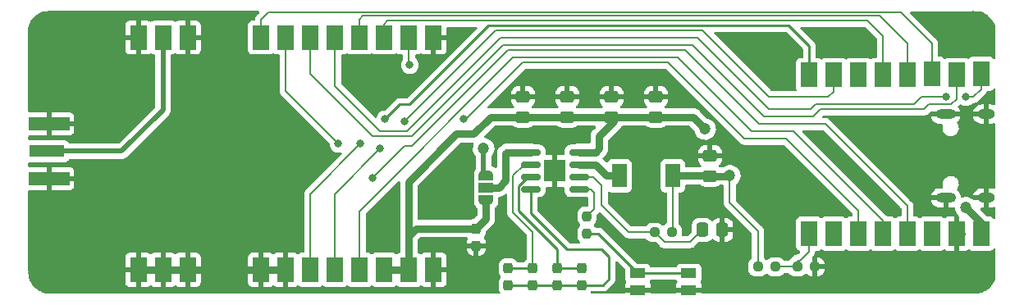
<source format=gbr>
%TF.GenerationSoftware,KiCad,Pcbnew,6.0.11+dfsg-1*%
%TF.CreationDate,2025-12-05T11:14:29+02:00*%
%TF.ProjectId,esp32_loraprs_c3,65737033-325f-46c6-9f72-617072735f63,rev?*%
%TF.SameCoordinates,Original*%
%TF.FileFunction,Copper,L1,Top*%
%TF.FilePolarity,Positive*%
%FSLAX46Y46*%
G04 Gerber Fmt 4.6, Leading zero omitted, Abs format (unit mm)*
G04 Created by KiCad (PCBNEW 6.0.11+dfsg-1) date 2025-12-05 11:14:29*
%MOMM*%
%LPD*%
G01*
G04 APERTURE LIST*
G04 Aperture macros list*
%AMRoundRect*
0 Rectangle with rounded corners*
0 $1 Rounding radius*
0 $2 $3 $4 $5 $6 $7 $8 $9 X,Y pos of 4 corners*
0 Add a 4 corners polygon primitive as box body*
4,1,4,$2,$3,$4,$5,$6,$7,$8,$9,$2,$3,0*
0 Add four circle primitives for the rounded corners*
1,1,$1+$1,$2,$3*
1,1,$1+$1,$4,$5*
1,1,$1+$1,$6,$7*
1,1,$1+$1,$8,$9*
0 Add four rect primitives between the rounded corners*
20,1,$1+$1,$2,$3,$4,$5,0*
20,1,$1+$1,$4,$5,$6,$7,0*
20,1,$1+$1,$6,$7,$8,$9,0*
20,1,$1+$1,$8,$9,$2,$3,0*%
%AMFreePoly0*
4,1,22,0.550000,-0.750000,0.000000,-0.750000,0.000000,-0.745033,-0.079941,-0.743568,-0.215256,-0.701293,-0.333266,-0.622738,-0.424486,-0.514219,-0.481581,-0.384460,-0.499164,-0.250000,-0.500000,-0.250000,-0.500000,0.250000,-0.499164,0.250000,-0.499963,0.256109,-0.478152,0.396186,-0.417904,0.524511,-0.324060,0.630769,-0.204165,0.706417,-0.067858,0.745374,0.000000,0.744959,0.000000,0.750000,
0.550000,0.750000,0.550000,-0.750000,0.550000,-0.750000,$1*%
%AMFreePoly1*
4,1,20,0.000000,0.744959,0.073905,0.744508,0.209726,0.703889,0.328688,0.626782,0.421226,0.519385,0.479903,0.390333,0.500000,0.250000,0.500000,-0.250000,0.499851,-0.262216,0.476331,-0.402017,0.414519,-0.529596,0.319384,-0.634700,0.198574,-0.708877,0.061801,-0.746166,0.000000,-0.745033,0.000000,-0.750000,-0.550000,-0.750000,-0.550000,0.750000,0.000000,0.750000,0.000000,0.744959,
0.000000,0.744959,$1*%
G04 Aperture macros list end*
%TA.AperFunction,SMDPad,CuDef*%
%ADD10RoundRect,0.237500X-0.237500X0.287500X-0.237500X-0.287500X0.237500X-0.287500X0.237500X0.287500X0*%
%TD*%
%TA.AperFunction,SMDPad,CuDef*%
%ADD11RoundRect,0.237500X0.237500X-0.287500X0.237500X0.287500X-0.237500X0.287500X-0.237500X-0.287500X0*%
%TD*%
%TA.AperFunction,SMDPad,CuDef*%
%ADD12RoundRect,0.250000X0.475000X-0.337500X0.475000X0.337500X-0.475000X0.337500X-0.475000X-0.337500X0*%
%TD*%
%TA.AperFunction,SMDPad,CuDef*%
%ADD13RoundRect,0.237500X-0.237500X0.300000X-0.237500X-0.300000X0.237500X-0.300000X0.237500X0.300000X0*%
%TD*%
%TA.AperFunction,SMDPad,CuDef*%
%ADD14RoundRect,0.237500X-0.237500X0.250000X-0.237500X-0.250000X0.237500X-0.250000X0.237500X0.250000X0*%
%TD*%
%TA.AperFunction,SMDPad,CuDef*%
%ADD15RoundRect,0.250000X-0.337500X-0.475000X0.337500X-0.475000X0.337500X0.475000X-0.337500X0.475000X0*%
%TD*%
%TA.AperFunction,SMDPad,CuDef*%
%ADD16RoundRect,0.237500X-0.250000X-0.237500X0.250000X-0.237500X0.250000X0.237500X-0.250000X0.237500X0*%
%TD*%
%TA.AperFunction,SMDPad,CuDef*%
%ADD17R,3.600000X1.270000*%
%TD*%
%TA.AperFunction,SMDPad,CuDef*%
%ADD18R,4.200000X1.350000*%
%TD*%
%TA.AperFunction,SMDPad,CuDef*%
%ADD19RoundRect,0.237500X0.250000X0.237500X-0.250000X0.237500X-0.250000X-0.237500X0.250000X-0.237500X0*%
%TD*%
%TA.AperFunction,SMDPad,CuDef*%
%ADD20R,1.700000X2.500000*%
%TD*%
%TA.AperFunction,SMDPad,CuDef*%
%ADD21RoundRect,0.150000X-0.825000X-0.150000X0.825000X-0.150000X0.825000X0.150000X-0.825000X0.150000X0*%
%TD*%
%TA.AperFunction,SMDPad,CuDef*%
%ADD22R,2.300000X2.300000*%
%TD*%
%TA.AperFunction,SMDPad,CuDef*%
%ADD23R,1.550000X1.000000*%
%TD*%
%TA.AperFunction,SMDPad,CuDef*%
%ADD24FreePoly0,90.000000*%
%TD*%
%TA.AperFunction,SMDPad,CuDef*%
%ADD25R,1.500000X1.000000*%
%TD*%
%TA.AperFunction,SMDPad,CuDef*%
%ADD26FreePoly1,90.000000*%
%TD*%
%TA.AperFunction,SMDPad,CuDef*%
%ADD27R,1.500000X2.400000*%
%TD*%
%TA.AperFunction,ComponentPad*%
%ADD28O,2.100000X1.000000*%
%TD*%
%TA.AperFunction,ComponentPad*%
%ADD29O,1.800000X1.000000*%
%TD*%
%TA.AperFunction,ViaPad*%
%ADD30C,0.800000*%
%TD*%
%TA.AperFunction,ViaPad*%
%ADD31C,1.200000*%
%TD*%
%TA.AperFunction,ViaPad*%
%ADD32C,4.000000*%
%TD*%
%TA.AperFunction,Conductor*%
%ADD33C,0.250000*%
%TD*%
%TA.AperFunction,Conductor*%
%ADD34C,0.200000*%
%TD*%
%TA.AperFunction,Conductor*%
%ADD35C,0.800000*%
%TD*%
%TA.AperFunction,Conductor*%
%ADD36C,0.550000*%
%TD*%
G04 APERTURE END LIST*
D10*
%TO.P,D4,2,A*%
%TO.N,LED3*%
X121920000Y-83679000D03*
%TO.P,D4,1,K*%
%TO.N,Net-(D3-Pad2)*%
X121920000Y-81929000D03*
%TD*%
D11*
%TO.P,D3,1,K*%
%TO.N,LED3*%
X119380000Y-83679000D03*
%TO.P,D3,2,A*%
%TO.N,Net-(D3-Pad2)*%
X119380000Y-81929000D03*
%TD*%
D10*
%TO.P,D2,1,K*%
%TO.N,Net-(D1-Pad2)*%
X116840000Y-81929000D03*
%TO.P,D2,2,A*%
%TO.N,LED3*%
X116840000Y-83679000D03*
%TD*%
D12*
%TO.P,C5,1*%
%TO.N,+5V*%
X124968000Y-66315500D03*
%TO.P,C5,2*%
%TO.N,GND*%
X124968000Y-64240500D03*
%TD*%
D13*
%TO.P,C2,1*%
%TO.N,+5V*%
X110998000Y-77877500D03*
%TO.P,C2,2*%
%TO.N,GND*%
X110998000Y-79602500D03*
%TD*%
D14*
%TO.P,R4,1*%
%TO.N,Net-(R4-Pad1)*%
X122428000Y-76557500D03*
%TO.P,R4,2*%
%TO.N,Net-(R4-Pad2)*%
X122428000Y-78382500D03*
%TD*%
D15*
%TO.P,C7,1*%
%TO.N,Net-(C7-Pad1)*%
X134323000Y-77978000D03*
%TO.P,C7,2*%
%TO.N,GND*%
X136398000Y-77978000D03*
%TD*%
D16*
%TO.P,R1,1*%
%TO.N,B+*%
X140057500Y-81788000D03*
%TO.P,R1,2*%
%TO.N,BS*%
X141882500Y-81788000D03*
%TD*%
D17*
%TO.P,J1,1,In*%
%TO.N,ANT*%
X66692500Y-69850000D03*
D18*
%TO.P,J1,2,Ext*%
%TO.N,GND*%
X66892500Y-67025000D03*
X66892500Y-72675000D03*
%TD*%
D19*
%TO.P,R5,1*%
%TO.N,B+*%
X131214500Y-78232000D03*
%TO.P,R5,2*%
%TO.N,Net-(C7-Pad1)*%
X129389500Y-78232000D03*
%TD*%
D11*
%TO.P,D1,1,K*%
%TO.N,LED3*%
X114300000Y-83679000D03*
%TO.P,D1,2,A*%
%TO.N,Net-(D1-Pad2)*%
X114300000Y-81929000D03*
%TD*%
D12*
%TO.P,C3,1*%
%TO.N,+5V*%
X115824000Y-66315500D03*
%TO.P,C3,2*%
%TO.N,GND*%
X115824000Y-64240500D03*
%TD*%
%TO.P,C9,1*%
%TO.N,B+*%
X135128000Y-72411500D03*
%TO.P,C9,2*%
%TO.N,GND*%
X135128000Y-70336500D03*
%TD*%
D20*
%TO.P,U1,1,GPIO0*%
%TO.N,BS*%
X145359500Y-78359000D03*
%TO.P,U1,2,GPIO1*%
%TO.N,unconnected-(U1-Pad2)*%
X147899500Y-78359000D03*
%TO.P,U1,3,GPIO2*%
%TO.N,DIO1*%
X150439500Y-78359000D03*
%TO.P,U1,4,GPIO3*%
%TO.N,DIO2*%
X152939500Y-78359000D03*
%TO.P,U1,5,GPIO4*%
%TO.N,SCK*%
X155479500Y-78359000D03*
%TO.P,U1,6,3V3*%
%TO.N,unconnected-(U1-Pad6)*%
X158019500Y-78359000D03*
%TO.P,U1,7,GND*%
%TO.N,GND*%
X160559500Y-78359000D03*
%TO.P,U1,8,5V*%
%TO.N,+5V*%
X163099500Y-78359000D03*
%TO.P,U1,9,GPIO5*%
%TO.N,MISO*%
X163099500Y-61849000D03*
%TO.P,U1,10,GPIO6*%
%TO.N,MOSI*%
X160559500Y-61979000D03*
%TO.P,U1,11,GPIO7*%
%TO.N,NSS*%
X158019500Y-61849000D03*
%TO.P,U1,12,GPIO8*%
%TO.N,NRST*%
X155479500Y-61979000D03*
%TO.P,U1,13,GPIO9*%
%TO.N,BUSY*%
X152939500Y-61979000D03*
%TO.P,U1,14,GPIO10*%
%TO.N,unconnected-(U1-Pad14)*%
X150439500Y-61979000D03*
%TO.P,U1,15,GPIO20*%
%TO.N,TXEN*%
X147899500Y-61979000D03*
%TO.P,U1,16,GPIO21*%
%TO.N,RXEN*%
X145359500Y-61979000D03*
%TD*%
%TO.P,U2,1,GND@1*%
%TO.N,GND*%
X76126000Y-82104000D03*
%TO.P,U2,2,GND@2*%
X78666000Y-82104000D03*
%TO.P,U2,3,GND@3*%
X81206000Y-82104000D03*
%TO.P,U2,4,GND@4*%
X88806000Y-82104000D03*
%TO.P,U2,5,GND@5*%
X91346000Y-82104000D03*
%TO.P,U2,6,RXEN*%
%TO.N,RXEN*%
X93886000Y-82104000D03*
%TO.P,U2,7,TXEN*%
%TO.N,TXEN*%
X96426000Y-82104000D03*
%TO.P,U2,8,DIO2*%
%TO.N,DIO2*%
X98966000Y-82104000D03*
%TO.P,U2,9,VCC@1*%
%TO.N,+5V*%
X101506000Y-82104000D03*
%TO.P,U2,10,VCC@2*%
X104046000Y-82104000D03*
%TO.P,U2,11,GND@6*%
%TO.N,GND*%
X106586000Y-82104000D03*
%TO.P,U2,12,GND@7*%
X106586000Y-58104000D03*
%TO.P,U2,13,DIO1*%
%TO.N,DIO1*%
X104046000Y-58104000D03*
%TO.P,U2,14,BUSY*%
%TO.N,BUSY*%
X101506000Y-58104000D03*
%TO.P,U2,15,NRST*%
%TO.N,NRST*%
X98966000Y-58104000D03*
%TO.P,U2,16,MISO*%
%TO.N,MISO*%
X96426000Y-58104000D03*
%TO.P,U2,17,MOSI*%
%TO.N,MOSI*%
X93886000Y-58104000D03*
%TO.P,U2,18,SCK*%
%TO.N,SCK*%
X91346000Y-58104000D03*
%TO.P,U2,19,NSS*%
%TO.N,NSS*%
X88806000Y-58104000D03*
%TO.P,U2,20,GND@8*%
%TO.N,GND*%
X81206000Y-58104000D03*
%TO.P,U2,21,ANT*%
%TO.N,ANT*%
X78666000Y-58104000D03*
%TO.P,U2,22,GND@9*%
%TO.N,GND*%
X76126000Y-58104000D03*
%TD*%
D21*
%TO.P,U3,1,VIN*%
%TO.N,Net-(JP1-Pad2)*%
X116651000Y-69977000D03*
%TO.P,U3,2,LED1*%
%TO.N,Net-(D1-Pad2)*%
X116651000Y-71247000D03*
%TO.P,U3,3,LED2*%
%TO.N,Net-(D3-Pad2)*%
X116651000Y-72517000D03*
%TO.P,U3,4,LED3*%
%TO.N,LED3*%
X116651000Y-73787000D03*
%TO.P,U3,5,KEY*%
%TO.N,Net-(R4-Pad1)*%
X121601000Y-73787000D03*
%TO.P,U3,6,BAT*%
%TO.N,Net-(C7-Pad1)*%
X121601000Y-72517000D03*
%TO.P,U3,7,SW*%
%TO.N,Net-(L1-Pad1)*%
X121601000Y-71247000D03*
%TO.P,U3,8,VOUT*%
%TO.N,+5V*%
X121601000Y-69977000D03*
D22*
%TO.P,U3,9,GND*%
%TO.N,GND*%
X119126000Y-71882000D03*
%TD*%
D23*
%TO.P,SW1,1,1*%
%TO.N,GND*%
X127677000Y-84170000D03*
X132927000Y-84170000D03*
%TO.P,SW1,2,2*%
%TO.N,Net-(R4-Pad2)*%
X132927000Y-82470000D03*
X127677000Y-82470000D03*
%TD*%
D24*
%TO.P,JP1,1,A*%
%TO.N,+5V*%
X112014000Y-74930000D03*
D25*
%TO.P,JP1,2,C*%
%TO.N,Net-(JP1-Pad2)*%
X112014000Y-73630000D03*
D26*
%TO.P,JP1,3,B*%
%TO.N,+5V_VIN*%
X112014000Y-72330000D03*
%TD*%
D12*
%TO.P,C6,1*%
%TO.N,+5V*%
X120396000Y-66315500D03*
%TO.P,C6,2*%
%TO.N,GND*%
X120396000Y-64240500D03*
%TD*%
D27*
%TO.P,L1,1*%
%TO.N,Net-(L1-Pad1)*%
X125774000Y-72390000D03*
%TO.P,L1,2*%
%TO.N,B+*%
X131274000Y-72390000D03*
%TD*%
D16*
%TO.P,R2,1*%
%TO.N,BS*%
X144121500Y-81788000D03*
%TO.P,R2,2*%
%TO.N,GND*%
X145946500Y-81788000D03*
%TD*%
D12*
%TO.P,C8,1*%
%TO.N,+5V*%
X129540000Y-66315500D03*
%TO.P,C8,2*%
%TO.N,GND*%
X129540000Y-64240500D03*
%TD*%
D28*
%TO.P,J2,S1,SHIELD*%
%TO.N,GND*%
X159435000Y-66038000D03*
X159435000Y-74678000D03*
D29*
X163635000Y-74678000D03*
X163635000Y-66038000D03*
%TD*%
D30*
%TO.N,GND*%
X125476000Y-83820000D03*
X138684000Y-79248000D03*
X114046000Y-78232000D03*
X120396000Y-75692000D03*
X118872000Y-68326000D03*
X118110000Y-75692000D03*
X120396000Y-77470000D03*
X112268000Y-83566000D03*
X125984000Y-78994000D03*
X135890000Y-83058000D03*
D31*
%TO.N,B+*%
X137160000Y-72390000D03*
D30*
%TO.N,GND*%
X100584000Y-60960000D03*
X65786000Y-64770000D03*
X153416000Y-75184000D03*
X141732000Y-58166000D03*
X150368000Y-57912000D03*
X76200000Y-78994000D03*
X65786000Y-77978000D03*
X76200000Y-60706000D03*
X88646000Y-79248000D03*
X147320000Y-74930000D03*
X153416000Y-81788000D03*
X146558000Y-68580000D03*
X71882000Y-55880000D03*
X109474000Y-57658000D03*
X106426000Y-60960000D03*
X101346000Y-75692000D03*
D32*
X67056000Y-82296000D03*
D30*
X81280000Y-60706000D03*
X128524000Y-70612000D03*
X128524000Y-73914000D03*
D32*
X162306000Y-57404000D03*
D30*
X122936000Y-61976000D03*
X81280000Y-78994000D03*
X65786000Y-61976000D03*
X150368000Y-81788000D03*
X107188000Y-74168000D03*
X83566000Y-70104000D03*
X156718000Y-74930000D03*
X128270000Y-61976000D03*
D32*
X67056000Y-57404000D03*
D30*
X115570000Y-68326000D03*
D32*
X162306000Y-82550000D03*
D30*
X85852000Y-65024000D03*
X86106000Y-75438000D03*
X78740000Y-78994000D03*
X147066000Y-57912000D03*
X88392000Y-70104000D03*
X121920000Y-68326000D03*
X91440000Y-79248000D03*
X138938000Y-74422000D03*
X110236000Y-83566000D03*
X69596000Y-64770000D03*
X138176000Y-58166000D03*
X117856000Y-61976000D03*
X106426000Y-79248000D03*
X101346000Y-78486000D03*
X69596000Y-74676000D03*
X144018000Y-74930000D03*
X102108000Y-62992000D03*
X65786000Y-74930000D03*
X84836000Y-83566000D03*
X85090000Y-56134000D03*
X138684000Y-70104000D03*
X99060000Y-62992000D03*
X72390000Y-83820000D03*
D31*
%TO.N,+5V*%
X161544000Y-75692000D03*
X134620000Y-67564000D03*
D30*
%TO.N,RXEN*%
X99060000Y-69088000D03*
X101600000Y-66548000D03*
%TO.N,DIO1*%
X109728000Y-66548000D03*
X104140000Y-60960000D03*
%TO.N,SCK*%
X100330000Y-72644000D03*
X96774000Y-69088000D03*
%TO.N,MISO*%
X159512000Y-64262000D03*
X161544000Y-64262000D03*
%TO.N,TXEN*%
X101092000Y-69596000D03*
X103632000Y-66802000D03*
D31*
%TO.N,+5V_VIN*%
X111760000Y-69596000D03*
%TD*%
D33*
%TO.N,Net-(R4-Pad2)*%
X127677000Y-82470000D02*
X132927000Y-82470000D01*
%TO.N,LED3*%
X116651000Y-73787000D02*
X116651000Y-76265000D01*
X123952000Y-80010000D02*
X124714000Y-80772000D01*
X116651000Y-76265000D02*
X120396000Y-80010000D01*
X124714000Y-83058000D02*
X124093000Y-83679000D01*
X120396000Y-80010000D02*
X123952000Y-80010000D01*
X124714000Y-80772000D02*
X124714000Y-83058000D01*
X124093000Y-83679000D02*
X121920000Y-83679000D01*
%TO.N,Net-(D3-Pad2)*%
X116651000Y-72517000D02*
X116274249Y-72517000D01*
X115351000Y-75981000D02*
X119380000Y-80010000D01*
X116274249Y-72517000D02*
X115351000Y-73440249D01*
X115351000Y-73440249D02*
X115351000Y-75981000D01*
X119380000Y-80010000D02*
X119380000Y-81929000D01*
%TO.N,LED3*%
X119380000Y-83679000D02*
X121920000Y-83679000D01*
X116840000Y-83679000D02*
X119380000Y-83679000D01*
X114300000Y-83679000D02*
X116840000Y-83679000D01*
%TO.N,Net-(D3-Pad2)*%
X119380000Y-81929000D02*
X121920000Y-81929000D01*
%TO.N,Net-(D1-Pad2)*%
X114300000Y-81929000D02*
X116840000Y-81929000D01*
D34*
X115951000Y-71247000D02*
X114808000Y-72390000D01*
X114808000Y-72390000D02*
X114808000Y-76200000D01*
X114808000Y-76200000D02*
X116840000Y-78232000D01*
X116840000Y-78232000D02*
X116840000Y-81929000D01*
D33*
%TO.N,Net-(R4-Pad2)*%
X127677000Y-82470000D02*
X123589500Y-78382500D01*
X123589500Y-78382500D02*
X122428000Y-78382500D01*
D34*
%TO.N,B+*%
X140057500Y-81788000D02*
X140057500Y-78081500D01*
D35*
X135106500Y-72390000D02*
X135128000Y-72411500D01*
X131274000Y-72390000D02*
X135106500Y-72390000D01*
X135128000Y-72411500D02*
X137138500Y-72411500D01*
D34*
X140057500Y-78081500D02*
X137160000Y-75184000D01*
D35*
X137138500Y-72411500D02*
X137160000Y-72390000D01*
D34*
X131214500Y-78232000D02*
X131274000Y-78172500D01*
X137160000Y-75184000D02*
X137160000Y-72390000D01*
X131274000Y-78172500D02*
X131274000Y-72390000D01*
D35*
%TO.N,GND*%
X161036000Y-78327500D02*
X161067500Y-78359000D01*
X81206000Y-82104000D02*
X88806000Y-82104000D01*
X78666000Y-82104000D02*
X81206000Y-82104000D01*
X88806000Y-82104000D02*
X91346000Y-82104000D01*
X76126000Y-82104000D02*
X78666000Y-82104000D01*
%TO.N,+5V*%
X110998000Y-77824500D02*
X104801500Y-77824500D01*
X104046000Y-82104000D02*
X101506000Y-82104000D01*
X161544000Y-75692000D02*
X163099500Y-77247500D01*
X104046000Y-72992000D02*
X108966000Y-68072000D01*
X120396000Y-66315500D02*
X125222000Y-66315500D01*
X133371500Y-66315500D02*
X134620000Y-67564000D01*
X123698000Y-69596000D02*
X123698000Y-68326000D01*
X121601000Y-69977000D02*
X123317000Y-69977000D01*
X123698000Y-68326000D02*
X125222000Y-66802000D01*
X123317000Y-69977000D02*
X123698000Y-69596000D01*
X104046000Y-78580000D02*
X104046000Y-72992000D01*
X108966000Y-68072000D02*
X110744000Y-68072000D01*
X112014000Y-74930000D02*
X112014000Y-76861500D01*
X125222000Y-66802000D02*
X125222000Y-66315500D01*
X110744000Y-68072000D02*
X112500500Y-66315500D01*
X104046000Y-82104000D02*
X104046000Y-78580000D01*
X104801500Y-77824500D02*
X104046000Y-78580000D01*
X112014000Y-76861500D02*
X110998000Y-77877500D01*
X163099500Y-77247500D02*
X163099500Y-78359000D01*
X125222000Y-66315500D02*
X130556000Y-66315500D01*
X112500500Y-66315500D02*
X115824000Y-66315500D01*
X130556000Y-66315500D02*
X133371500Y-66315500D01*
X115824000Y-66315500D02*
X120396000Y-66315500D01*
D36*
%TO.N,ANT*%
X66692500Y-69850000D02*
X74422000Y-69850000D01*
X78666000Y-65606000D02*
X78666000Y-58104000D01*
X74422000Y-69850000D02*
X78666000Y-65606000D01*
D33*
%TO.N,RXEN*%
X143256000Y-56896000D02*
X145359500Y-58999500D01*
X103124000Y-65024000D02*
X104140000Y-65024000D01*
X112268000Y-56896000D02*
X143256000Y-56896000D01*
X145359500Y-58999500D02*
X145359500Y-61979000D01*
D34*
X99060000Y-69088000D02*
X93886000Y-74262000D01*
D33*
X104140000Y-65024000D02*
X112268000Y-56896000D01*
X101600000Y-66548000D02*
X103124000Y-65024000D01*
D34*
X93886000Y-74262000D02*
X93886000Y-82104000D01*
%TO.N,DIO1*%
X143002000Y-68580000D02*
X150439500Y-76017500D01*
X150439500Y-76017500D02*
X150439500Y-78359000D01*
X109728000Y-66548000D02*
X109982000Y-66548000D01*
X138684000Y-68580000D02*
X143002000Y-68580000D01*
X115824000Y-60706000D02*
X130810000Y-60706000D01*
X130810000Y-60706000D02*
X138684000Y-68580000D01*
X109982000Y-66548000D02*
X115824000Y-60706000D01*
X104140000Y-60960000D02*
X104046000Y-60866000D01*
X104046000Y-60866000D02*
X104046000Y-58104000D01*
%TO.N,DIO2*%
X139446000Y-67818000D02*
X143764000Y-67818000D01*
X98966000Y-76040000D02*
X114808000Y-60198000D01*
X143764000Y-67818000D02*
X152939500Y-76993500D01*
X131826000Y-60198000D02*
X139446000Y-67818000D01*
X98966000Y-82104000D02*
X98966000Y-76040000D01*
X152939500Y-76993500D02*
X152939500Y-78359000D01*
X114808000Y-60198000D02*
X131826000Y-60198000D01*
%TO.N,SCK*%
X155479500Y-75495550D02*
X155479500Y-78359000D01*
X100330000Y-72644000D02*
X103632000Y-69342000D01*
X140208000Y-67056000D02*
X147039950Y-67056000D01*
X103632000Y-69342000D02*
X104394000Y-69342000D01*
X91346000Y-63660000D02*
X91346000Y-58104000D01*
X96774000Y-69088000D02*
X91346000Y-63660000D01*
X147039950Y-67056000D02*
X155479500Y-75495550D01*
X114300000Y-59436000D02*
X132588000Y-59436000D01*
X132588000Y-59436000D02*
X140208000Y-67056000D01*
X104394000Y-69342000D02*
X114300000Y-59436000D01*
%TO.N,MISO*%
X162306000Y-64262000D02*
X163099500Y-63468500D01*
X146050000Y-65024000D02*
X156210000Y-65024000D01*
X101092000Y-67818000D02*
X96426000Y-63152000D01*
X133858000Y-58166000D02*
X113538000Y-58166000D01*
X103886000Y-67818000D02*
X101092000Y-67818000D01*
X163099500Y-63468500D02*
X163099500Y-61849000D01*
X145542000Y-65532000D02*
X146050000Y-65024000D01*
X145542000Y-65532000D02*
X141224000Y-65532000D01*
X156972000Y-64262000D02*
X159512000Y-64262000D01*
X96426000Y-63152000D02*
X96426000Y-58104000D01*
X141224000Y-65532000D02*
X133858000Y-58166000D01*
X113538000Y-58166000D02*
X103886000Y-67818000D01*
X156210000Y-65024000D02*
X156972000Y-64262000D01*
X161544000Y-64262000D02*
X162306000Y-64262000D01*
%TO.N,MOSI*%
X157226000Y-65532000D02*
X157734000Y-65024000D01*
X93886000Y-58104000D02*
X93886000Y-61882000D01*
X113792000Y-58928000D02*
X133350000Y-58928000D01*
X145796000Y-66294000D02*
X146558000Y-65532000D01*
X146558000Y-65532000D02*
X157226000Y-65532000D01*
X160559500Y-64484500D02*
X160559500Y-61979000D01*
X104394000Y-68326000D02*
X113792000Y-58928000D01*
X133350000Y-58928000D02*
X140716000Y-66294000D01*
X93886000Y-61882000D02*
X100330000Y-68326000D01*
X100330000Y-68326000D02*
X104394000Y-68326000D01*
X160020000Y-65024000D02*
X160559500Y-64484500D01*
X157734000Y-65024000D02*
X160020000Y-65024000D01*
X140716000Y-66294000D02*
X145796000Y-66294000D01*
%TO.N,NSS*%
X158019500Y-58705500D02*
X158019500Y-61849000D01*
X88806000Y-56228000D02*
X89554000Y-55480000D01*
X154794000Y-55480000D02*
X158019500Y-58705500D01*
X89554000Y-55480000D02*
X154794000Y-55480000D01*
X88806000Y-58104000D02*
X88806000Y-56228000D01*
%TO.N,NRST*%
X98966000Y-56228000D02*
X99314000Y-55880000D01*
X99314000Y-55880000D02*
X152654000Y-55880000D01*
X152654000Y-55880000D02*
X155479500Y-58705500D01*
X155479500Y-58705500D02*
X155479500Y-61979000D01*
X98966000Y-58104000D02*
X98966000Y-56228000D01*
%TO.N,BUSY*%
X152939500Y-57943500D02*
X152939500Y-61979000D01*
X101854000Y-56388000D02*
X151384000Y-56388000D01*
X101506000Y-56736000D02*
X101854000Y-56388000D01*
X151384000Y-56388000D02*
X152939500Y-57943500D01*
X101506000Y-58104000D02*
X101506000Y-56736000D01*
%TO.N,BS*%
X144422500Y-81129500D02*
X145359500Y-80192500D01*
X144121500Y-81788000D02*
X141882500Y-81788000D01*
X144121500Y-81788000D02*
X144121500Y-81129500D01*
X145359500Y-80192500D02*
X145359500Y-78359000D01*
X144121500Y-81129500D02*
X144422500Y-81129500D01*
%TO.N,TXEN*%
X134366000Y-57404000D02*
X141224000Y-64262000D01*
X141224000Y-64262000D02*
X147320000Y-64262000D01*
X96426000Y-74262000D02*
X96426000Y-82104000D01*
X113030000Y-57404000D02*
X134366000Y-57404000D01*
X147899500Y-63682500D02*
X147899500Y-61979000D01*
X101092000Y-69596000D02*
X96426000Y-74262000D01*
X103632000Y-66802000D02*
X113030000Y-57404000D01*
X147320000Y-64262000D02*
X147899500Y-63682500D01*
%TO.N,Net-(C7-Pad1)*%
X123952000Y-73406000D02*
X123063000Y-72517000D01*
X134323000Y-77978000D02*
X133053000Y-79248000D01*
X133053000Y-79248000D02*
X130405500Y-79248000D01*
X130405500Y-79248000D02*
X129389500Y-78232000D01*
X123952000Y-75438000D02*
X123952000Y-73406000D01*
X123063000Y-72517000D02*
X121601000Y-72517000D01*
X126746000Y-78232000D02*
X123952000Y-75438000D01*
X129389500Y-78232000D02*
X126746000Y-78232000D01*
D35*
%TO.N,Net-(L1-Pad1)*%
X123317000Y-71247000D02*
X121601000Y-71247000D01*
X124460000Y-72390000D02*
X123317000Y-71247000D01*
X125774000Y-72390000D02*
X124460000Y-72390000D01*
D34*
%TO.N,Net-(R4-Pad1)*%
X123190000Y-74168000D02*
X122809000Y-73787000D01*
X122428000Y-76557500D02*
X123190000Y-75795500D01*
X123190000Y-75795500D02*
X123190000Y-74168000D01*
X122809000Y-73787000D02*
X121601000Y-73787000D01*
D36*
%TO.N,+5V_VIN*%
X111760000Y-72076000D02*
X112014000Y-72330000D01*
X111760000Y-69596000D02*
X111760000Y-72076000D01*
D35*
%TO.N,Net-(JP1-Pad2)*%
X112014000Y-73630000D02*
X113314000Y-73630000D01*
X114046000Y-70104000D02*
X114173000Y-69977000D01*
X114173000Y-69977000D02*
X116651000Y-69977000D01*
X113314000Y-73630000D02*
X114046000Y-72898000D01*
X114046000Y-72898000D02*
X114046000Y-70104000D01*
%TD*%
%TA.AperFunction,Conductor*%
%TO.N,GND*%
G36*
X79793142Y-55374950D02*
G01*
X88492695Y-55376590D01*
X88560812Y-55396605D01*
X88607294Y-55450269D01*
X88617385Y-55520545D01*
X88587880Y-55585120D01*
X88581766Y-55591685D01*
X88409766Y-55763685D01*
X88397375Y-55774552D01*
X88372013Y-55794013D01*
X88347526Y-55825925D01*
X88347523Y-55825928D01*
X88347517Y-55825936D01*
X88295575Y-55893628D01*
X88274476Y-55921124D01*
X88225712Y-56038851D01*
X88213162Y-56069150D01*
X88212084Y-56077338D01*
X88207981Y-56108502D01*
X88197500Y-56188115D01*
X88197500Y-56188120D01*
X88192250Y-56228000D01*
X88190885Y-56227820D01*
X88173326Y-56287621D01*
X88119670Y-56334114D01*
X88067328Y-56345500D01*
X87907866Y-56345500D01*
X87845684Y-56352255D01*
X87709295Y-56403385D01*
X87592739Y-56490739D01*
X87505385Y-56607295D01*
X87454255Y-56743684D01*
X87447500Y-56805866D01*
X87447500Y-59402134D01*
X87454255Y-59464316D01*
X87505385Y-59600705D01*
X87592739Y-59717261D01*
X87709295Y-59804615D01*
X87845684Y-59855745D01*
X87907866Y-59862500D01*
X89704134Y-59862500D01*
X89766316Y-59855745D01*
X89902705Y-59804615D01*
X90000436Y-59731370D01*
X90066941Y-59706522D01*
X90136324Y-59721575D01*
X90151562Y-59731368D01*
X90249295Y-59804615D01*
X90385684Y-59855745D01*
X90447866Y-59862500D01*
X90611500Y-59862500D01*
X90679621Y-59882502D01*
X90726114Y-59936158D01*
X90737500Y-59988500D01*
X90737500Y-63611864D01*
X90736422Y-63628307D01*
X90732250Y-63660000D01*
X90737500Y-63699880D01*
X90737500Y-63699885D01*
X90746767Y-63770267D01*
X90747439Y-63775374D01*
X90747439Y-63775376D01*
X90751145Y-63803526D01*
X90753162Y-63818851D01*
X90814476Y-63966876D01*
X90819503Y-63973427D01*
X90819504Y-63973429D01*
X90887520Y-64062069D01*
X90887526Y-64062075D01*
X90912013Y-64093987D01*
X90918568Y-64099017D01*
X90937379Y-64113452D01*
X90949770Y-64124319D01*
X95824281Y-68998830D01*
X95858307Y-69061142D01*
X95860841Y-69084716D01*
X95860496Y-69088000D01*
X95861186Y-69094565D01*
X95877929Y-69253862D01*
X95880458Y-69277928D01*
X95939473Y-69459556D01*
X95942776Y-69465278D01*
X95942777Y-69465279D01*
X95969299Y-69511216D01*
X96034960Y-69624944D01*
X96039378Y-69629851D01*
X96039379Y-69629852D01*
X96149799Y-69752486D01*
X96162747Y-69766866D01*
X96317248Y-69879118D01*
X96323276Y-69881802D01*
X96323278Y-69881803D01*
X96480731Y-69951905D01*
X96491712Y-69956794D01*
X96584769Y-69976574D01*
X96672056Y-69995128D01*
X96672061Y-69995128D01*
X96678513Y-69996500D01*
X96869487Y-69996500D01*
X96875939Y-69995128D01*
X96875944Y-69995128D01*
X96988645Y-69971172D01*
X97059436Y-69976574D01*
X97116068Y-70019391D01*
X97140562Y-70086028D01*
X97125141Y-70155330D01*
X97103937Y-70183514D01*
X93489766Y-73797685D01*
X93477375Y-73808552D01*
X93452013Y-73828013D01*
X93427526Y-73859925D01*
X93427523Y-73859928D01*
X93427517Y-73859936D01*
X93384239Y-73916337D01*
X93354476Y-73955124D01*
X93293162Y-74103149D01*
X93293162Y-74103150D01*
X93291414Y-74116426D01*
X93286154Y-74156379D01*
X93277500Y-74222115D01*
X93277500Y-74222120D01*
X93272250Y-74262000D01*
X93274966Y-74282627D01*
X93276422Y-74293690D01*
X93277500Y-74310136D01*
X93277500Y-80219500D01*
X93257498Y-80287621D01*
X93203842Y-80334114D01*
X93151500Y-80345500D01*
X92987866Y-80345500D01*
X92925684Y-80352255D01*
X92789295Y-80403385D01*
X92722323Y-80453578D01*
X92691148Y-80476942D01*
X92624642Y-80501790D01*
X92555259Y-80486737D01*
X92540018Y-80476942D01*
X92449649Y-80409214D01*
X92434054Y-80400676D01*
X92313606Y-80355522D01*
X92298351Y-80351895D01*
X92247486Y-80346369D01*
X92240672Y-80346000D01*
X91618115Y-80346000D01*
X91602876Y-80350475D01*
X91601671Y-80351865D01*
X91600000Y-80359548D01*
X91600000Y-83843884D01*
X91604475Y-83859123D01*
X91605865Y-83860328D01*
X91613548Y-83861999D01*
X92240669Y-83861999D01*
X92247490Y-83861629D01*
X92298352Y-83856105D01*
X92313604Y-83852479D01*
X92434054Y-83807324D01*
X92449649Y-83798786D01*
X92540018Y-83731058D01*
X92606525Y-83706210D01*
X92675907Y-83721263D01*
X92691148Y-83731058D01*
X92722323Y-83754422D01*
X92789295Y-83804615D01*
X92925684Y-83855745D01*
X92987866Y-83862500D01*
X94784134Y-83862500D01*
X94846316Y-83855745D01*
X94982705Y-83804615D01*
X95080436Y-83731370D01*
X95146941Y-83706522D01*
X95216324Y-83721575D01*
X95231562Y-83731368D01*
X95329295Y-83804615D01*
X95465684Y-83855745D01*
X95527866Y-83862500D01*
X97324134Y-83862500D01*
X97386316Y-83855745D01*
X97522705Y-83804615D01*
X97620436Y-83731370D01*
X97686941Y-83706522D01*
X97756324Y-83721575D01*
X97771562Y-83731368D01*
X97869295Y-83804615D01*
X98005684Y-83855745D01*
X98067866Y-83862500D01*
X99864134Y-83862500D01*
X99926316Y-83855745D01*
X100062705Y-83804615D01*
X100160436Y-83731370D01*
X100226941Y-83706522D01*
X100296324Y-83721575D01*
X100311562Y-83731368D01*
X100409295Y-83804615D01*
X100545684Y-83855745D01*
X100607866Y-83862500D01*
X102404134Y-83862500D01*
X102466316Y-83855745D01*
X102602705Y-83804615D01*
X102700436Y-83731370D01*
X102766941Y-83706522D01*
X102836324Y-83721575D01*
X102851562Y-83731368D01*
X102949295Y-83804615D01*
X103085684Y-83855745D01*
X103147866Y-83862500D01*
X104944134Y-83862500D01*
X105006316Y-83855745D01*
X105142705Y-83804615D01*
X105209677Y-83754422D01*
X105240852Y-83731058D01*
X105307358Y-83706210D01*
X105376741Y-83721263D01*
X105391982Y-83731058D01*
X105482351Y-83798786D01*
X105497946Y-83807324D01*
X105618394Y-83852478D01*
X105633649Y-83856105D01*
X105684514Y-83861631D01*
X105691328Y-83862000D01*
X106313885Y-83862000D01*
X106329124Y-83857525D01*
X106330329Y-83856135D01*
X106332000Y-83848452D01*
X106332000Y-83843884D01*
X106840000Y-83843884D01*
X106844475Y-83859123D01*
X106845865Y-83860328D01*
X106853548Y-83861999D01*
X107480669Y-83861999D01*
X107487490Y-83861629D01*
X107538352Y-83856105D01*
X107553604Y-83852479D01*
X107674054Y-83807324D01*
X107689649Y-83798786D01*
X107791724Y-83722285D01*
X107804285Y-83709724D01*
X107880786Y-83607649D01*
X107889324Y-83592054D01*
X107934478Y-83471606D01*
X107938105Y-83456351D01*
X107943631Y-83405486D01*
X107944000Y-83398672D01*
X107944000Y-82376115D01*
X107939525Y-82360876D01*
X107938135Y-82359671D01*
X107930452Y-82358000D01*
X106858115Y-82358000D01*
X106842876Y-82362475D01*
X106841671Y-82363865D01*
X106840000Y-82371548D01*
X106840000Y-83843884D01*
X106332000Y-83843884D01*
X106332000Y-81831885D01*
X106840000Y-81831885D01*
X106844475Y-81847124D01*
X106845865Y-81848329D01*
X106853548Y-81850000D01*
X107925884Y-81850000D01*
X107941123Y-81845525D01*
X107942328Y-81844135D01*
X107943999Y-81836452D01*
X107943999Y-80809331D01*
X107943629Y-80802510D01*
X107938105Y-80751648D01*
X107934479Y-80736396D01*
X107889324Y-80615946D01*
X107880786Y-80600351D01*
X107804285Y-80498276D01*
X107791724Y-80485715D01*
X107689649Y-80409214D01*
X107674054Y-80400676D01*
X107553606Y-80355522D01*
X107538351Y-80351895D01*
X107487486Y-80346369D01*
X107480672Y-80346000D01*
X106858115Y-80346000D01*
X106842876Y-80350475D01*
X106841671Y-80351865D01*
X106840000Y-80359548D01*
X106840000Y-81831885D01*
X106332000Y-81831885D01*
X106332000Y-80364116D01*
X106327525Y-80348877D01*
X106326135Y-80347672D01*
X106318452Y-80346001D01*
X105691331Y-80346001D01*
X105684510Y-80346371D01*
X105633648Y-80351895D01*
X105618396Y-80355521D01*
X105497946Y-80400676D01*
X105482351Y-80409214D01*
X105391982Y-80476942D01*
X105325475Y-80501790D01*
X105256093Y-80486737D01*
X105240852Y-80476942D01*
X105209677Y-80453578D01*
X105142705Y-80403385D01*
X105126950Y-80397479D01*
X105036270Y-80363484D01*
X104979506Y-80320842D01*
X104954806Y-80254281D01*
X104954500Y-80245502D01*
X104954500Y-79948766D01*
X110015000Y-79948766D01*
X110015337Y-79955282D01*
X110025075Y-80049132D01*
X110027968Y-80062528D01*
X110078488Y-80213953D01*
X110084653Y-80227115D01*
X110168426Y-80362492D01*
X110177460Y-80373890D01*
X110290129Y-80486363D01*
X110301540Y-80495375D01*
X110437063Y-80578912D01*
X110450241Y-80585056D01*
X110601766Y-80635315D01*
X110615132Y-80638181D01*
X110707770Y-80647672D01*
X110714185Y-80648000D01*
X110725885Y-80648000D01*
X110741124Y-80643525D01*
X110742329Y-80642135D01*
X110744000Y-80634452D01*
X110744000Y-80629885D01*
X111252000Y-80629885D01*
X111256475Y-80645124D01*
X111257865Y-80646329D01*
X111265548Y-80648000D01*
X111281766Y-80648000D01*
X111288282Y-80647663D01*
X111382132Y-80637925D01*
X111395528Y-80635032D01*
X111546953Y-80584512D01*
X111560115Y-80578347D01*
X111695492Y-80494574D01*
X111706890Y-80485540D01*
X111819363Y-80372871D01*
X111828375Y-80361460D01*
X111911912Y-80225937D01*
X111918056Y-80212759D01*
X111968315Y-80061234D01*
X111971181Y-80047868D01*
X111980672Y-79955230D01*
X111981000Y-79948815D01*
X111981000Y-79874615D01*
X111976525Y-79859376D01*
X111975135Y-79858171D01*
X111967452Y-79856500D01*
X111270115Y-79856500D01*
X111254876Y-79860975D01*
X111253671Y-79862365D01*
X111252000Y-79870048D01*
X111252000Y-80629885D01*
X110744000Y-80629885D01*
X110744000Y-79874615D01*
X110739525Y-79859376D01*
X110738135Y-79858171D01*
X110730452Y-79856500D01*
X110033115Y-79856500D01*
X110017876Y-79860975D01*
X110016671Y-79862365D01*
X110015000Y-79870048D01*
X110015000Y-79948766D01*
X104954500Y-79948766D01*
X104954500Y-79008503D01*
X104974502Y-78940382D01*
X104991405Y-78919408D01*
X105140908Y-78769905D01*
X105203220Y-78735879D01*
X105230003Y-78733000D01*
X110010081Y-78733000D01*
X110078202Y-78753002D01*
X110124695Y-78806658D01*
X110134799Y-78876932D01*
X110117341Y-78925115D01*
X110084090Y-78979059D01*
X110077944Y-78992241D01*
X110027685Y-79143766D01*
X110024819Y-79157132D01*
X110015328Y-79249770D01*
X110015000Y-79256185D01*
X110015000Y-79330385D01*
X110019475Y-79345624D01*
X110020865Y-79346829D01*
X110028548Y-79348500D01*
X111962885Y-79348500D01*
X111978124Y-79344025D01*
X111979329Y-79342635D01*
X111981000Y-79334952D01*
X111981000Y-79256234D01*
X111980663Y-79249718D01*
X111970925Y-79155868D01*
X111968032Y-79142472D01*
X111917512Y-78991047D01*
X111911347Y-78977885D01*
X111827574Y-78842508D01*
X111818536Y-78831106D01*
X111816861Y-78829433D01*
X111816081Y-78828007D01*
X111813993Y-78825373D01*
X111814444Y-78825016D01*
X111782781Y-78767151D01*
X111787784Y-78696331D01*
X111816701Y-78651246D01*
X111819756Y-78648185D01*
X111824929Y-78643003D01*
X111878424Y-78556219D01*
X111912369Y-78501150D01*
X111912370Y-78501148D01*
X111916209Y-78494920D01*
X111970974Y-78329809D01*
X111981500Y-78227072D01*
X111981500Y-78224655D01*
X112004900Y-78157780D01*
X112018193Y-78142120D01*
X112598832Y-77561481D01*
X112613865Y-77548640D01*
X112619913Y-77544246D01*
X112619914Y-77544245D01*
X112625253Y-77540366D01*
X112671016Y-77489541D01*
X112675557Y-77484756D01*
X112690072Y-77470241D01*
X112701681Y-77455905D01*
X112702994Y-77454284D01*
X112707278Y-77449269D01*
X112748619Y-77403355D01*
X112748623Y-77403350D01*
X112753040Y-77398444D01*
X112756340Y-77392728D01*
X112756343Y-77392724D01*
X112760073Y-77386263D01*
X112771273Y-77369966D01*
X112775975Y-77364160D01*
X112775976Y-77364158D01*
X112780129Y-77359030D01*
X112811186Y-77298077D01*
X112814333Y-77292282D01*
X112845223Y-77238779D01*
X112845224Y-77238778D01*
X112848527Y-77233056D01*
X112852875Y-77219673D01*
X112860441Y-77201407D01*
X112866829Y-77188870D01*
X112884533Y-77122799D01*
X112886400Y-77116497D01*
X112907542Y-77051428D01*
X112908232Y-77044863D01*
X112908234Y-77044854D01*
X112909015Y-77037425D01*
X112912617Y-77017991D01*
X112914547Y-77010786D01*
X112914547Y-77010784D01*
X112916257Y-77004403D01*
X112916945Y-76991285D01*
X112919836Y-76936116D01*
X112920353Y-76929542D01*
X112922156Y-76912384D01*
X112922156Y-76912382D01*
X112922500Y-76909110D01*
X112922500Y-76888574D01*
X112922673Y-76881980D01*
X112925907Y-76820282D01*
X112925907Y-76820277D01*
X112926252Y-76813690D01*
X112924051Y-76799792D01*
X112922500Y-76780083D01*
X112922500Y-75759512D01*
X112942502Y-75691391D01*
X112964692Y-75666168D01*
X112964482Y-75665951D01*
X112967214Y-75663301D01*
X112967426Y-75663060D01*
X112971131Y-75659946D01*
X113068218Y-75551361D01*
X113073484Y-75543451D01*
X113145099Y-75435865D01*
X113145100Y-75435863D01*
X113147581Y-75432136D01*
X113210289Y-75300667D01*
X113252999Y-75163961D01*
X113256225Y-75144047D01*
X113270399Y-75056533D01*
X113276287Y-75020179D01*
X113278912Y-74876980D01*
X113278359Y-74872535D01*
X113278122Y-74868056D01*
X113278249Y-74868049D01*
X113277729Y-74859661D01*
X113277729Y-74661216D01*
X113297731Y-74593095D01*
X113351387Y-74546602D01*
X113397134Y-74535389D01*
X113420057Y-74534188D01*
X113450308Y-74532603D01*
X113450312Y-74532602D01*
X113456903Y-74532257D01*
X113463284Y-74530547D01*
X113463286Y-74530547D01*
X113470491Y-74528617D01*
X113489925Y-74525015D01*
X113497354Y-74524234D01*
X113497363Y-74524232D01*
X113503928Y-74523542D01*
X113568997Y-74502400D01*
X113575299Y-74500533D01*
X113641370Y-74482829D01*
X113653908Y-74476440D01*
X113672174Y-74468875D01*
X113679272Y-74466569D01*
X113679274Y-74466568D01*
X113685556Y-74464527D01*
X113744785Y-74430331D01*
X113750579Y-74427185D01*
X113763120Y-74420795D01*
X113811530Y-74396129D01*
X113822467Y-74387273D01*
X113838763Y-74376073D01*
X113845224Y-74372343D01*
X113845228Y-74372340D01*
X113850944Y-74369040D01*
X113855850Y-74364623D01*
X113855855Y-74364619D01*
X113901769Y-74323278D01*
X113906784Y-74318994D01*
X113920177Y-74308148D01*
X113922741Y-74306072D01*
X113937256Y-74291557D01*
X113942041Y-74287016D01*
X113989190Y-74244563D01*
X114053197Y-74213845D01*
X114123651Y-74222610D01*
X114178182Y-74268073D01*
X114199500Y-74338199D01*
X114199500Y-76151864D01*
X114198422Y-76168307D01*
X114194250Y-76200000D01*
X114199500Y-76239880D01*
X114199500Y-76239885D01*
X114210972Y-76327024D01*
X114215162Y-76358851D01*
X114276476Y-76506876D01*
X114281503Y-76513427D01*
X114281504Y-76513429D01*
X114349520Y-76602069D01*
X114349526Y-76602075D01*
X114374013Y-76633987D01*
X114380568Y-76639017D01*
X114399379Y-76653452D01*
X114411770Y-76664319D01*
X115311069Y-77563617D01*
X116194595Y-78447143D01*
X116228620Y-78509455D01*
X116231500Y-78536238D01*
X116231500Y-80923564D01*
X116211498Y-80991685D01*
X116171803Y-81030708D01*
X116142195Y-81049030D01*
X116142188Y-81049036D01*
X116135969Y-81052884D01*
X116130800Y-81058062D01*
X116018242Y-81170816D01*
X116018238Y-81170821D01*
X116013071Y-81175997D01*
X116009231Y-81182227D01*
X116009230Y-81182228D01*
X115976321Y-81235616D01*
X115923548Y-81283110D01*
X115869061Y-81295500D01*
X115270905Y-81295500D01*
X115202784Y-81275498D01*
X115163764Y-81235807D01*
X115126116Y-81174969D01*
X115110618Y-81159498D01*
X115008184Y-81057242D01*
X115008179Y-81057238D01*
X115003003Y-81052071D01*
X114996769Y-81048228D01*
X114861150Y-80964631D01*
X114861148Y-80964630D01*
X114854920Y-80960791D01*
X114689809Y-80906026D01*
X114682973Y-80905326D01*
X114682970Y-80905325D01*
X114631474Y-80900049D01*
X114587072Y-80895500D01*
X114012928Y-80895500D01*
X114009682Y-80895837D01*
X114009678Y-80895837D01*
X113915765Y-80905581D01*
X113915761Y-80905582D01*
X113908907Y-80906293D01*
X113902371Y-80908474D01*
X113902369Y-80908474D01*
X113811226Y-80938882D01*
X113743893Y-80961346D01*
X113595969Y-81052884D01*
X113590796Y-81058066D01*
X113478242Y-81170816D01*
X113478238Y-81170821D01*
X113473071Y-81175997D01*
X113469231Y-81182227D01*
X113469230Y-81182228D01*
X113386364Y-81316662D01*
X113381791Y-81324080D01*
X113327026Y-81489191D01*
X113326326Y-81496027D01*
X113326325Y-81496030D01*
X113322730Y-81531124D01*
X113316500Y-81591928D01*
X113316500Y-82266072D01*
X113316837Y-82269318D01*
X113316837Y-82269322D01*
X113326503Y-82362475D01*
X113327293Y-82370093D01*
X113329474Y-82376629D01*
X113329474Y-82376631D01*
X113363221Y-82477783D01*
X113382346Y-82535107D01*
X113386202Y-82541338D01*
X113436355Y-82622384D01*
X113473884Y-82683031D01*
X113505787Y-82714879D01*
X113539866Y-82777159D01*
X113534863Y-82847979D01*
X113505943Y-82893067D01*
X113480015Y-82919041D01*
X113473071Y-82925997D01*
X113469231Y-82932227D01*
X113469230Y-82932228D01*
X113401183Y-83042621D01*
X113381791Y-83074080D01*
X113327026Y-83239191D01*
X113326326Y-83246027D01*
X113326325Y-83246030D01*
X113321507Y-83293060D01*
X113316500Y-83341928D01*
X113316500Y-84016072D01*
X113316837Y-84019318D01*
X113316837Y-84019322D01*
X113326287Y-84110395D01*
X113327293Y-84120093D01*
X113329474Y-84126629D01*
X113329474Y-84126631D01*
X113346255Y-84176930D01*
X113382346Y-84285107D01*
X113441347Y-84380451D01*
X113460183Y-84448901D01*
X113439021Y-84516671D01*
X113384580Y-84562242D01*
X113334226Y-84572752D01*
X88284185Y-84577487D01*
X67105333Y-84581491D01*
X67085923Y-84579991D01*
X67071149Y-84577690D01*
X67071144Y-84577690D01*
X67062276Y-84576309D01*
X67045077Y-84578558D01*
X67021137Y-84579391D01*
X66788120Y-84565296D01*
X66773016Y-84563462D01*
X66516542Y-84516462D01*
X66501769Y-84512821D01*
X66435745Y-84492247D01*
X66252820Y-84435245D01*
X66238602Y-84429853D01*
X66000818Y-84322835D01*
X65987362Y-84315773D01*
X65764211Y-84180873D01*
X65751690Y-84172231D01*
X65738896Y-84162207D01*
X65546427Y-84011417D01*
X65535039Y-84001327D01*
X65350673Y-83816961D01*
X65340583Y-83805573D01*
X65275331Y-83722285D01*
X65179768Y-83600308D01*
X65171126Y-83587788D01*
X65056799Y-83398669D01*
X74768001Y-83398669D01*
X74768371Y-83405490D01*
X74773895Y-83456352D01*
X74777521Y-83471604D01*
X74822676Y-83592054D01*
X74831214Y-83607649D01*
X74907715Y-83709724D01*
X74920276Y-83722285D01*
X75022351Y-83798786D01*
X75037946Y-83807324D01*
X75158394Y-83852478D01*
X75173649Y-83856105D01*
X75224514Y-83861631D01*
X75231328Y-83862000D01*
X75853885Y-83862000D01*
X75869124Y-83857525D01*
X75870329Y-83856135D01*
X75872000Y-83848452D01*
X75872000Y-83843884D01*
X76380000Y-83843884D01*
X76384475Y-83859123D01*
X76385865Y-83860328D01*
X76393548Y-83861999D01*
X77020669Y-83861999D01*
X77027490Y-83861629D01*
X77078352Y-83856105D01*
X77093604Y-83852479D01*
X77214054Y-83807324D01*
X77229644Y-83798789D01*
X77320435Y-83730745D01*
X77386942Y-83705898D01*
X77456324Y-83720951D01*
X77471565Y-83730745D01*
X77562356Y-83798789D01*
X77577946Y-83807324D01*
X77698394Y-83852478D01*
X77713649Y-83856105D01*
X77764514Y-83861631D01*
X77771328Y-83862000D01*
X78393885Y-83862000D01*
X78409124Y-83857525D01*
X78410329Y-83856135D01*
X78412000Y-83848452D01*
X78412000Y-83843884D01*
X78920000Y-83843884D01*
X78924475Y-83859123D01*
X78925865Y-83860328D01*
X78933548Y-83861999D01*
X79560669Y-83861999D01*
X79567490Y-83861629D01*
X79618352Y-83856105D01*
X79633604Y-83852479D01*
X79754054Y-83807324D01*
X79769644Y-83798789D01*
X79860435Y-83730745D01*
X79926942Y-83705898D01*
X79996324Y-83720951D01*
X80011565Y-83730745D01*
X80102356Y-83798789D01*
X80117946Y-83807324D01*
X80238394Y-83852478D01*
X80253649Y-83856105D01*
X80304514Y-83861631D01*
X80311328Y-83862000D01*
X80933885Y-83862000D01*
X80949124Y-83857525D01*
X80950329Y-83856135D01*
X80952000Y-83848452D01*
X80952000Y-83843884D01*
X81460000Y-83843884D01*
X81464475Y-83859123D01*
X81465865Y-83860328D01*
X81473548Y-83861999D01*
X82100669Y-83861999D01*
X82107490Y-83861629D01*
X82158352Y-83856105D01*
X82173604Y-83852479D01*
X82294054Y-83807324D01*
X82309649Y-83798786D01*
X82411724Y-83722285D01*
X82424285Y-83709724D01*
X82500786Y-83607649D01*
X82509324Y-83592054D01*
X82554478Y-83471606D01*
X82558105Y-83456351D01*
X82563631Y-83405486D01*
X82564000Y-83398672D01*
X82564000Y-83398669D01*
X87448001Y-83398669D01*
X87448371Y-83405490D01*
X87453895Y-83456352D01*
X87457521Y-83471604D01*
X87502676Y-83592054D01*
X87511214Y-83607649D01*
X87587715Y-83709724D01*
X87600276Y-83722285D01*
X87702351Y-83798786D01*
X87717946Y-83807324D01*
X87838394Y-83852478D01*
X87853649Y-83856105D01*
X87904514Y-83861631D01*
X87911328Y-83862000D01*
X88533885Y-83862000D01*
X88549124Y-83857525D01*
X88550329Y-83856135D01*
X88552000Y-83848452D01*
X88552000Y-83843884D01*
X89060000Y-83843884D01*
X89064475Y-83859123D01*
X89065865Y-83860328D01*
X89073548Y-83861999D01*
X89700669Y-83861999D01*
X89707490Y-83861629D01*
X89758352Y-83856105D01*
X89773604Y-83852479D01*
X89894054Y-83807324D01*
X89909644Y-83798789D01*
X90000435Y-83730745D01*
X90066942Y-83705898D01*
X90136324Y-83720951D01*
X90151565Y-83730745D01*
X90242356Y-83798789D01*
X90257946Y-83807324D01*
X90378394Y-83852478D01*
X90393649Y-83856105D01*
X90444514Y-83861631D01*
X90451328Y-83862000D01*
X91073885Y-83862000D01*
X91089124Y-83857525D01*
X91090329Y-83856135D01*
X91092000Y-83848452D01*
X91092000Y-82376115D01*
X91087525Y-82360876D01*
X91086135Y-82359671D01*
X91078452Y-82358000D01*
X89078115Y-82358000D01*
X89062876Y-82362475D01*
X89061671Y-82363865D01*
X89060000Y-82371548D01*
X89060000Y-83843884D01*
X88552000Y-83843884D01*
X88552000Y-82376115D01*
X88547525Y-82360876D01*
X88546135Y-82359671D01*
X88538452Y-82358000D01*
X87466116Y-82358000D01*
X87450877Y-82362475D01*
X87449672Y-82363865D01*
X87448001Y-82371548D01*
X87448001Y-83398669D01*
X82564000Y-83398669D01*
X82564000Y-82376115D01*
X82559525Y-82360876D01*
X82558135Y-82359671D01*
X82550452Y-82358000D01*
X81478115Y-82358000D01*
X81462876Y-82362475D01*
X81461671Y-82363865D01*
X81460000Y-82371548D01*
X81460000Y-83843884D01*
X80952000Y-83843884D01*
X80952000Y-82376115D01*
X80947525Y-82360876D01*
X80946135Y-82359671D01*
X80938452Y-82358000D01*
X78938115Y-82358000D01*
X78922876Y-82362475D01*
X78921671Y-82363865D01*
X78920000Y-82371548D01*
X78920000Y-83843884D01*
X78412000Y-83843884D01*
X78412000Y-82376115D01*
X78407525Y-82360876D01*
X78406135Y-82359671D01*
X78398452Y-82358000D01*
X76398115Y-82358000D01*
X76382876Y-82362475D01*
X76381671Y-82363865D01*
X76380000Y-82371548D01*
X76380000Y-83843884D01*
X75872000Y-83843884D01*
X75872000Y-82376115D01*
X75867525Y-82360876D01*
X75866135Y-82359671D01*
X75858452Y-82358000D01*
X74786116Y-82358000D01*
X74770877Y-82362475D01*
X74769672Y-82363865D01*
X74768001Y-82371548D01*
X74768001Y-83398669D01*
X65056799Y-83398669D01*
X65036227Y-83364638D01*
X65029165Y-83351182D01*
X64922147Y-83113398D01*
X64916753Y-83099175D01*
X64910877Y-83080316D01*
X64839179Y-82850231D01*
X64835538Y-82835458D01*
X64788538Y-82578984D01*
X64786704Y-82563880D01*
X64773269Y-82341768D01*
X64774520Y-82318216D01*
X64774334Y-82318199D01*
X64774769Y-82313350D01*
X64775576Y-82308552D01*
X64775729Y-82296000D01*
X64771773Y-82268376D01*
X64770500Y-82250514D01*
X64770500Y-81831885D01*
X74768000Y-81831885D01*
X74772475Y-81847124D01*
X74773865Y-81848329D01*
X74781548Y-81850000D01*
X75853885Y-81850000D01*
X75869124Y-81845525D01*
X75870329Y-81844135D01*
X75872000Y-81836452D01*
X75872000Y-81831885D01*
X76380000Y-81831885D01*
X76384475Y-81847124D01*
X76385865Y-81848329D01*
X76393548Y-81850000D01*
X78393885Y-81850000D01*
X78409124Y-81845525D01*
X78410329Y-81844135D01*
X78412000Y-81836452D01*
X78412000Y-81831885D01*
X78920000Y-81831885D01*
X78924475Y-81847124D01*
X78925865Y-81848329D01*
X78933548Y-81850000D01*
X80933885Y-81850000D01*
X80949124Y-81845525D01*
X80950329Y-81844135D01*
X80952000Y-81836452D01*
X80952000Y-81831885D01*
X81460000Y-81831885D01*
X81464475Y-81847124D01*
X81465865Y-81848329D01*
X81473548Y-81850000D01*
X82545884Y-81850000D01*
X82561123Y-81845525D01*
X82562328Y-81844135D01*
X82563999Y-81836452D01*
X82563999Y-81831885D01*
X87448000Y-81831885D01*
X87452475Y-81847124D01*
X87453865Y-81848329D01*
X87461548Y-81850000D01*
X88533885Y-81850000D01*
X88549124Y-81845525D01*
X88550329Y-81844135D01*
X88552000Y-81836452D01*
X88552000Y-81831885D01*
X89060000Y-81831885D01*
X89064475Y-81847124D01*
X89065865Y-81848329D01*
X89073548Y-81850000D01*
X91073885Y-81850000D01*
X91089124Y-81845525D01*
X91090329Y-81844135D01*
X91092000Y-81836452D01*
X91092000Y-80364116D01*
X91087525Y-80348877D01*
X91086135Y-80347672D01*
X91078452Y-80346001D01*
X90451331Y-80346001D01*
X90444510Y-80346371D01*
X90393648Y-80351895D01*
X90378396Y-80355521D01*
X90257946Y-80400676D01*
X90242356Y-80409211D01*
X90151565Y-80477255D01*
X90085058Y-80502102D01*
X90015676Y-80487049D01*
X90000435Y-80477255D01*
X89909644Y-80409211D01*
X89894054Y-80400676D01*
X89773606Y-80355522D01*
X89758351Y-80351895D01*
X89707486Y-80346369D01*
X89700672Y-80346000D01*
X89078115Y-80346000D01*
X89062876Y-80350475D01*
X89061671Y-80351865D01*
X89060000Y-80359548D01*
X89060000Y-81831885D01*
X88552000Y-81831885D01*
X88552000Y-80364116D01*
X88547525Y-80348877D01*
X88546135Y-80347672D01*
X88538452Y-80346001D01*
X87911331Y-80346001D01*
X87904510Y-80346371D01*
X87853648Y-80351895D01*
X87838396Y-80355521D01*
X87717946Y-80400676D01*
X87702351Y-80409214D01*
X87600276Y-80485715D01*
X87587715Y-80498276D01*
X87511214Y-80600351D01*
X87502676Y-80615946D01*
X87457522Y-80736394D01*
X87453895Y-80751649D01*
X87448369Y-80802514D01*
X87448000Y-80809328D01*
X87448000Y-81831885D01*
X82563999Y-81831885D01*
X82563999Y-80809331D01*
X82563629Y-80802510D01*
X82558105Y-80751648D01*
X82554479Y-80736396D01*
X82509324Y-80615946D01*
X82500786Y-80600351D01*
X82424285Y-80498276D01*
X82411724Y-80485715D01*
X82309649Y-80409214D01*
X82294054Y-80400676D01*
X82173606Y-80355522D01*
X82158351Y-80351895D01*
X82107486Y-80346369D01*
X82100672Y-80346000D01*
X81478115Y-80346000D01*
X81462876Y-80350475D01*
X81461671Y-80351865D01*
X81460000Y-80359548D01*
X81460000Y-81831885D01*
X80952000Y-81831885D01*
X80952000Y-80364116D01*
X80947525Y-80348877D01*
X80946135Y-80347672D01*
X80938452Y-80346001D01*
X80311331Y-80346001D01*
X80304510Y-80346371D01*
X80253648Y-80351895D01*
X80238396Y-80355521D01*
X80117946Y-80400676D01*
X80102356Y-80409211D01*
X80011565Y-80477255D01*
X79945058Y-80502102D01*
X79875676Y-80487049D01*
X79860435Y-80477255D01*
X79769644Y-80409211D01*
X79754054Y-80400676D01*
X79633606Y-80355522D01*
X79618351Y-80351895D01*
X79567486Y-80346369D01*
X79560672Y-80346000D01*
X78938115Y-80346000D01*
X78922876Y-80350475D01*
X78921671Y-80351865D01*
X78920000Y-80359548D01*
X78920000Y-81831885D01*
X78412000Y-81831885D01*
X78412000Y-80364116D01*
X78407525Y-80348877D01*
X78406135Y-80347672D01*
X78398452Y-80346001D01*
X77771331Y-80346001D01*
X77764510Y-80346371D01*
X77713648Y-80351895D01*
X77698396Y-80355521D01*
X77577946Y-80400676D01*
X77562356Y-80409211D01*
X77471565Y-80477255D01*
X77405058Y-80502102D01*
X77335676Y-80487049D01*
X77320435Y-80477255D01*
X77229644Y-80409211D01*
X77214054Y-80400676D01*
X77093606Y-80355522D01*
X77078351Y-80351895D01*
X77027486Y-80346369D01*
X77020672Y-80346000D01*
X76398115Y-80346000D01*
X76382876Y-80350475D01*
X76381671Y-80351865D01*
X76380000Y-80359548D01*
X76380000Y-81831885D01*
X75872000Y-81831885D01*
X75872000Y-80364116D01*
X75867525Y-80348877D01*
X75866135Y-80347672D01*
X75858452Y-80346001D01*
X75231331Y-80346001D01*
X75224510Y-80346371D01*
X75173648Y-80351895D01*
X75158396Y-80355521D01*
X75037946Y-80400676D01*
X75022351Y-80409214D01*
X74920276Y-80485715D01*
X74907715Y-80498276D01*
X74831214Y-80600351D01*
X74822676Y-80615946D01*
X74777522Y-80736394D01*
X74773895Y-80751649D01*
X74768369Y-80802514D01*
X74768000Y-80809328D01*
X74768000Y-81831885D01*
X64770500Y-81831885D01*
X64770500Y-73984000D01*
X64790502Y-73915879D01*
X64844158Y-73869386D01*
X64896500Y-73858000D01*
X66620385Y-73858000D01*
X66635624Y-73853525D01*
X66636829Y-73852135D01*
X66638500Y-73844452D01*
X66638500Y-73839884D01*
X67146500Y-73839884D01*
X67150975Y-73855123D01*
X67152365Y-73856328D01*
X67160048Y-73857999D01*
X69037169Y-73857999D01*
X69043990Y-73857629D01*
X69094852Y-73852105D01*
X69110104Y-73848479D01*
X69230554Y-73803324D01*
X69246149Y-73794786D01*
X69348224Y-73718285D01*
X69360785Y-73705724D01*
X69437286Y-73603649D01*
X69445824Y-73588054D01*
X69490978Y-73467606D01*
X69494605Y-73452351D01*
X69500131Y-73401486D01*
X69500500Y-73394672D01*
X69500500Y-72947115D01*
X69496025Y-72931876D01*
X69494635Y-72930671D01*
X69486952Y-72929000D01*
X67164615Y-72929000D01*
X67149376Y-72933475D01*
X67148171Y-72934865D01*
X67146500Y-72942548D01*
X67146500Y-73839884D01*
X66638500Y-73839884D01*
X66638500Y-72402885D01*
X67146500Y-72402885D01*
X67150975Y-72418124D01*
X67152365Y-72419329D01*
X67160048Y-72421000D01*
X69482384Y-72421000D01*
X69497623Y-72416525D01*
X69498828Y-72415135D01*
X69500499Y-72407452D01*
X69500499Y-71955331D01*
X69500129Y-71948510D01*
X69494605Y-71897648D01*
X69490979Y-71882396D01*
X69445824Y-71761946D01*
X69437286Y-71746351D01*
X69360785Y-71644276D01*
X69348224Y-71631715D01*
X69246149Y-71555214D01*
X69230554Y-71546676D01*
X69110106Y-71501522D01*
X69094851Y-71497895D01*
X69043986Y-71492369D01*
X69037172Y-71492000D01*
X67164615Y-71492000D01*
X67149376Y-71496475D01*
X67148171Y-71497865D01*
X67146500Y-71505548D01*
X67146500Y-72402885D01*
X66638500Y-72402885D01*
X66638500Y-71510116D01*
X66634025Y-71494877D01*
X66632635Y-71493672D01*
X66624952Y-71492001D01*
X64896500Y-71492001D01*
X64828379Y-71471999D01*
X64781886Y-71418343D01*
X64770500Y-71366001D01*
X64770500Y-71119500D01*
X64790502Y-71051379D01*
X64844158Y-71004886D01*
X64896500Y-70993500D01*
X68540634Y-70993500D01*
X68602816Y-70986745D01*
X68739205Y-70935615D01*
X68855761Y-70848261D01*
X68933323Y-70744771D01*
X68937733Y-70738887D01*
X68937735Y-70738884D01*
X68943115Y-70731705D01*
X68949277Y-70715268D01*
X68991918Y-70658505D01*
X69058480Y-70633806D01*
X69067258Y-70633500D01*
X74412999Y-70633500D01*
X74414320Y-70633507D01*
X74501678Y-70634422D01*
X74508563Y-70632933D01*
X74508566Y-70632933D01*
X74542545Y-70625586D01*
X74555128Y-70623525D01*
X74563615Y-70622573D01*
X74596682Y-70618864D01*
X74603337Y-70616546D01*
X74603343Y-70616545D01*
X74627146Y-70608256D01*
X74641955Y-70604093D01*
X74666601Y-70598764D01*
X74666605Y-70598763D01*
X74673486Y-70597275D01*
X74711395Y-70579598D01*
X74723171Y-70574816D01*
X74762681Y-70561057D01*
X74790039Y-70543962D01*
X74803556Y-70536623D01*
X74826415Y-70525964D01*
X74826418Y-70525962D01*
X74832794Y-70522989D01*
X74852919Y-70507379D01*
X74865835Y-70497360D01*
X74876283Y-70490071D01*
X74911749Y-70467909D01*
X74939672Y-70440181D01*
X74940264Y-70439627D01*
X74940913Y-70439123D01*
X74966066Y-70413970D01*
X75036475Y-70344051D01*
X75037116Y-70343041D01*
X75038174Y-70341862D01*
X79213664Y-66166373D01*
X79214602Y-66165444D01*
X79240075Y-66140499D01*
X79277011Y-66104329D01*
X79280826Y-66098409D01*
X79280831Y-66098403D01*
X79299662Y-66069183D01*
X79307101Y-66058830D01*
X79328791Y-66031659D01*
X79328794Y-66031655D01*
X79333188Y-66026150D01*
X79340858Y-66010283D01*
X79347227Y-65997110D01*
X79354753Y-65983698D01*
X79368414Y-65962500D01*
X79368416Y-65962495D01*
X79372231Y-65956576D01*
X79374639Y-65949960D01*
X79374641Y-65949956D01*
X79386530Y-65917288D01*
X79391493Y-65905540D01*
X79406625Y-65874239D01*
X79406626Y-65874236D01*
X79409691Y-65867896D01*
X79416948Y-65836462D01*
X79421318Y-65821710D01*
X79429941Y-65798019D01*
X79429941Y-65798018D01*
X79432350Y-65791400D01*
X79437590Y-65749922D01*
X79439825Y-65737371D01*
X79447648Y-65703485D01*
X79447648Y-65703483D01*
X79449232Y-65696623D01*
X79449370Y-65657296D01*
X79449398Y-65656459D01*
X79449500Y-65655646D01*
X79449500Y-65619900D01*
X79449846Y-65520848D01*
X79449585Y-65519680D01*
X79449500Y-65518112D01*
X79449500Y-59987884D01*
X79469502Y-59919763D01*
X79523158Y-59873270D01*
X79564207Y-59863174D01*
X79564134Y-59862500D01*
X79626316Y-59855745D01*
X79762705Y-59804615D01*
X79829677Y-59754422D01*
X79860852Y-59731058D01*
X79927358Y-59706210D01*
X79996741Y-59721263D01*
X80011982Y-59731058D01*
X80102351Y-59798786D01*
X80117946Y-59807324D01*
X80238394Y-59852478D01*
X80253649Y-59856105D01*
X80304514Y-59861631D01*
X80311328Y-59862000D01*
X80933885Y-59862000D01*
X80949124Y-59857525D01*
X80950329Y-59856135D01*
X80952000Y-59848452D01*
X80952000Y-59843884D01*
X81460000Y-59843884D01*
X81464475Y-59859123D01*
X81465865Y-59860328D01*
X81473548Y-59861999D01*
X82100669Y-59861999D01*
X82107490Y-59861629D01*
X82158352Y-59856105D01*
X82173604Y-59852479D01*
X82294054Y-59807324D01*
X82309649Y-59798786D01*
X82411724Y-59722285D01*
X82424285Y-59709724D01*
X82500786Y-59607649D01*
X82509324Y-59592054D01*
X82554478Y-59471606D01*
X82558105Y-59456351D01*
X82563631Y-59405486D01*
X82564000Y-59398672D01*
X82564000Y-58376115D01*
X82559525Y-58360876D01*
X82558135Y-58359671D01*
X82550452Y-58358000D01*
X81478115Y-58358000D01*
X81462876Y-58362475D01*
X81461671Y-58363865D01*
X81460000Y-58371548D01*
X81460000Y-59843884D01*
X80952000Y-59843884D01*
X80952000Y-57831885D01*
X81460000Y-57831885D01*
X81464475Y-57847124D01*
X81465865Y-57848329D01*
X81473548Y-57850000D01*
X82545884Y-57850000D01*
X82561123Y-57845525D01*
X82562328Y-57844135D01*
X82563999Y-57836452D01*
X82563999Y-56809331D01*
X82563629Y-56802510D01*
X82558105Y-56751648D01*
X82554479Y-56736396D01*
X82509324Y-56615946D01*
X82500786Y-56600351D01*
X82424285Y-56498276D01*
X82411724Y-56485715D01*
X82309649Y-56409214D01*
X82294054Y-56400676D01*
X82173606Y-56355522D01*
X82158351Y-56351895D01*
X82107486Y-56346369D01*
X82100672Y-56346000D01*
X81478115Y-56346000D01*
X81462876Y-56350475D01*
X81461671Y-56351865D01*
X81460000Y-56359548D01*
X81460000Y-57831885D01*
X80952000Y-57831885D01*
X80952000Y-56364116D01*
X80947525Y-56348877D01*
X80946135Y-56347672D01*
X80938452Y-56346001D01*
X80311331Y-56346001D01*
X80304510Y-56346371D01*
X80253648Y-56351895D01*
X80238396Y-56355521D01*
X80117946Y-56400676D01*
X80102351Y-56409214D01*
X80011982Y-56476942D01*
X79945475Y-56501790D01*
X79876093Y-56486737D01*
X79860852Y-56476942D01*
X79829677Y-56453578D01*
X79762705Y-56403385D01*
X79626316Y-56352255D01*
X79564134Y-56345500D01*
X77767866Y-56345500D01*
X77705684Y-56352255D01*
X77569295Y-56403385D01*
X77502323Y-56453578D01*
X77471148Y-56476942D01*
X77404642Y-56501790D01*
X77335259Y-56486737D01*
X77320018Y-56476942D01*
X77229649Y-56409214D01*
X77214054Y-56400676D01*
X77093606Y-56355522D01*
X77078351Y-56351895D01*
X77027486Y-56346369D01*
X77020672Y-56346000D01*
X76398115Y-56346000D01*
X76382876Y-56350475D01*
X76381671Y-56351865D01*
X76380000Y-56359548D01*
X76380000Y-59843884D01*
X76384475Y-59859123D01*
X76385865Y-59860328D01*
X76393548Y-59861999D01*
X77020669Y-59861999D01*
X77027490Y-59861629D01*
X77078352Y-59856105D01*
X77093604Y-59852479D01*
X77214054Y-59807324D01*
X77229649Y-59798786D01*
X77320018Y-59731058D01*
X77386525Y-59706210D01*
X77455907Y-59721263D01*
X77471148Y-59731058D01*
X77502323Y-59754422D01*
X77569295Y-59804615D01*
X77705684Y-59855745D01*
X77764469Y-59862131D01*
X77767866Y-59862500D01*
X77767742Y-59863639D01*
X77830234Y-59885711D01*
X77873768Y-59941794D01*
X77882500Y-59987884D01*
X77882500Y-65229274D01*
X77862498Y-65297395D01*
X77845595Y-65318369D01*
X74134369Y-69029595D01*
X74072057Y-69063621D01*
X74045274Y-69066500D01*
X69067258Y-69066500D01*
X68999137Y-69046498D01*
X68952644Y-68992842D01*
X68949281Y-68984744D01*
X68943115Y-68968295D01*
X68937735Y-68961116D01*
X68937733Y-68961113D01*
X68861142Y-68858919D01*
X68855761Y-68851739D01*
X68739205Y-68764385D01*
X68602816Y-68713255D01*
X68540634Y-68706500D01*
X64896500Y-68706500D01*
X64828379Y-68686498D01*
X64781886Y-68632842D01*
X64770500Y-68580500D01*
X64770500Y-68334000D01*
X64790502Y-68265879D01*
X64844158Y-68219386D01*
X64896500Y-68208000D01*
X66620385Y-68208000D01*
X66635624Y-68203525D01*
X66636829Y-68202135D01*
X66638500Y-68194452D01*
X66638500Y-68189884D01*
X67146500Y-68189884D01*
X67150975Y-68205123D01*
X67152365Y-68206328D01*
X67160048Y-68207999D01*
X69037169Y-68207999D01*
X69043990Y-68207629D01*
X69094852Y-68202105D01*
X69110104Y-68198479D01*
X69230554Y-68153324D01*
X69246149Y-68144786D01*
X69348224Y-68068285D01*
X69360785Y-68055724D01*
X69437286Y-67953649D01*
X69445824Y-67938054D01*
X69490978Y-67817606D01*
X69494605Y-67802351D01*
X69500131Y-67751486D01*
X69500500Y-67744672D01*
X69500500Y-67297115D01*
X69496025Y-67281876D01*
X69494635Y-67280671D01*
X69486952Y-67279000D01*
X67164615Y-67279000D01*
X67149376Y-67283475D01*
X67148171Y-67284865D01*
X67146500Y-67292548D01*
X67146500Y-68189884D01*
X66638500Y-68189884D01*
X66638500Y-66752885D01*
X67146500Y-66752885D01*
X67150975Y-66768124D01*
X67152365Y-66769329D01*
X67160048Y-66771000D01*
X69482384Y-66771000D01*
X69497623Y-66766525D01*
X69498828Y-66765135D01*
X69500499Y-66757452D01*
X69500499Y-66305331D01*
X69500129Y-66298510D01*
X69494605Y-66247648D01*
X69490979Y-66232396D01*
X69445824Y-66111946D01*
X69437286Y-66096351D01*
X69360785Y-65994276D01*
X69348224Y-65981715D01*
X69246149Y-65905214D01*
X69230554Y-65896676D01*
X69110106Y-65851522D01*
X69094851Y-65847895D01*
X69043986Y-65842369D01*
X69037172Y-65842000D01*
X67164615Y-65842000D01*
X67149376Y-65846475D01*
X67148171Y-65847865D01*
X67146500Y-65855548D01*
X67146500Y-66752885D01*
X66638500Y-66752885D01*
X66638500Y-65860116D01*
X66634025Y-65844877D01*
X66632635Y-65843672D01*
X66624952Y-65842001D01*
X64896500Y-65842001D01*
X64828379Y-65821999D01*
X64781886Y-65768343D01*
X64770500Y-65716001D01*
X64770500Y-59398669D01*
X74768001Y-59398669D01*
X74768371Y-59405490D01*
X74773895Y-59456352D01*
X74777521Y-59471604D01*
X74822676Y-59592054D01*
X74831214Y-59607649D01*
X74907715Y-59709724D01*
X74920276Y-59722285D01*
X75022351Y-59798786D01*
X75037946Y-59807324D01*
X75158394Y-59852478D01*
X75173649Y-59856105D01*
X75224514Y-59861631D01*
X75231328Y-59862000D01*
X75853885Y-59862000D01*
X75869124Y-59857525D01*
X75870329Y-59856135D01*
X75872000Y-59848452D01*
X75872000Y-58376115D01*
X75867525Y-58360876D01*
X75866135Y-58359671D01*
X75858452Y-58358000D01*
X74786116Y-58358000D01*
X74770877Y-58362475D01*
X74769672Y-58363865D01*
X74768001Y-58371548D01*
X74768001Y-59398669D01*
X64770500Y-59398669D01*
X64770500Y-57831885D01*
X74768000Y-57831885D01*
X74772475Y-57847124D01*
X74773865Y-57848329D01*
X74781548Y-57850000D01*
X75853885Y-57850000D01*
X75869124Y-57845525D01*
X75870329Y-57844135D01*
X75872000Y-57836452D01*
X75872000Y-56364116D01*
X75867525Y-56348877D01*
X75866135Y-56347672D01*
X75858452Y-56346001D01*
X75231331Y-56346001D01*
X75224510Y-56346371D01*
X75173648Y-56351895D01*
X75158396Y-56355521D01*
X75037946Y-56400676D01*
X75022351Y-56409214D01*
X74920276Y-56485715D01*
X74907715Y-56498276D01*
X74831214Y-56600351D01*
X74822676Y-56615946D01*
X74777522Y-56736394D01*
X74773895Y-56751649D01*
X74768369Y-56802514D01*
X74768000Y-56809328D01*
X74768000Y-57831885D01*
X64770500Y-57831885D01*
X64770500Y-57220971D01*
X64770918Y-57213517D01*
X64772517Y-57207359D01*
X64771997Y-57190234D01*
X64773572Y-57166190D01*
X64774291Y-57161773D01*
X64806801Y-56961839D01*
X64810224Y-56946727D01*
X64875882Y-56721995D01*
X64881134Y-56707418D01*
X64973878Y-56492446D01*
X64980879Y-56478622D01*
X64981865Y-56476942D01*
X65099313Y-56276653D01*
X65107958Y-56263795D01*
X65135363Y-56228000D01*
X65250283Y-56077894D01*
X65260441Y-56066193D01*
X65424514Y-55899161D01*
X65436032Y-55888796D01*
X65619351Y-55743179D01*
X65632053Y-55734305D01*
X65634397Y-55732874D01*
X65831883Y-55612275D01*
X65845568Y-55605034D01*
X66058860Y-55508458D01*
X66073334Y-55502950D01*
X66296865Y-55433284D01*
X66311911Y-55429592D01*
X66542302Y-55387890D01*
X66557680Y-55386075D01*
X66668317Y-55379872D01*
X66757349Y-55374880D01*
X66782628Y-55376194D01*
X66784027Y-55376219D01*
X66792891Y-55377649D01*
X66801793Y-55376535D01*
X66801800Y-55376535D01*
X66826173Y-55373484D01*
X66841838Y-55372508D01*
X79793142Y-55374950D01*
G37*
%TD.AperFunction*%
%TA.AperFunction,Conductor*%
G36*
X164554645Y-63379513D02*
G01*
X164588635Y-63441845D01*
X164591500Y-63468559D01*
X164591500Y-64984829D01*
X164571498Y-65052950D01*
X164517842Y-65099443D01*
X164447568Y-65109547D01*
X164427402Y-65104931D01*
X164251462Y-65049120D01*
X164239468Y-65046570D01*
X164095239Y-65030393D01*
X164088215Y-65030000D01*
X163907115Y-65030000D01*
X163891876Y-65034475D01*
X163890671Y-65035865D01*
X163889000Y-65043548D01*
X163889000Y-67027885D01*
X163893475Y-67043124D01*
X163894865Y-67044329D01*
X163902548Y-67046000D01*
X164081657Y-67046000D01*
X164087805Y-67045699D01*
X164225603Y-67032188D01*
X164237638Y-67029805D01*
X164415079Y-66976232D01*
X164417493Y-66975237D01*
X164418848Y-66975094D01*
X164420977Y-66974451D01*
X164421099Y-66974856D01*
X164488096Y-66967776D01*
X164551526Y-66999670D01*
X164587642Y-67060794D01*
X164591500Y-67091733D01*
X164591500Y-73624829D01*
X164571498Y-73692950D01*
X164517842Y-73739443D01*
X164447568Y-73749547D01*
X164427402Y-73744931D01*
X164251462Y-73689120D01*
X164239468Y-73686570D01*
X164095239Y-73670393D01*
X164088215Y-73670000D01*
X163907115Y-73670000D01*
X163891876Y-73674475D01*
X163890671Y-73675865D01*
X163889000Y-73683548D01*
X163889000Y-75667885D01*
X163893475Y-75683124D01*
X163894865Y-75684329D01*
X163902548Y-75686000D01*
X164081657Y-75686000D01*
X164087805Y-75685699D01*
X164225603Y-75672188D01*
X164237638Y-75669805D01*
X164415079Y-75616232D01*
X164417493Y-75615237D01*
X164418848Y-75615094D01*
X164420977Y-75614451D01*
X164421099Y-75614856D01*
X164488096Y-75607776D01*
X164551526Y-75639670D01*
X164587642Y-75700794D01*
X164591500Y-75731733D01*
X164591500Y-76739441D01*
X164571498Y-76807562D01*
X164517842Y-76854055D01*
X164447568Y-76864159D01*
X164382988Y-76834665D01*
X164364674Y-76815006D01*
X164318143Y-76752920D01*
X164318142Y-76752919D01*
X164312761Y-76745739D01*
X164196205Y-76658385D01*
X164059816Y-76607255D01*
X163997634Y-76600500D01*
X163793480Y-76600500D01*
X163725359Y-76580498D01*
X163712801Y-76570909D01*
X163710753Y-76568634D01*
X163705422Y-76564761D01*
X163705419Y-76564758D01*
X163699365Y-76560360D01*
X163684332Y-76547519D01*
X163032322Y-75895509D01*
X162998296Y-75833197D01*
X163003361Y-75762382D01*
X163045908Y-75705546D01*
X163112428Y-75680735D01*
X163135463Y-75681199D01*
X163174763Y-75685608D01*
X163181785Y-75686000D01*
X163362885Y-75686000D01*
X163378124Y-75681525D01*
X163379329Y-75680135D01*
X163381000Y-75672452D01*
X163381000Y-74950115D01*
X163376525Y-74934876D01*
X163375135Y-74933671D01*
X163367452Y-74932000D01*
X162404296Y-74932000D01*
X162336175Y-74911998D01*
X162318767Y-74898525D01*
X162225943Y-74812719D01*
X162225940Y-74812717D01*
X162221703Y-74808800D01*
X162175675Y-74779759D01*
X162054288Y-74703169D01*
X162054283Y-74703167D01*
X162049404Y-74700088D01*
X161860180Y-74624595D01*
X161660366Y-74584849D01*
X161654592Y-74584773D01*
X161654588Y-74584773D01*
X161551452Y-74583424D01*
X161456655Y-74582183D01*
X161450958Y-74583162D01*
X161450957Y-74583162D01*
X161261567Y-74615705D01*
X161255870Y-74616684D01*
X161250444Y-74618686D01*
X161250443Y-74618686D01*
X161154407Y-74654115D01*
X161083574Y-74658927D01*
X161021384Y-74624680D01*
X160987582Y-74562246D01*
X160985316Y-74547323D01*
X160980495Y-74494345D01*
X160978197Y-74482296D01*
X160960096Y-74420795D01*
X162263544Y-74420795D01*
X162270299Y-74424000D01*
X163362885Y-74424000D01*
X163378124Y-74419525D01*
X163379329Y-74418135D01*
X163381000Y-74410452D01*
X163381000Y-73688115D01*
X163376525Y-73672876D01*
X163375135Y-73671671D01*
X163367452Y-73670000D01*
X163188343Y-73670000D01*
X163182195Y-73670301D01*
X163044397Y-73683812D01*
X163032362Y-73686195D01*
X162854924Y-73739767D01*
X162843584Y-73744441D01*
X162679923Y-73831460D01*
X162669706Y-73838249D01*
X162526067Y-73955397D01*
X162517363Y-73964041D01*
X162399216Y-74106856D01*
X162392356Y-74117027D01*
X162304196Y-74280076D01*
X162299444Y-74291381D01*
X162263750Y-74406692D01*
X162263544Y-74420795D01*
X160960096Y-74420795D01*
X160925862Y-74304479D01*
X160921269Y-74293111D01*
X160835393Y-74128846D01*
X160828679Y-74118585D01*
X160712532Y-73974127D01*
X160703954Y-73965367D01*
X160645522Y-73916337D01*
X160606195Y-73857227D01*
X160605069Y-73786239D01*
X160622301Y-73748992D01*
X160691442Y-73647255D01*
X160695277Y-73641612D01*
X160762530Y-73473466D01*
X160763644Y-73466738D01*
X160763645Y-73466734D01*
X160790993Y-73301539D01*
X160790993Y-73301536D01*
X160792108Y-73294802D01*
X160787203Y-73201198D01*
X160782987Y-73120766D01*
X160782630Y-73113953D01*
X160759304Y-73029266D01*
X160736352Y-72945941D01*
X160734539Y-72939359D01*
X160650078Y-72779164D01*
X160645673Y-72773951D01*
X160645670Y-72773947D01*
X160537594Y-72646057D01*
X160537590Y-72646053D01*
X160533187Y-72640843D01*
X160474641Y-72596081D01*
X160394743Y-72534994D01*
X160394739Y-72534991D01*
X160389322Y-72530850D01*
X160284186Y-72481825D01*
X160231369Y-72457195D01*
X160231366Y-72457194D01*
X160225192Y-72454315D01*
X160218544Y-72452829D01*
X160218541Y-72452828D01*
X160053494Y-72415936D01*
X160053495Y-72415936D01*
X160048457Y-72414810D01*
X160042912Y-72414500D01*
X159909756Y-72414500D01*
X159906359Y-72414869D01*
X159896537Y-72415936D01*
X159774963Y-72429143D01*
X159656810Y-72468906D01*
X159609796Y-72484728D01*
X159609794Y-72484729D01*
X159603325Y-72486906D01*
X159448095Y-72580177D01*
X159443138Y-72584865D01*
X159443135Y-72584867D01*
X159373662Y-72650565D01*
X159316515Y-72704607D01*
X159312683Y-72710245D01*
X159312680Y-72710249D01*
X159233088Y-72827365D01*
X159214723Y-72854388D01*
X159147470Y-73022534D01*
X159146356Y-73029262D01*
X159146355Y-73029266D01*
X159119007Y-73194461D01*
X159117892Y-73201198D01*
X159118249Y-73208015D01*
X159118249Y-73208019D01*
X159124268Y-73322866D01*
X159127370Y-73382047D01*
X159129181Y-73388620D01*
X159129181Y-73388623D01*
X159146735Y-73452351D01*
X159161926Y-73507500D01*
X159162763Y-73510540D01*
X159161569Y-73581526D01*
X159122186Y-73640599D01*
X159057119Y-73669001D01*
X159041287Y-73670000D01*
X158838343Y-73670000D01*
X158832195Y-73670301D01*
X158694397Y-73683812D01*
X158682362Y-73686195D01*
X158504924Y-73739767D01*
X158493584Y-73744441D01*
X158329923Y-73831460D01*
X158319706Y-73838249D01*
X158176067Y-73955397D01*
X158167363Y-73964041D01*
X158049216Y-74106856D01*
X158042356Y-74117027D01*
X157954196Y-74280076D01*
X157949444Y-74291381D01*
X157913750Y-74406692D01*
X157913544Y-74420795D01*
X157920299Y-74424000D01*
X159563000Y-74424000D01*
X159631121Y-74444002D01*
X159677614Y-74497658D01*
X159689000Y-74550000D01*
X159689000Y-75667885D01*
X159693475Y-75683124D01*
X159694865Y-75684329D01*
X159702548Y-75686000D01*
X160031657Y-75686000D01*
X160037805Y-75685699D01*
X160175603Y-75672188D01*
X160187638Y-75669805D01*
X160275075Y-75643406D01*
X160346069Y-75642865D01*
X160406086Y-75680792D01*
X160436070Y-75745147D01*
X160437223Y-75755787D01*
X160444457Y-75866151D01*
X160494605Y-76063610D01*
X160579898Y-76248624D01*
X160697479Y-76414997D01*
X160717550Y-76434549D01*
X160778980Y-76494392D01*
X160813817Y-76556254D01*
X160814178Y-76611432D01*
X160813500Y-76614548D01*
X160813500Y-80098884D01*
X160817975Y-80114123D01*
X160819365Y-80115328D01*
X160827048Y-80116999D01*
X161454169Y-80116999D01*
X161460990Y-80116629D01*
X161511852Y-80111105D01*
X161527104Y-80107479D01*
X161647554Y-80062324D01*
X161663149Y-80053786D01*
X161753518Y-79986058D01*
X161820025Y-79961210D01*
X161889407Y-79976263D01*
X161904648Y-79986058D01*
X161911996Y-79991565D01*
X162002795Y-80059615D01*
X162139184Y-80110745D01*
X162201366Y-80117500D01*
X163997634Y-80117500D01*
X164059816Y-80110745D01*
X164196205Y-80059615D01*
X164312761Y-79972261D01*
X164318143Y-79965080D01*
X164364674Y-79902994D01*
X164421533Y-79860479D01*
X164492352Y-79855453D01*
X164554645Y-79889513D01*
X164588635Y-79951845D01*
X164591500Y-79978559D01*
X164591500Y-82496114D01*
X164589713Y-82517257D01*
X164586450Y-82536416D01*
X164587487Y-82545332D01*
X164587487Y-82545335D01*
X164588360Y-82552837D01*
X164588810Y-82577349D01*
X164571205Y-82799485D01*
X164568862Y-82815647D01*
X164517180Y-83059564D01*
X164512767Y-83075289D01*
X164429964Y-83310484D01*
X164423553Y-83325506D01*
X164311026Y-83548009D01*
X164302726Y-83562075D01*
X164162363Y-83768156D01*
X164152319Y-83781024D01*
X163986470Y-83967227D01*
X163974855Y-83978678D01*
X163935425Y-84012806D01*
X163786314Y-84141864D01*
X163773298Y-84151729D01*
X163565250Y-84289146D01*
X163551068Y-84297245D01*
X163478823Y-84332502D01*
X163326984Y-84406602D01*
X163311881Y-84412795D01*
X163224663Y-84442115D01*
X163075534Y-84492247D01*
X163059748Y-84496437D01*
X162815116Y-84544649D01*
X162798922Y-84546762D01*
X162712191Y-84552397D01*
X162583775Y-84560740D01*
X162560022Y-84559674D01*
X162557081Y-84559638D01*
X162548215Y-84558258D01*
X162516587Y-84562395D01*
X162500286Y-84563458D01*
X145375727Y-84566695D01*
X134336024Y-84568781D01*
X134267899Y-84548792D01*
X134221396Y-84495145D01*
X134210000Y-84442781D01*
X134210000Y-84442115D01*
X134205525Y-84426876D01*
X134204135Y-84425671D01*
X134196452Y-84424000D01*
X131662116Y-84424000D01*
X131646877Y-84428475D01*
X131645672Y-84429865D01*
X131644001Y-84437548D01*
X131644001Y-84443314D01*
X131623999Y-84511435D01*
X131570343Y-84557928D01*
X131518025Y-84569314D01*
X131389676Y-84569338D01*
X129086024Y-84569773D01*
X129017899Y-84549784D01*
X128971396Y-84496137D01*
X128960000Y-84443773D01*
X128960000Y-84442115D01*
X128955525Y-84426876D01*
X128954135Y-84425671D01*
X128946452Y-84424000D01*
X126412116Y-84424000D01*
X126396877Y-84428475D01*
X126395672Y-84429865D01*
X126394001Y-84437548D01*
X126394001Y-84444307D01*
X126373999Y-84512428D01*
X126320343Y-84558921D01*
X126268028Y-84570306D01*
X124246745Y-84570688D01*
X122886990Y-84570945D01*
X122818865Y-84550956D01*
X122772362Y-84497309D01*
X122762245Y-84427037D01*
X122779708Y-84378826D01*
X122783681Y-84372381D01*
X122836454Y-84324889D01*
X122890939Y-84312500D01*
X124014233Y-84312500D01*
X124025416Y-84313027D01*
X124032909Y-84314702D01*
X124040835Y-84314453D01*
X124040836Y-84314453D01*
X124100986Y-84312562D01*
X124104945Y-84312500D01*
X124132856Y-84312500D01*
X124136791Y-84312003D01*
X124136856Y-84311995D01*
X124148693Y-84311062D01*
X124180951Y-84310048D01*
X124184970Y-84309922D01*
X124192889Y-84309673D01*
X124212343Y-84304021D01*
X124231700Y-84300013D01*
X124243930Y-84298468D01*
X124243931Y-84298468D01*
X124251797Y-84297474D01*
X124259168Y-84294555D01*
X124259170Y-84294555D01*
X124292912Y-84281196D01*
X124304142Y-84277351D01*
X124338983Y-84267229D01*
X124338984Y-84267229D01*
X124346593Y-84265018D01*
X124353412Y-84260985D01*
X124353417Y-84260983D01*
X124364028Y-84254707D01*
X124381776Y-84246012D01*
X124400617Y-84238552D01*
X124436387Y-84212564D01*
X124446307Y-84206048D01*
X124477535Y-84187580D01*
X124477538Y-84187578D01*
X124484362Y-84183542D01*
X124498683Y-84169221D01*
X124513717Y-84156380D01*
X124530107Y-84144472D01*
X124558298Y-84110395D01*
X124566288Y-84101616D01*
X125106247Y-83561657D01*
X125114537Y-83554113D01*
X125121018Y-83550000D01*
X125167659Y-83500332D01*
X125170413Y-83497491D01*
X125190135Y-83477769D01*
X125192612Y-83474576D01*
X125200317Y-83465555D01*
X125230586Y-83433321D01*
X125237571Y-83420615D01*
X125240346Y-83415568D01*
X125251202Y-83399041D01*
X125258757Y-83389302D01*
X125258758Y-83389300D01*
X125263614Y-83383040D01*
X125281174Y-83342460D01*
X125286391Y-83331812D01*
X125303875Y-83300009D01*
X125303876Y-83300007D01*
X125307695Y-83293060D01*
X125312733Y-83273437D01*
X125319137Y-83254734D01*
X125324033Y-83243420D01*
X125324033Y-83243419D01*
X125327181Y-83236145D01*
X125328420Y-83228322D01*
X125328423Y-83228312D01*
X125334099Y-83192476D01*
X125336505Y-83180856D01*
X125345528Y-83145711D01*
X125345528Y-83145710D01*
X125347500Y-83138030D01*
X125347500Y-83117776D01*
X125349051Y-83098065D01*
X125350980Y-83085886D01*
X125352220Y-83078057D01*
X125348059Y-83034038D01*
X125347500Y-83022181D01*
X125347500Y-81340595D01*
X125367502Y-81272474D01*
X125421158Y-81225981D01*
X125491432Y-81215877D01*
X125556012Y-81245371D01*
X125562595Y-81251500D01*
X126356595Y-82045500D01*
X126390621Y-82107812D01*
X126393500Y-82134595D01*
X126393500Y-83018134D01*
X126400255Y-83080316D01*
X126451385Y-83216705D01*
X126468237Y-83239191D01*
X126472480Y-83244852D01*
X126497328Y-83311358D01*
X126482275Y-83380741D01*
X126472480Y-83395982D01*
X126457214Y-83416351D01*
X126448676Y-83431946D01*
X126403522Y-83552394D01*
X126399895Y-83567649D01*
X126394369Y-83618514D01*
X126394000Y-83625328D01*
X126394000Y-83897885D01*
X126398475Y-83913124D01*
X126399865Y-83914329D01*
X126407548Y-83916000D01*
X128941884Y-83916000D01*
X128957123Y-83911525D01*
X128958328Y-83910135D01*
X128959999Y-83902452D01*
X128959999Y-83625331D01*
X128959629Y-83618510D01*
X128954105Y-83567648D01*
X128950479Y-83552396D01*
X128905324Y-83431946D01*
X128896786Y-83416351D01*
X128881520Y-83395982D01*
X128856672Y-83329475D01*
X128871725Y-83260093D01*
X128881520Y-83244852D01*
X128885763Y-83239191D01*
X128902615Y-83216705D01*
X128905769Y-83208293D01*
X128914401Y-83185269D01*
X128957043Y-83128505D01*
X129023605Y-83103806D01*
X129032382Y-83103500D01*
X131571618Y-83103500D01*
X131639739Y-83123502D01*
X131686232Y-83177158D01*
X131689599Y-83185269D01*
X131698231Y-83208293D01*
X131701385Y-83216705D01*
X131718237Y-83239191D01*
X131722480Y-83244852D01*
X131747328Y-83311358D01*
X131732275Y-83380741D01*
X131722480Y-83395982D01*
X131707214Y-83416351D01*
X131698676Y-83431946D01*
X131653522Y-83552394D01*
X131649895Y-83567649D01*
X131644369Y-83618514D01*
X131644000Y-83625328D01*
X131644000Y-83897885D01*
X131648475Y-83913124D01*
X131649865Y-83914329D01*
X131657548Y-83916000D01*
X134191884Y-83916000D01*
X134207123Y-83911525D01*
X134208328Y-83910135D01*
X134209999Y-83902452D01*
X134209999Y-83625331D01*
X134209629Y-83618510D01*
X134204105Y-83567648D01*
X134200479Y-83552396D01*
X134155324Y-83431946D01*
X134146786Y-83416351D01*
X134131520Y-83395982D01*
X134106672Y-83329475D01*
X134121725Y-83260093D01*
X134131520Y-83244852D01*
X134135763Y-83239191D01*
X134152615Y-83216705D01*
X134203745Y-83080316D01*
X134210500Y-83018134D01*
X134210500Y-81921866D01*
X134203745Y-81859684D01*
X134152615Y-81723295D01*
X134065261Y-81606739D01*
X133948705Y-81519385D01*
X133812316Y-81468255D01*
X133750134Y-81461500D01*
X132103866Y-81461500D01*
X132041684Y-81468255D01*
X131905295Y-81519385D01*
X131788739Y-81606739D01*
X131701385Y-81723295D01*
X131698233Y-81731703D01*
X131698231Y-81731707D01*
X131689599Y-81754731D01*
X131646957Y-81811495D01*
X131580395Y-81836194D01*
X131571618Y-81836500D01*
X129032382Y-81836500D01*
X128964261Y-81816498D01*
X128917768Y-81762842D01*
X128914401Y-81754731D01*
X128905769Y-81731707D01*
X128905767Y-81731703D01*
X128902615Y-81723295D01*
X128815261Y-81606739D01*
X128698705Y-81519385D01*
X128562316Y-81468255D01*
X128500134Y-81461500D01*
X127616594Y-81461500D01*
X127548473Y-81441498D01*
X127527499Y-81424595D01*
X125822221Y-79719316D01*
X124093152Y-77990247D01*
X124085612Y-77981961D01*
X124081500Y-77975482D01*
X124031848Y-77928856D01*
X124029007Y-77926102D01*
X124009270Y-77906365D01*
X124006073Y-77903885D01*
X123997051Y-77896180D01*
X123970600Y-77871341D01*
X123964821Y-77865914D01*
X123957875Y-77862095D01*
X123957872Y-77862093D01*
X123947066Y-77856152D01*
X123930547Y-77845301D01*
X123924882Y-77840907D01*
X123914541Y-77832886D01*
X123907272Y-77829741D01*
X123907268Y-77829738D01*
X123873963Y-77815326D01*
X123863313Y-77810109D01*
X123824560Y-77788805D01*
X123804937Y-77783767D01*
X123786234Y-77777363D01*
X123774920Y-77772467D01*
X123774919Y-77772467D01*
X123767645Y-77769319D01*
X123759822Y-77768080D01*
X123759812Y-77768077D01*
X123723976Y-77762401D01*
X123712356Y-77759995D01*
X123677211Y-77750972D01*
X123677210Y-77750972D01*
X123669530Y-77749000D01*
X123649276Y-77749000D01*
X123629565Y-77747449D01*
X123617386Y-77745520D01*
X123609557Y-77744280D01*
X123601665Y-77745026D01*
X123565539Y-77748441D01*
X123553681Y-77749000D01*
X123375699Y-77749000D01*
X123307578Y-77728998D01*
X123268554Y-77689301D01*
X123254116Y-77665969D01*
X123191536Y-77603498D01*
X123147214Y-77559253D01*
X123113135Y-77496970D01*
X123118138Y-77426150D01*
X123147059Y-77381063D01*
X123249754Y-77278188D01*
X123249758Y-77278183D01*
X123254929Y-77273003D01*
X123306790Y-77188870D01*
X123342369Y-77131150D01*
X123342370Y-77131148D01*
X123346209Y-77124920D01*
X123400974Y-76959809D01*
X123403402Y-76936116D01*
X123411172Y-76860271D01*
X123411500Y-76857072D01*
X123411500Y-76486739D01*
X123431502Y-76418618D01*
X123448405Y-76397644D01*
X123586234Y-76259815D01*
X123598625Y-76248948D01*
X123617437Y-76234513D01*
X123623987Y-76229487D01*
X123648474Y-76197575D01*
X123648478Y-76197571D01*
X123648482Y-76197565D01*
X123648499Y-76197546D01*
X123648498Y-76197545D01*
X123648974Y-76196925D01*
X123649169Y-76196783D01*
X123659341Y-76185184D01*
X123659345Y-76185180D01*
X123661759Y-76187594D01*
X123706322Y-76155073D01*
X123777194Y-76150869D01*
X123838011Y-76184560D01*
X126281685Y-78628234D01*
X126292552Y-78640625D01*
X126312013Y-78665987D01*
X126318563Y-78671013D01*
X126343921Y-78690471D01*
X126343937Y-78690485D01*
X126393305Y-78728366D01*
X126439124Y-78763524D01*
X126587149Y-78824838D01*
X126746000Y-78845751D01*
X126777699Y-78841578D01*
X126794144Y-78840500D01*
X128421564Y-78840500D01*
X128489685Y-78860502D01*
X128528708Y-78900197D01*
X128547030Y-78929805D01*
X128547036Y-78929812D01*
X128550884Y-78936031D01*
X128556062Y-78941200D01*
X128668816Y-79053758D01*
X128668821Y-79053762D01*
X128673997Y-79058929D01*
X128680227Y-79062769D01*
X128680228Y-79062770D01*
X128811628Y-79143766D01*
X128822080Y-79150209D01*
X128987191Y-79204974D01*
X128994027Y-79205674D01*
X128994030Y-79205675D01*
X129042805Y-79210672D01*
X129089928Y-79215500D01*
X129460261Y-79215500D01*
X129528382Y-79235502D01*
X129549356Y-79252405D01*
X129941185Y-79644234D01*
X129952052Y-79656625D01*
X129971513Y-79681987D01*
X130003425Y-79706474D01*
X130003428Y-79706477D01*
X130098624Y-79779524D01*
X130246649Y-79840838D01*
X130254836Y-79841916D01*
X130254837Y-79841916D01*
X130266042Y-79843391D01*
X130295712Y-79847297D01*
X130365615Y-79856500D01*
X130365618Y-79856500D01*
X130365626Y-79856501D01*
X130397311Y-79860672D01*
X130405500Y-79861750D01*
X130437193Y-79857578D01*
X130453636Y-79856500D01*
X133004864Y-79856500D01*
X133021307Y-79857578D01*
X133053000Y-79861750D01*
X133061189Y-79860672D01*
X133092874Y-79856501D01*
X133092884Y-79856500D01*
X133092885Y-79856500D01*
X133092901Y-79856498D01*
X133192457Y-79843391D01*
X133203664Y-79841916D01*
X133203666Y-79841915D01*
X133211851Y-79840838D01*
X133359876Y-79779524D01*
X133455072Y-79706477D01*
X133455075Y-79706474D01*
X133486987Y-79681987D01*
X133492017Y-79675432D01*
X133506452Y-79656621D01*
X133517319Y-79644230D01*
X133913144Y-79248405D01*
X133975456Y-79214379D01*
X134002239Y-79211500D01*
X134710900Y-79211500D01*
X134714146Y-79211163D01*
X134714150Y-79211163D01*
X134809808Y-79201238D01*
X134809812Y-79201237D01*
X134816666Y-79200526D01*
X134823202Y-79198345D01*
X134823204Y-79198345D01*
X134977498Y-79146868D01*
X134984446Y-79144550D01*
X135134848Y-79051478D01*
X135259805Y-78926303D01*
X135262602Y-78921765D01*
X135319853Y-78881176D01*
X135390776Y-78877946D01*
X135452187Y-78913572D01*
X135459562Y-78922068D01*
X135467598Y-78932207D01*
X135582329Y-79046739D01*
X135593740Y-79055751D01*
X135731743Y-79140816D01*
X135744924Y-79146963D01*
X135899210Y-79198138D01*
X135912586Y-79201005D01*
X136006938Y-79210672D01*
X136013354Y-79211000D01*
X136125885Y-79211000D01*
X136141124Y-79206525D01*
X136142329Y-79205135D01*
X136144000Y-79197452D01*
X136144000Y-79192884D01*
X136652000Y-79192884D01*
X136656475Y-79208123D01*
X136657865Y-79209328D01*
X136665548Y-79210999D01*
X136782595Y-79210999D01*
X136789114Y-79210662D01*
X136884706Y-79200743D01*
X136898100Y-79197851D01*
X137052284Y-79146412D01*
X137065462Y-79140239D01*
X137203307Y-79054937D01*
X137214708Y-79045901D01*
X137329239Y-78931171D01*
X137338251Y-78919760D01*
X137423316Y-78781757D01*
X137429463Y-78768576D01*
X137480638Y-78614290D01*
X137483505Y-78600914D01*
X137493172Y-78506562D01*
X137493500Y-78500146D01*
X137493500Y-78250115D01*
X137489025Y-78234876D01*
X137487635Y-78233671D01*
X137479952Y-78232000D01*
X136670115Y-78232000D01*
X136654876Y-78236475D01*
X136653671Y-78237865D01*
X136652000Y-78245548D01*
X136652000Y-79192884D01*
X136144000Y-79192884D01*
X136144000Y-77705885D01*
X136652000Y-77705885D01*
X136656475Y-77721124D01*
X136657865Y-77722329D01*
X136665548Y-77724000D01*
X137475384Y-77724000D01*
X137490623Y-77719525D01*
X137491828Y-77718135D01*
X137493499Y-77710452D01*
X137493499Y-77455905D01*
X137493162Y-77449386D01*
X137483243Y-77353794D01*
X137480351Y-77340400D01*
X137428912Y-77186216D01*
X137422739Y-77173038D01*
X137337437Y-77035193D01*
X137328401Y-77023792D01*
X137213671Y-76909261D01*
X137202260Y-76900249D01*
X137064257Y-76815184D01*
X137051076Y-76809037D01*
X136896790Y-76757862D01*
X136883414Y-76754995D01*
X136789062Y-76745328D01*
X136782645Y-76745000D01*
X136670115Y-76745000D01*
X136654876Y-76749475D01*
X136653671Y-76750865D01*
X136652000Y-76758548D01*
X136652000Y-77705885D01*
X136144000Y-77705885D01*
X136144000Y-76763116D01*
X136139525Y-76747877D01*
X136138135Y-76746672D01*
X136130452Y-76745001D01*
X136013405Y-76745001D01*
X136006886Y-76745338D01*
X135911294Y-76755257D01*
X135897900Y-76758149D01*
X135743716Y-76809588D01*
X135730538Y-76815761D01*
X135592693Y-76901063D01*
X135581292Y-76910099D01*
X135466762Y-77024828D01*
X135459706Y-77033762D01*
X135401788Y-77074823D01*
X135330865Y-77078053D01*
X135269454Y-77042426D01*
X135262654Y-77034593D01*
X135258978Y-77028652D01*
X135133803Y-76903695D01*
X135121316Y-76895998D01*
X134989468Y-76814725D01*
X134989466Y-76814724D01*
X134983238Y-76810885D01*
X134890372Y-76780083D01*
X134821889Y-76757368D01*
X134821887Y-76757368D01*
X134815361Y-76755203D01*
X134808525Y-76754503D01*
X134808522Y-76754502D01*
X134765469Y-76750091D01*
X134710900Y-76744500D01*
X133935100Y-76744500D01*
X133931854Y-76744837D01*
X133931850Y-76744837D01*
X133836192Y-76754762D01*
X133836188Y-76754763D01*
X133829334Y-76755474D01*
X133822798Y-76757655D01*
X133822796Y-76757655D01*
X133725847Y-76790000D01*
X133661554Y-76811450D01*
X133511152Y-76904522D01*
X133386195Y-77029697D01*
X133382355Y-77035927D01*
X133382354Y-77035928D01*
X133331050Y-77119159D01*
X133293385Y-77180262D01*
X133276221Y-77232010D01*
X133247633Y-77318202D01*
X133237703Y-77348139D01*
X133237003Y-77354975D01*
X133237002Y-77354978D01*
X133234870Y-77375790D01*
X133227000Y-77452600D01*
X133227000Y-78161261D01*
X133206998Y-78229382D01*
X133190095Y-78250356D01*
X132837856Y-78602595D01*
X132775544Y-78636621D01*
X132748761Y-78639500D01*
X132336500Y-78639500D01*
X132268379Y-78619498D01*
X132221886Y-78565842D01*
X132210500Y-78513500D01*
X132210500Y-77944928D01*
X132208833Y-77928857D01*
X132200419Y-77847765D01*
X132200418Y-77847761D01*
X132199707Y-77840907D01*
X132193409Y-77822028D01*
X132146972Y-77682841D01*
X132144654Y-77675893D01*
X132053116Y-77527969D01*
X132012167Y-77487091D01*
X131935184Y-77410243D01*
X131930003Y-77405071D01*
X131928959Y-77404428D01*
X131889345Y-77348554D01*
X131882500Y-77307589D01*
X131882500Y-74224500D01*
X131902502Y-74156379D01*
X131956158Y-74109886D01*
X132008500Y-74098500D01*
X132072134Y-74098500D01*
X132134316Y-74091745D01*
X132270705Y-74040615D01*
X132387261Y-73953261D01*
X132474615Y-73836705D01*
X132525745Y-73700316D01*
X132532500Y-73638134D01*
X132532500Y-73424500D01*
X132552502Y-73356379D01*
X132606158Y-73309886D01*
X132658500Y-73298500D01*
X134077678Y-73298500D01*
X134145799Y-73318502D01*
X134166695Y-73335326D01*
X134179697Y-73348305D01*
X134185927Y-73352145D01*
X134185928Y-73352146D01*
X134323090Y-73436694D01*
X134330262Y-73441115D01*
X134344990Y-73446000D01*
X134491611Y-73494632D01*
X134491613Y-73494632D01*
X134498139Y-73496797D01*
X134504975Y-73497497D01*
X134504978Y-73497498D01*
X134548031Y-73501909D01*
X134602600Y-73507500D01*
X135653400Y-73507500D01*
X135656646Y-73507163D01*
X135656650Y-73507163D01*
X135752308Y-73497238D01*
X135752312Y-73497237D01*
X135759166Y-73496526D01*
X135765702Y-73494345D01*
X135765704Y-73494345D01*
X135910610Y-73446000D01*
X135926946Y-73440550D01*
X136077348Y-73347478D01*
X136078458Y-73346366D01*
X136142080Y-73320617D01*
X136154530Y-73320000D01*
X136425500Y-73320000D01*
X136493621Y-73340002D01*
X136540114Y-73393658D01*
X136551500Y-73446000D01*
X136551500Y-75135864D01*
X136550422Y-75152307D01*
X136546250Y-75184000D01*
X136551500Y-75223880D01*
X136551500Y-75223885D01*
X136561609Y-75300667D01*
X136567162Y-75342851D01*
X136628476Y-75490876D01*
X136633503Y-75497427D01*
X136633504Y-75497429D01*
X136701520Y-75586069D01*
X136701526Y-75586075D01*
X136726013Y-75617987D01*
X136732568Y-75623017D01*
X136751379Y-75637452D01*
X136763770Y-75648319D01*
X139412095Y-78296644D01*
X139446121Y-78358956D01*
X139449000Y-78385739D01*
X139449000Y-80824830D01*
X139428998Y-80892951D01*
X139389303Y-80931974D01*
X139340969Y-80961884D01*
X139335796Y-80967066D01*
X139223242Y-81079816D01*
X139223238Y-81079821D01*
X139218071Y-81084997D01*
X139214231Y-81091227D01*
X139214230Y-81091228D01*
X139161978Y-81175997D01*
X139126791Y-81233080D01*
X139072026Y-81398191D01*
X139061500Y-81500928D01*
X139061500Y-82075072D01*
X139061837Y-82078318D01*
X139061837Y-82078322D01*
X139071440Y-82170868D01*
X139072293Y-82179093D01*
X139074474Y-82185629D01*
X139074474Y-82185631D01*
X139100222Y-82262806D01*
X139127346Y-82344107D01*
X139218884Y-82492031D01*
X139224066Y-82497204D01*
X139336816Y-82609758D01*
X139336821Y-82609762D01*
X139341997Y-82614929D01*
X139348227Y-82618769D01*
X139348228Y-82618770D01*
X139459216Y-82687184D01*
X139490080Y-82706209D01*
X139655191Y-82760974D01*
X139662027Y-82761674D01*
X139662030Y-82761675D01*
X139709370Y-82766525D01*
X139757928Y-82771500D01*
X140357072Y-82771500D01*
X140360318Y-82771163D01*
X140360322Y-82771163D01*
X140454235Y-82761419D01*
X140454239Y-82761418D01*
X140461093Y-82760707D01*
X140467629Y-82758526D01*
X140467631Y-82758526D01*
X140600395Y-82714232D01*
X140626107Y-82705654D01*
X140774031Y-82614116D01*
X140810734Y-82577349D01*
X140880747Y-82507214D01*
X140943030Y-82473135D01*
X141013850Y-82478138D01*
X141058937Y-82507059D01*
X141161812Y-82609754D01*
X141161817Y-82609758D01*
X141166997Y-82614929D01*
X141173227Y-82618769D01*
X141173228Y-82618770D01*
X141284216Y-82687184D01*
X141315080Y-82706209D01*
X141480191Y-82760974D01*
X141487027Y-82761674D01*
X141487030Y-82761675D01*
X141534370Y-82766525D01*
X141582928Y-82771500D01*
X142182072Y-82771500D01*
X142185318Y-82771163D01*
X142185322Y-82771163D01*
X142279235Y-82761419D01*
X142279239Y-82761418D01*
X142286093Y-82760707D01*
X142292629Y-82758526D01*
X142292631Y-82758526D01*
X142425395Y-82714232D01*
X142451107Y-82705654D01*
X142599031Y-82614116D01*
X142635734Y-82577349D01*
X142716758Y-82496184D01*
X142716762Y-82496179D01*
X142721929Y-82491003D01*
X142725962Y-82484460D01*
X142743270Y-82456383D01*
X142796043Y-82408890D01*
X142850529Y-82396500D01*
X143153564Y-82396500D01*
X143221685Y-82416502D01*
X143260708Y-82456197D01*
X143279030Y-82485805D01*
X143279036Y-82485812D01*
X143282884Y-82492031D01*
X143288062Y-82497200D01*
X143400816Y-82609758D01*
X143400821Y-82609762D01*
X143405997Y-82614929D01*
X143412227Y-82618769D01*
X143412228Y-82618770D01*
X143523216Y-82687184D01*
X143554080Y-82706209D01*
X143719191Y-82760974D01*
X143726027Y-82761674D01*
X143726030Y-82761675D01*
X143773370Y-82766525D01*
X143821928Y-82771500D01*
X144421072Y-82771500D01*
X144424318Y-82771163D01*
X144424322Y-82771163D01*
X144518235Y-82761419D01*
X144518239Y-82761418D01*
X144525093Y-82760707D01*
X144531629Y-82758526D01*
X144531631Y-82758526D01*
X144664395Y-82714232D01*
X144690107Y-82705654D01*
X144838031Y-82614116D01*
X144945101Y-82506859D01*
X145007382Y-82472780D01*
X145078202Y-82477783D01*
X145123291Y-82506704D01*
X145226129Y-82609363D01*
X145237540Y-82618375D01*
X145373063Y-82701912D01*
X145386241Y-82708056D01*
X145537766Y-82758315D01*
X145551132Y-82761181D01*
X145643770Y-82770672D01*
X145650185Y-82771000D01*
X145674385Y-82771000D01*
X145689624Y-82766525D01*
X145690829Y-82765135D01*
X145692500Y-82757452D01*
X145692500Y-82752885D01*
X146200500Y-82752885D01*
X146204975Y-82768124D01*
X146206365Y-82769329D01*
X146214048Y-82771000D01*
X146242766Y-82771000D01*
X146249282Y-82770663D01*
X146343132Y-82760925D01*
X146356528Y-82758032D01*
X146507953Y-82707512D01*
X146521115Y-82701347D01*
X146656492Y-82617574D01*
X146667890Y-82608540D01*
X146780363Y-82495871D01*
X146789375Y-82484460D01*
X146872912Y-82348937D01*
X146879056Y-82335759D01*
X146929315Y-82184234D01*
X146932181Y-82170868D01*
X146941672Y-82078230D01*
X146942000Y-82071815D01*
X146942000Y-82060115D01*
X146937525Y-82044876D01*
X146936135Y-82043671D01*
X146928452Y-82042000D01*
X146218615Y-82042000D01*
X146203376Y-82046475D01*
X146202171Y-82047865D01*
X146200500Y-82055548D01*
X146200500Y-82752885D01*
X145692500Y-82752885D01*
X145692500Y-81515885D01*
X146200500Y-81515885D01*
X146204975Y-81531124D01*
X146206365Y-81532329D01*
X146214048Y-81534000D01*
X146923885Y-81534000D01*
X146939124Y-81529525D01*
X146940329Y-81528135D01*
X146942000Y-81520452D01*
X146942000Y-81504234D01*
X146941663Y-81497718D01*
X146931925Y-81403868D01*
X146929032Y-81390472D01*
X146878512Y-81239047D01*
X146872347Y-81225885D01*
X146788574Y-81090508D01*
X146779540Y-81079110D01*
X146666871Y-80966637D01*
X146655460Y-80957625D01*
X146519937Y-80874088D01*
X146506759Y-80867944D01*
X146355234Y-80817685D01*
X146341868Y-80814819D01*
X146249230Y-80805328D01*
X146242815Y-80805000D01*
X146218615Y-80805000D01*
X146203376Y-80809475D01*
X146202171Y-80810865D01*
X146200500Y-80818548D01*
X146200500Y-81515885D01*
X145692500Y-81515885D01*
X145692500Y-80823115D01*
X145690168Y-80815173D01*
X145690168Y-80744176D01*
X145721969Y-80690580D01*
X145755734Y-80656815D01*
X145768125Y-80645948D01*
X145786937Y-80631513D01*
X145793487Y-80626487D01*
X145817974Y-80594575D01*
X145817980Y-80594569D01*
X145885996Y-80505929D01*
X145885997Y-80505927D01*
X145891024Y-80499376D01*
X145952338Y-80351351D01*
X145954891Y-80331957D01*
X145959280Y-80298621D01*
X145968000Y-80232386D01*
X145968000Y-80232380D01*
X145968701Y-80227055D01*
X145997423Y-80162127D01*
X146056687Y-80123035D01*
X146093623Y-80117500D01*
X146257634Y-80117500D01*
X146319816Y-80110745D01*
X146456205Y-80059615D01*
X146553936Y-79986370D01*
X146620441Y-79961522D01*
X146689824Y-79976575D01*
X146705062Y-79986368D01*
X146802795Y-80059615D01*
X146939184Y-80110745D01*
X147001366Y-80117500D01*
X148797634Y-80117500D01*
X148859816Y-80110745D01*
X148996205Y-80059615D01*
X149093936Y-79986370D01*
X149160441Y-79961522D01*
X149229824Y-79976575D01*
X149245062Y-79986368D01*
X149342795Y-80059615D01*
X149479184Y-80110745D01*
X149541366Y-80117500D01*
X151337634Y-80117500D01*
X151399816Y-80110745D01*
X151536205Y-80059615D01*
X151543983Y-80053786D01*
X151613935Y-80001360D01*
X151680442Y-79976512D01*
X151749824Y-79991565D01*
X151765065Y-80001360D01*
X151835017Y-80053786D01*
X151842795Y-80059615D01*
X151979184Y-80110745D01*
X152041366Y-80117500D01*
X153837634Y-80117500D01*
X153899816Y-80110745D01*
X154036205Y-80059615D01*
X154133936Y-79986370D01*
X154200441Y-79961522D01*
X154269824Y-79976575D01*
X154285062Y-79986368D01*
X154382795Y-80059615D01*
X154519184Y-80110745D01*
X154581366Y-80117500D01*
X156377634Y-80117500D01*
X156439816Y-80110745D01*
X156576205Y-80059615D01*
X156673936Y-79986370D01*
X156740441Y-79961522D01*
X156809824Y-79976575D01*
X156825062Y-79986368D01*
X156922795Y-80059615D01*
X157059184Y-80110745D01*
X157121366Y-80117500D01*
X158917634Y-80117500D01*
X158979816Y-80110745D01*
X159116205Y-80059615D01*
X159207004Y-79991565D01*
X159214352Y-79986058D01*
X159280858Y-79961210D01*
X159350241Y-79976263D01*
X159365482Y-79986058D01*
X159455851Y-80053786D01*
X159471446Y-80062324D01*
X159591894Y-80107478D01*
X159607149Y-80111105D01*
X159658014Y-80116631D01*
X159664828Y-80117000D01*
X160287385Y-80117000D01*
X160302624Y-80112525D01*
X160303829Y-80111135D01*
X160305500Y-80103452D01*
X160305500Y-76619116D01*
X160301025Y-76603877D01*
X160299635Y-76602672D01*
X160291952Y-76601001D01*
X159664831Y-76601001D01*
X159658010Y-76601371D01*
X159607148Y-76606895D01*
X159591896Y-76610521D01*
X159471446Y-76655676D01*
X159455851Y-76664214D01*
X159365482Y-76731942D01*
X159298975Y-76756790D01*
X159229593Y-76741737D01*
X159214352Y-76731942D01*
X159132159Y-76670342D01*
X159116205Y-76658385D01*
X158979816Y-76607255D01*
X158917634Y-76600500D01*
X157121366Y-76600500D01*
X157059184Y-76607255D01*
X156922795Y-76658385D01*
X156906841Y-76670342D01*
X156825065Y-76731630D01*
X156758559Y-76756478D01*
X156689176Y-76741425D01*
X156673935Y-76731630D01*
X156592159Y-76670342D01*
X156576205Y-76658385D01*
X156439816Y-76607255D01*
X156377634Y-76600500D01*
X156214000Y-76600500D01*
X156145879Y-76580498D01*
X156099386Y-76526842D01*
X156088000Y-76474500D01*
X156088000Y-75543686D01*
X156089078Y-75527240D01*
X156092172Y-75503738D01*
X156093250Y-75495550D01*
X156088000Y-75455670D01*
X156088000Y-75455665D01*
X156084371Y-75428096D01*
X156073416Y-75344884D01*
X156073416Y-75344882D01*
X156073148Y-75342850D01*
X156072338Y-75336699D01*
X156011024Y-75188674D01*
X155995345Y-75168240D01*
X155937983Y-75093486D01*
X155937977Y-75093478D01*
X155937974Y-75093475D01*
X155913487Y-75061563D01*
X155906932Y-75056533D01*
X155888121Y-75042098D01*
X155875730Y-75031231D01*
X155788267Y-74943768D01*
X157912425Y-74943768D01*
X157944138Y-75051521D01*
X157948731Y-75062889D01*
X158034607Y-75227154D01*
X158041321Y-75237415D01*
X158157468Y-75381873D01*
X158166046Y-75390632D01*
X158308039Y-75509778D01*
X158318159Y-75516708D01*
X158480585Y-75606002D01*
X158491858Y-75610834D01*
X158668538Y-75666880D01*
X158680532Y-75669430D01*
X158824761Y-75685607D01*
X158831785Y-75686000D01*
X159162885Y-75686000D01*
X159178124Y-75681525D01*
X159179329Y-75680135D01*
X159181000Y-75672452D01*
X159181000Y-74950115D01*
X159176525Y-74934876D01*
X159175135Y-74933671D01*
X159167452Y-74932000D01*
X157927076Y-74932000D01*
X157913545Y-74935973D01*
X157912425Y-74943768D01*
X155788267Y-74943768D01*
X147504265Y-66659766D01*
X147493398Y-66647375D01*
X147478963Y-66628563D01*
X147473937Y-66622013D01*
X147442025Y-66597526D01*
X147442022Y-66597523D01*
X147406086Y-66569948D01*
X147353379Y-66529504D01*
X147353377Y-66529503D01*
X147346826Y-66524476D01*
X147198801Y-66463162D01*
X147190614Y-66462084D01*
X147190613Y-66462084D01*
X147179408Y-66460609D01*
X147148212Y-66456502D01*
X147079835Y-66447500D01*
X147079832Y-66447500D01*
X147079824Y-66447499D01*
X147048139Y-66443328D01*
X147039950Y-66442250D01*
X147008257Y-66446422D01*
X146991814Y-66447500D01*
X146807239Y-66447500D01*
X146739118Y-66427498D01*
X146692625Y-66373842D01*
X146682550Y-66303768D01*
X157912425Y-66303768D01*
X157944138Y-66411521D01*
X157948731Y-66422889D01*
X158034607Y-66587154D01*
X158041321Y-66597415D01*
X158157468Y-66741873D01*
X158166046Y-66750632D01*
X158308039Y-66869778D01*
X158318159Y-66876708D01*
X158480585Y-66966002D01*
X158491858Y-66970834D01*
X158668538Y-67026880D01*
X158680532Y-67029430D01*
X158824761Y-67045607D01*
X158831785Y-67046000D01*
X159039977Y-67046000D01*
X159108098Y-67066002D01*
X159154591Y-67119658D01*
X159164695Y-67189932D01*
X159156966Y-67218792D01*
X159147470Y-67242534D01*
X159146356Y-67249262D01*
X159146355Y-67249266D01*
X159119235Y-67413085D01*
X159117892Y-67421198D01*
X159118249Y-67428015D01*
X159118249Y-67428019D01*
X159123151Y-67521539D01*
X159127370Y-67602047D01*
X159129181Y-67608620D01*
X159129181Y-67608623D01*
X159159811Y-67719823D01*
X159175461Y-67776641D01*
X159259922Y-67936836D01*
X159264327Y-67942049D01*
X159264330Y-67942053D01*
X159372406Y-68069943D01*
X159372410Y-68069947D01*
X159376813Y-68075157D01*
X159382237Y-68079304D01*
X159382238Y-68079305D01*
X159515257Y-68181006D01*
X159515261Y-68181009D01*
X159520678Y-68185150D01*
X159607372Y-68225576D01*
X159678631Y-68258805D01*
X159678634Y-68258806D01*
X159684808Y-68261685D01*
X159691456Y-68263171D01*
X159691459Y-68263172D01*
X159797421Y-68286857D01*
X159861543Y-68301190D01*
X159867088Y-68301500D01*
X160000244Y-68301500D01*
X160007029Y-68300763D01*
X160067470Y-68294197D01*
X160135037Y-68286857D01*
X160287483Y-68235553D01*
X160300204Y-68231272D01*
X160300206Y-68231271D01*
X160306675Y-68229094D01*
X160461905Y-68135823D01*
X160466862Y-68131135D01*
X160466865Y-68131133D01*
X160588527Y-68016082D01*
X160588529Y-68016080D01*
X160593485Y-68011393D01*
X160597317Y-68005755D01*
X160597320Y-68005751D01*
X160691442Y-67867255D01*
X160695277Y-67861612D01*
X160762530Y-67693466D01*
X160763644Y-67686738D01*
X160763645Y-67686734D01*
X160790993Y-67521539D01*
X160790993Y-67521536D01*
X160792108Y-67514802D01*
X160791437Y-67501981D01*
X160782987Y-67340766D01*
X160782630Y-67333953D01*
X160778285Y-67318176D01*
X160736352Y-67165941D01*
X160734539Y-67159359D01*
X160650078Y-66999164D01*
X160645673Y-66993951D01*
X160645670Y-66993947D01*
X160631386Y-66977045D01*
X160602694Y-66912104D01*
X160613667Y-66841960D01*
X160647989Y-66798074D01*
X160693928Y-66760607D01*
X160702637Y-66751959D01*
X160820784Y-66609144D01*
X160827644Y-66598973D01*
X160915804Y-66435924D01*
X160920556Y-66424619D01*
X160956250Y-66309308D01*
X160956331Y-66303768D01*
X162262425Y-66303768D01*
X162294138Y-66411521D01*
X162298731Y-66422889D01*
X162384607Y-66587154D01*
X162391321Y-66597415D01*
X162507468Y-66741873D01*
X162516046Y-66750632D01*
X162658039Y-66869778D01*
X162668159Y-66876708D01*
X162830585Y-66966002D01*
X162841858Y-66970834D01*
X163018538Y-67026880D01*
X163030532Y-67029430D01*
X163174761Y-67045607D01*
X163181785Y-67046000D01*
X163362885Y-67046000D01*
X163378124Y-67041525D01*
X163379329Y-67040135D01*
X163381000Y-67032452D01*
X163381000Y-66310115D01*
X163376525Y-66294876D01*
X163375135Y-66293671D01*
X163367452Y-66292000D01*
X162277076Y-66292000D01*
X162263545Y-66295973D01*
X162262425Y-66303768D01*
X160956331Y-66303768D01*
X160956456Y-66295205D01*
X160949701Y-66292000D01*
X157927076Y-66292000D01*
X157913545Y-66295973D01*
X157912425Y-66303768D01*
X146682550Y-66303768D01*
X146682521Y-66303568D01*
X146712015Y-66238988D01*
X146718144Y-66232405D01*
X146773144Y-66177405D01*
X146835456Y-66143379D01*
X146862239Y-66140500D01*
X157177864Y-66140500D01*
X157194307Y-66141578D01*
X157226000Y-66145750D01*
X157234189Y-66144672D01*
X157265874Y-66140501D01*
X157265884Y-66140500D01*
X157265885Y-66140500D01*
X157265893Y-66140499D01*
X157376664Y-66125916D01*
X157376666Y-66125915D01*
X157379275Y-66125572D01*
X157384851Y-66124838D01*
X157392477Y-66121679D01*
X157392478Y-66121679D01*
X157448671Y-66098403D01*
X157532876Y-66063524D01*
X157581583Y-66026150D01*
X157628072Y-65990477D01*
X157628075Y-65990474D01*
X157628472Y-65990169D01*
X157659987Y-65965987D01*
X157665017Y-65959432D01*
X157679452Y-65940621D01*
X157690319Y-65928230D01*
X157799313Y-65819236D01*
X157861625Y-65785210D01*
X157898153Y-65787823D01*
X157898546Y-65782833D01*
X157913348Y-65784000D01*
X160942924Y-65784000D01*
X160953839Y-65780795D01*
X162263544Y-65780795D01*
X162270299Y-65784000D01*
X163362885Y-65784000D01*
X163378124Y-65779525D01*
X163379329Y-65778135D01*
X163381000Y-65770452D01*
X163381000Y-65048115D01*
X163376525Y-65032876D01*
X163375135Y-65031671D01*
X163367452Y-65030000D01*
X163188343Y-65030000D01*
X163182195Y-65030301D01*
X163044397Y-65043812D01*
X163032362Y-65046195D01*
X162854924Y-65099767D01*
X162843584Y-65104441D01*
X162679923Y-65191460D01*
X162669706Y-65198249D01*
X162526067Y-65315397D01*
X162517363Y-65324041D01*
X162399216Y-65466856D01*
X162392356Y-65477027D01*
X162304196Y-65640076D01*
X162299444Y-65651381D01*
X162263750Y-65766692D01*
X162263544Y-65780795D01*
X160953839Y-65780795D01*
X160956455Y-65780027D01*
X160957575Y-65772232D01*
X160925862Y-65664479D01*
X160921269Y-65653111D01*
X160835393Y-65488846D01*
X160828679Y-65478585D01*
X160720035Y-65343459D01*
X160692939Y-65277837D01*
X160705622Y-65207982D01*
X160729137Y-65175412D01*
X160874570Y-65029979D01*
X160936882Y-64995953D01*
X161007697Y-65001018D01*
X161037726Y-65017138D01*
X161078236Y-65046570D01*
X161087248Y-65053118D01*
X161093276Y-65055802D01*
X161093278Y-65055803D01*
X161203622Y-65104931D01*
X161261712Y-65130794D01*
X161355113Y-65150647D01*
X161442056Y-65169128D01*
X161442061Y-65169128D01*
X161448513Y-65170500D01*
X161639487Y-65170500D01*
X161645939Y-65169128D01*
X161645944Y-65169128D01*
X161732887Y-65150647D01*
X161826288Y-65130794D01*
X161884378Y-65104931D01*
X161994722Y-65055803D01*
X161994724Y-65055802D01*
X162000752Y-65053118D01*
X162155253Y-64940866D01*
X162159669Y-64935962D01*
X162179290Y-64914171D01*
X162239736Y-64876933D01*
X162289368Y-64873561D01*
X162297808Y-64874672D01*
X162297811Y-64874672D01*
X162306000Y-64875750D01*
X162314189Y-64874672D01*
X162345874Y-64870501D01*
X162345884Y-64870500D01*
X162345885Y-64870500D01*
X162445457Y-64857391D01*
X162456664Y-64855916D01*
X162456666Y-64855915D01*
X162464851Y-64854838D01*
X162612876Y-64793524D01*
X162681848Y-64740600D01*
X162708072Y-64720477D01*
X162708075Y-64720474D01*
X162733434Y-64701015D01*
X162739987Y-64695987D01*
X162745017Y-64689432D01*
X162759452Y-64670621D01*
X162770319Y-64658230D01*
X163495734Y-63932815D01*
X163508125Y-63921948D01*
X163526937Y-63907513D01*
X163533487Y-63902487D01*
X163557974Y-63870575D01*
X163557977Y-63870572D01*
X163631023Y-63775376D01*
X163631024Y-63775375D01*
X163645990Y-63739245D01*
X163668342Y-63685282D01*
X163712891Y-63630001D01*
X163784751Y-63607500D01*
X163997634Y-63607500D01*
X164059816Y-63600745D01*
X164196205Y-63549615D01*
X164312761Y-63462261D01*
X164332263Y-63436240D01*
X164364674Y-63392994D01*
X164421533Y-63350479D01*
X164492352Y-63345453D01*
X164554645Y-63379513D01*
G37*
%TD.AperFunction*%
%TA.AperFunction,Conductor*%
G36*
X130573882Y-61334502D02*
G01*
X130594856Y-61351405D01*
X138219685Y-68976234D01*
X138230552Y-68988625D01*
X138250013Y-69013987D01*
X138256563Y-69019013D01*
X138281921Y-69038471D01*
X138281937Y-69038485D01*
X138324526Y-69071164D01*
X138377124Y-69111524D01*
X138525149Y-69172838D01*
X138533337Y-69173916D01*
X138554233Y-69176667D01*
X138684000Y-69193751D01*
X138715699Y-69189578D01*
X138732144Y-69188500D01*
X142697761Y-69188500D01*
X142765882Y-69208502D01*
X142786856Y-69225405D01*
X149794095Y-76232644D01*
X149828121Y-76294956D01*
X149831000Y-76321739D01*
X149831000Y-76474500D01*
X149810998Y-76542621D01*
X149757342Y-76589114D01*
X149705000Y-76600500D01*
X149541366Y-76600500D01*
X149479184Y-76607255D01*
X149342795Y-76658385D01*
X149326841Y-76670342D01*
X149245065Y-76731630D01*
X149178559Y-76756478D01*
X149109176Y-76741425D01*
X149093935Y-76731630D01*
X149012159Y-76670342D01*
X148996205Y-76658385D01*
X148859816Y-76607255D01*
X148797634Y-76600500D01*
X147001366Y-76600500D01*
X146939184Y-76607255D01*
X146802795Y-76658385D01*
X146786841Y-76670342D01*
X146705065Y-76731630D01*
X146638559Y-76756478D01*
X146569176Y-76741425D01*
X146553935Y-76731630D01*
X146472159Y-76670342D01*
X146456205Y-76658385D01*
X146319816Y-76607255D01*
X146257634Y-76600500D01*
X144461366Y-76600500D01*
X144399184Y-76607255D01*
X144262795Y-76658385D01*
X144146239Y-76745739D01*
X144058885Y-76862295D01*
X144007755Y-76998684D01*
X144001000Y-77060866D01*
X144001000Y-79657134D01*
X144007755Y-79719316D01*
X144058885Y-79855705D01*
X144146239Y-79972261D01*
X144262795Y-80059615D01*
X144271203Y-80062767D01*
X144347965Y-80091544D01*
X144404729Y-80134186D01*
X144429429Y-80200747D01*
X144414221Y-80270096D01*
X144392830Y-80298621D01*
X144211529Y-80479922D01*
X144149217Y-80513948D01*
X144126428Y-80516398D01*
X144121500Y-80515749D01*
X144081615Y-80521000D01*
X143962650Y-80536662D01*
X143814625Y-80597976D01*
X143770919Y-80631513D01*
X143694066Y-80690484D01*
X143694063Y-80690487D01*
X143687513Y-80695513D01*
X143682487Y-80702063D01*
X143682486Y-80702064D01*
X143596148Y-80814581D01*
X143589976Y-80822624D01*
X143586815Y-80830256D01*
X143585513Y-80832511D01*
X143542696Y-80876656D01*
X143453303Y-80931974D01*
X143404969Y-80961884D01*
X143399796Y-80967066D01*
X143287242Y-81079816D01*
X143287238Y-81079821D01*
X143282071Y-81084997D01*
X143278230Y-81091228D01*
X143278228Y-81091231D01*
X143260730Y-81119617D01*
X143207957Y-81167110D01*
X143153471Y-81179500D01*
X142850436Y-81179500D01*
X142782315Y-81159498D01*
X142743292Y-81119803D01*
X142724970Y-81090195D01*
X142724964Y-81090188D01*
X142721116Y-81083969D01*
X142706062Y-81068941D01*
X142603184Y-80966242D01*
X142603179Y-80966238D01*
X142598003Y-80961071D01*
X142537005Y-80923471D01*
X142456150Y-80873631D01*
X142456148Y-80873630D01*
X142449920Y-80869791D01*
X142284809Y-80815026D01*
X142277973Y-80814326D01*
X142277970Y-80814325D01*
X142226474Y-80809049D01*
X142182072Y-80804500D01*
X141582928Y-80804500D01*
X141579682Y-80804837D01*
X141579678Y-80804837D01*
X141485765Y-80814581D01*
X141485761Y-80814582D01*
X141478907Y-80815293D01*
X141472371Y-80817474D01*
X141472369Y-80817474D01*
X141427298Y-80832511D01*
X141313893Y-80870346D01*
X141165969Y-80961884D01*
X141160796Y-80967066D01*
X141059253Y-81068786D01*
X140996970Y-81102865D01*
X140926150Y-81097862D01*
X140881063Y-81068941D01*
X140778188Y-80966246D01*
X140778183Y-80966242D01*
X140773003Y-80961071D01*
X140766769Y-80957228D01*
X140725883Y-80932025D01*
X140678390Y-80879253D01*
X140666000Y-80824766D01*
X140666000Y-78129636D01*
X140667078Y-78113190D01*
X140670172Y-78089688D01*
X140671250Y-78081500D01*
X140666000Y-78041620D01*
X140666000Y-78041615D01*
X140650649Y-77925013D01*
X140650338Y-77922649D01*
X140644755Y-77909169D01*
X140603201Y-77808850D01*
X140589024Y-77774624D01*
X140515978Y-77679429D01*
X140515974Y-77679425D01*
X140505649Y-77665969D01*
X140496516Y-77654066D01*
X140496513Y-77654063D01*
X140491487Y-77647513D01*
X140484932Y-77642483D01*
X140466121Y-77628048D01*
X140453730Y-77617181D01*
X137805405Y-74968856D01*
X137771379Y-74906544D01*
X137768500Y-74879761D01*
X137768500Y-73384887D01*
X137788502Y-73316766D01*
X137813931Y-73288013D01*
X137813970Y-73287981D01*
X137947186Y-73177186D01*
X138077458Y-73020551D01*
X138154910Y-72882250D01*
X138174180Y-72847842D01*
X138174181Y-72847840D01*
X138177004Y-72842799D01*
X138178860Y-72837332D01*
X138178862Y-72837327D01*
X138240634Y-72655352D01*
X138240635Y-72655347D01*
X138242490Y-72649883D01*
X138271723Y-72448263D01*
X138273249Y-72390000D01*
X138254608Y-72187126D01*
X138199307Y-71991047D01*
X138189384Y-71970924D01*
X138111756Y-71813510D01*
X138109201Y-71808329D01*
X138042131Y-71718511D01*
X137990758Y-71649715D01*
X137990758Y-71649714D01*
X137987305Y-71645091D01*
X137870789Y-71537384D01*
X137841943Y-71510719D01*
X137841940Y-71510717D01*
X137837703Y-71506800D01*
X137783448Y-71472568D01*
X137670288Y-71401169D01*
X137670283Y-71401167D01*
X137665404Y-71398088D01*
X137485903Y-71326474D01*
X137481549Y-71324737D01*
X137476180Y-71322595D01*
X137276366Y-71282849D01*
X137270592Y-71282773D01*
X137270588Y-71282773D01*
X137167452Y-71281424D01*
X137072655Y-71280183D01*
X137066958Y-71281162D01*
X137066957Y-71281162D01*
X136877567Y-71313705D01*
X136871870Y-71314684D01*
X136680734Y-71385198D01*
X136675773Y-71388150D01*
X136675772Y-71388150D01*
X136512503Y-71485285D01*
X136448080Y-71503000D01*
X136154530Y-71503000D01*
X136086409Y-71482998D01*
X136080136Y-71478522D01*
X136076303Y-71474695D01*
X136071766Y-71471899D01*
X136031177Y-71414652D01*
X136027944Y-71343729D01*
X136063567Y-71282317D01*
X136072070Y-71274936D01*
X136082206Y-71266903D01*
X136196739Y-71152171D01*
X136205751Y-71140760D01*
X136290816Y-71002757D01*
X136296963Y-70989576D01*
X136348138Y-70835290D01*
X136351005Y-70821914D01*
X136360672Y-70727562D01*
X136361000Y-70721146D01*
X136361000Y-70608615D01*
X136356525Y-70593376D01*
X136355135Y-70592171D01*
X136347452Y-70590500D01*
X133913116Y-70590500D01*
X133897877Y-70594975D01*
X133896672Y-70596365D01*
X133895001Y-70604048D01*
X133895001Y-70721095D01*
X133895338Y-70727614D01*
X133905257Y-70823206D01*
X133908149Y-70836600D01*
X133959588Y-70990784D01*
X133965761Y-71003962D01*
X134051063Y-71141807D01*
X134060099Y-71153208D01*
X134173415Y-71266327D01*
X134207494Y-71328610D01*
X134202491Y-71399430D01*
X134159994Y-71456302D01*
X134093495Y-71481171D01*
X134084397Y-71481500D01*
X132658500Y-71481500D01*
X132590379Y-71461498D01*
X132543886Y-71407842D01*
X132532500Y-71355500D01*
X132532500Y-71141866D01*
X132525745Y-71079684D01*
X132474615Y-70943295D01*
X132387261Y-70826739D01*
X132270705Y-70739385D01*
X132134316Y-70688255D01*
X132072134Y-70681500D01*
X130475866Y-70681500D01*
X130413684Y-70688255D01*
X130277295Y-70739385D01*
X130160739Y-70826739D01*
X130073385Y-70943295D01*
X130022255Y-71079684D01*
X130015500Y-71141866D01*
X130015500Y-73638134D01*
X130022255Y-73700316D01*
X130073385Y-73836705D01*
X130160739Y-73953261D01*
X130277295Y-74040615D01*
X130413684Y-74091745D01*
X130475866Y-74098500D01*
X130539500Y-74098500D01*
X130607621Y-74118502D01*
X130654114Y-74172158D01*
X130665500Y-74224500D01*
X130665500Y-77232010D01*
X130645498Y-77300131D01*
X130605803Y-77339154D01*
X130538590Y-77380747D01*
X130497969Y-77405884D01*
X130492796Y-77411066D01*
X130391253Y-77512786D01*
X130328970Y-77546865D01*
X130258150Y-77541862D01*
X130213063Y-77512941D01*
X130110188Y-77410246D01*
X130110183Y-77410242D01*
X130105003Y-77405071D01*
X130094252Y-77398444D01*
X129963150Y-77317631D01*
X129963148Y-77317630D01*
X129956920Y-77313791D01*
X129791809Y-77259026D01*
X129784973Y-77258326D01*
X129784970Y-77258325D01*
X129733474Y-77253049D01*
X129689072Y-77248500D01*
X129089928Y-77248500D01*
X129086682Y-77248837D01*
X129086678Y-77248837D01*
X128992765Y-77258581D01*
X128992761Y-77258582D01*
X128985907Y-77259293D01*
X128979371Y-77261474D01*
X128979369Y-77261474D01*
X128846605Y-77305768D01*
X128820893Y-77314346D01*
X128672969Y-77405884D01*
X128667796Y-77411066D01*
X128555242Y-77523816D01*
X128555238Y-77523821D01*
X128550071Y-77528997D01*
X128546229Y-77535229D01*
X128546228Y-77535231D01*
X128528730Y-77563617D01*
X128475957Y-77611110D01*
X128421471Y-77623500D01*
X127050239Y-77623500D01*
X126982118Y-77603498D01*
X126961144Y-77586595D01*
X124597405Y-75222856D01*
X124563379Y-75160544D01*
X124560500Y-75133761D01*
X124560500Y-74130027D01*
X124580502Y-74061906D01*
X124634158Y-74015413D01*
X124704432Y-74005309D01*
X124762064Y-74029200D01*
X124777295Y-74040615D01*
X124913684Y-74091745D01*
X124975866Y-74098500D01*
X126572134Y-74098500D01*
X126634316Y-74091745D01*
X126770705Y-74040615D01*
X126887261Y-73953261D01*
X126974615Y-73836705D01*
X127025745Y-73700316D01*
X127032500Y-73638134D01*
X127032500Y-71141866D01*
X127025745Y-71079684D01*
X126974615Y-70943295D01*
X126887261Y-70826739D01*
X126770705Y-70739385D01*
X126634316Y-70688255D01*
X126572134Y-70681500D01*
X124975866Y-70681500D01*
X124913684Y-70688255D01*
X124777295Y-70739385D01*
X124660739Y-70826739D01*
X124573385Y-70943295D01*
X124570232Y-70951706D01*
X124567021Y-70960269D01*
X124524378Y-71017033D01*
X124457816Y-71041731D01*
X124388467Y-71026522D01*
X124359945Y-71005132D01*
X124055908Y-70701095D01*
X124021882Y-70638783D01*
X124026947Y-70567968D01*
X124055908Y-70522905D01*
X124282832Y-70295981D01*
X124297865Y-70283140D01*
X124303913Y-70278746D01*
X124303914Y-70278745D01*
X124309253Y-70274866D01*
X124355016Y-70224041D01*
X124359557Y-70219256D01*
X124374072Y-70204741D01*
X124386994Y-70188784D01*
X124391278Y-70183769D01*
X124432619Y-70137855D01*
X124432623Y-70137850D01*
X124437040Y-70132944D01*
X124440340Y-70127228D01*
X124440343Y-70127224D01*
X124444073Y-70120763D01*
X124455273Y-70104466D01*
X124459975Y-70098660D01*
X124459976Y-70098658D01*
X124464129Y-70093530D01*
X124478979Y-70064385D01*
X133895000Y-70064385D01*
X133899475Y-70079624D01*
X133900865Y-70080829D01*
X133908548Y-70082500D01*
X134855885Y-70082500D01*
X134871124Y-70078025D01*
X134872329Y-70076635D01*
X134874000Y-70068952D01*
X134874000Y-70064385D01*
X135382000Y-70064385D01*
X135386475Y-70079624D01*
X135387865Y-70080829D01*
X135395548Y-70082500D01*
X136342884Y-70082500D01*
X136358123Y-70078025D01*
X136359328Y-70076635D01*
X136360999Y-70068952D01*
X136360999Y-69951905D01*
X136360662Y-69945386D01*
X136350743Y-69849794D01*
X136347851Y-69836400D01*
X136296412Y-69682216D01*
X136290239Y-69669038D01*
X136204937Y-69531193D01*
X136195901Y-69519792D01*
X136081171Y-69405261D01*
X136069760Y-69396249D01*
X135931757Y-69311184D01*
X135918576Y-69305037D01*
X135764290Y-69253862D01*
X135750914Y-69250995D01*
X135656562Y-69241328D01*
X135650145Y-69241000D01*
X135400115Y-69241000D01*
X135384876Y-69245475D01*
X135383671Y-69246865D01*
X135382000Y-69254548D01*
X135382000Y-70064385D01*
X134874000Y-70064385D01*
X134874000Y-69259116D01*
X134869525Y-69243877D01*
X134868135Y-69242672D01*
X134860452Y-69241001D01*
X134605905Y-69241001D01*
X134599386Y-69241338D01*
X134503794Y-69251257D01*
X134490400Y-69254149D01*
X134336216Y-69305588D01*
X134323038Y-69311761D01*
X134185193Y-69397063D01*
X134173792Y-69406099D01*
X134059261Y-69520829D01*
X134050249Y-69532240D01*
X133965184Y-69670243D01*
X133959037Y-69683424D01*
X133907862Y-69837710D01*
X133904995Y-69851086D01*
X133895328Y-69945438D01*
X133895000Y-69951855D01*
X133895000Y-70064385D01*
X124478979Y-70064385D01*
X124495186Y-70032577D01*
X124498333Y-70026782D01*
X124529223Y-69973279D01*
X124529224Y-69973278D01*
X124532527Y-69967556D01*
X124536875Y-69954173D01*
X124544441Y-69935907D01*
X124547832Y-69929252D01*
X124550829Y-69923370D01*
X124553321Y-69914072D01*
X124568529Y-69857315D01*
X124570402Y-69850991D01*
X124588658Y-69794805D01*
X124591542Y-69785928D01*
X124593012Y-69771939D01*
X124596617Y-69752486D01*
X124598547Y-69745285D01*
X124600257Y-69738904D01*
X124600746Y-69729579D01*
X124603836Y-69670615D01*
X124604353Y-69664040D01*
X124606156Y-69646882D01*
X124606500Y-69643610D01*
X124606500Y-69623075D01*
X124606673Y-69616481D01*
X124609907Y-69554783D01*
X124609907Y-69554778D01*
X124610252Y-69548191D01*
X124608051Y-69534293D01*
X124606500Y-69514584D01*
X124606500Y-68754503D01*
X124626502Y-68686382D01*
X124643405Y-68665408D01*
X125806832Y-67501981D01*
X125821865Y-67489140D01*
X125827913Y-67484746D01*
X125827914Y-67484745D01*
X125833253Y-67480866D01*
X125879016Y-67430041D01*
X125883557Y-67425256D01*
X125898072Y-67410741D01*
X125910997Y-67394780D01*
X125915269Y-67389779D01*
X125956619Y-67343855D01*
X125956623Y-67343850D01*
X125961040Y-67338944D01*
X125968073Y-67326763D01*
X125979267Y-67310474D01*
X125988129Y-67299531D01*
X125991559Y-67292799D01*
X125991939Y-67292396D01*
X125994725Y-67288107D01*
X125995509Y-67288616D01*
X126040306Y-67241183D01*
X126103827Y-67224000D01*
X128513470Y-67224000D01*
X128581591Y-67244002D01*
X128587864Y-67248478D01*
X128591697Y-67252305D01*
X128664392Y-67297115D01*
X128735207Y-67340766D01*
X128742262Y-67345115D01*
X128773771Y-67355566D01*
X128903611Y-67398632D01*
X128903613Y-67398632D01*
X128910139Y-67400797D01*
X128916975Y-67401497D01*
X128916978Y-67401498D01*
X128960031Y-67405909D01*
X129014600Y-67411500D01*
X130065400Y-67411500D01*
X130068646Y-67411163D01*
X130068650Y-67411163D01*
X130164308Y-67401238D01*
X130164312Y-67401237D01*
X130171166Y-67400526D01*
X130177702Y-67398345D01*
X130177704Y-67398345D01*
X130309806Y-67354272D01*
X130338946Y-67344550D01*
X130489348Y-67251478D01*
X130490458Y-67250366D01*
X130554080Y-67224617D01*
X130566530Y-67224000D01*
X132942997Y-67224000D01*
X133011118Y-67244002D01*
X133032092Y-67260905D01*
X133499742Y-67728555D01*
X133532770Y-67786635D01*
X133550203Y-67855275D01*
X133570605Y-67935610D01*
X133655898Y-68120624D01*
X133773479Y-68286997D01*
X133919410Y-68429157D01*
X133924206Y-68432362D01*
X133924209Y-68432364D01*
X134022773Y-68498222D01*
X134088803Y-68542342D01*
X134094106Y-68544620D01*
X134094109Y-68544622D01*
X134183115Y-68582862D01*
X134275987Y-68622763D01*
X134348817Y-68639243D01*
X134469055Y-68666450D01*
X134469060Y-68666451D01*
X134474692Y-68667725D01*
X134480463Y-68667952D01*
X134480465Y-68667952D01*
X134543470Y-68670427D01*
X134678263Y-68675723D01*
X134879883Y-68646490D01*
X134885347Y-68644635D01*
X134885352Y-68644634D01*
X135067327Y-68582862D01*
X135067332Y-68582860D01*
X135072799Y-68581004D01*
X135250551Y-68481458D01*
X135407186Y-68351186D01*
X135537458Y-68194551D01*
X135637004Y-68016799D01*
X135638860Y-68011332D01*
X135638862Y-68011327D01*
X135700634Y-67829352D01*
X135700635Y-67829347D01*
X135702490Y-67823883D01*
X135731723Y-67622263D01*
X135733249Y-67564000D01*
X135719237Y-67411500D01*
X135715137Y-67366880D01*
X135715136Y-67366877D01*
X135714608Y-67361126D01*
X135708866Y-67340766D01*
X135660875Y-67170606D01*
X135660874Y-67170604D01*
X135659307Y-67165047D01*
X135607896Y-67060794D01*
X135571756Y-66987510D01*
X135569201Y-66982329D01*
X135563799Y-66975094D01*
X135450758Y-66823715D01*
X135450758Y-66823714D01*
X135447305Y-66819091D01*
X135340221Y-66720103D01*
X135301943Y-66684719D01*
X135301940Y-66684717D01*
X135297703Y-66680800D01*
X135196565Y-66616987D01*
X135130288Y-66575169D01*
X135130283Y-66575167D01*
X135125404Y-66572088D01*
X134936180Y-66496595D01*
X134886847Y-66486782D01*
X134850367Y-66479525D01*
X134785854Y-66445041D01*
X134071481Y-65730668D01*
X134058640Y-65715635D01*
X134054246Y-65709587D01*
X134054245Y-65709586D01*
X134050366Y-65704247D01*
X133999541Y-65658484D01*
X133994756Y-65653943D01*
X133980241Y-65639428D01*
X133971686Y-65632500D01*
X133964284Y-65626506D01*
X133959269Y-65622222D01*
X133913355Y-65580881D01*
X133913350Y-65580877D01*
X133908444Y-65576460D01*
X133902728Y-65573160D01*
X133902724Y-65573157D01*
X133896263Y-65569427D01*
X133879966Y-65558227D01*
X133874160Y-65553525D01*
X133874158Y-65553524D01*
X133869030Y-65549371D01*
X133808077Y-65518314D01*
X133802282Y-65515167D01*
X133748779Y-65484277D01*
X133748778Y-65484276D01*
X133743056Y-65480973D01*
X133736774Y-65478932D01*
X133736772Y-65478931D01*
X133729674Y-65476625D01*
X133711407Y-65469059D01*
X133698870Y-65462671D01*
X133632799Y-65444967D01*
X133626497Y-65443100D01*
X133561428Y-65421958D01*
X133554863Y-65421268D01*
X133554854Y-65421266D01*
X133547425Y-65420485D01*
X133527991Y-65416883D01*
X133520786Y-65414953D01*
X133520784Y-65414953D01*
X133514403Y-65413243D01*
X133507812Y-65412898D01*
X133507808Y-65412897D01*
X133446116Y-65409664D01*
X133439542Y-65409147D01*
X133422384Y-65407344D01*
X133422382Y-65407344D01*
X133419110Y-65407000D01*
X133398574Y-65407000D01*
X133391980Y-65406827D01*
X133330282Y-65403593D01*
X133330277Y-65403593D01*
X133323690Y-65403248D01*
X133309792Y-65405449D01*
X133290083Y-65407000D01*
X130566530Y-65407000D01*
X130498409Y-65386998D01*
X130492136Y-65382522D01*
X130488303Y-65378695D01*
X130483766Y-65375899D01*
X130443177Y-65318652D01*
X130439944Y-65247729D01*
X130475567Y-65186317D01*
X130484070Y-65178936D01*
X130494206Y-65170903D01*
X130608739Y-65056171D01*
X130617751Y-65044760D01*
X130702816Y-64906757D01*
X130708963Y-64893576D01*
X130760138Y-64739290D01*
X130763005Y-64725914D01*
X130772672Y-64631562D01*
X130773000Y-64625146D01*
X130773000Y-64512615D01*
X130768525Y-64497376D01*
X130767135Y-64496171D01*
X130759452Y-64494500D01*
X128325116Y-64494500D01*
X128309877Y-64498975D01*
X128308672Y-64500365D01*
X128307001Y-64508048D01*
X128307001Y-64625095D01*
X128307338Y-64631614D01*
X128317257Y-64727206D01*
X128320149Y-64740600D01*
X128371588Y-64894784D01*
X128377761Y-64907962D01*
X128463063Y-65045807D01*
X128472099Y-65057208D01*
X128586828Y-65171738D01*
X128595762Y-65178794D01*
X128636823Y-65236712D01*
X128640053Y-65307635D01*
X128604426Y-65369046D01*
X128596588Y-65375849D01*
X128590652Y-65379522D01*
X128589540Y-65380636D01*
X128525915Y-65406384D01*
X128513470Y-65407000D01*
X125994530Y-65407000D01*
X125926409Y-65386998D01*
X125920136Y-65382522D01*
X125916303Y-65378695D01*
X125911766Y-65375899D01*
X125871177Y-65318652D01*
X125867944Y-65247729D01*
X125903567Y-65186317D01*
X125912070Y-65178936D01*
X125922206Y-65170903D01*
X126036739Y-65056171D01*
X126045751Y-65044760D01*
X126130816Y-64906757D01*
X126136963Y-64893576D01*
X126188138Y-64739290D01*
X126191005Y-64725914D01*
X126200672Y-64631562D01*
X126201000Y-64625146D01*
X126201000Y-64512615D01*
X126196525Y-64497376D01*
X126195135Y-64496171D01*
X126187452Y-64494500D01*
X123753116Y-64494500D01*
X123737877Y-64498975D01*
X123736672Y-64500365D01*
X123735001Y-64508048D01*
X123735001Y-64625095D01*
X123735338Y-64631614D01*
X123745257Y-64727206D01*
X123748149Y-64740600D01*
X123799588Y-64894784D01*
X123805761Y-64907962D01*
X123891063Y-65045807D01*
X123900099Y-65057208D01*
X124014828Y-65171738D01*
X124023762Y-65178794D01*
X124064823Y-65236712D01*
X124068053Y-65307635D01*
X124032426Y-65369046D01*
X124024588Y-65375849D01*
X124018652Y-65379522D01*
X124017540Y-65380636D01*
X123953915Y-65406384D01*
X123941470Y-65407000D01*
X121422530Y-65407000D01*
X121354409Y-65386998D01*
X121348136Y-65382522D01*
X121344303Y-65378695D01*
X121339766Y-65375899D01*
X121299177Y-65318652D01*
X121295944Y-65247729D01*
X121331567Y-65186317D01*
X121340070Y-65178936D01*
X121350206Y-65170903D01*
X121464739Y-65056171D01*
X121473751Y-65044760D01*
X121558816Y-64906757D01*
X121564963Y-64893576D01*
X121616138Y-64739290D01*
X121619005Y-64725914D01*
X121628672Y-64631562D01*
X121629000Y-64625146D01*
X121629000Y-64512615D01*
X121624525Y-64497376D01*
X121623135Y-64496171D01*
X121615452Y-64494500D01*
X119181116Y-64494500D01*
X119165877Y-64498975D01*
X119164672Y-64500365D01*
X119163001Y-64508048D01*
X119163001Y-64625095D01*
X119163338Y-64631614D01*
X119173257Y-64727206D01*
X119176149Y-64740600D01*
X119227588Y-64894784D01*
X119233761Y-64907962D01*
X119319063Y-65045807D01*
X119328099Y-65057208D01*
X119442828Y-65171738D01*
X119451762Y-65178794D01*
X119492823Y-65236712D01*
X119496053Y-65307635D01*
X119460426Y-65369046D01*
X119452588Y-65375849D01*
X119446652Y-65379522D01*
X119445540Y-65380636D01*
X119381915Y-65406384D01*
X119369470Y-65407000D01*
X116850530Y-65407000D01*
X116782409Y-65386998D01*
X116776136Y-65382522D01*
X116772303Y-65378695D01*
X116767766Y-65375899D01*
X116727177Y-65318652D01*
X116723944Y-65247729D01*
X116759567Y-65186317D01*
X116768070Y-65178936D01*
X116778206Y-65170903D01*
X116892739Y-65056171D01*
X116901751Y-65044760D01*
X116986816Y-64906757D01*
X116992963Y-64893576D01*
X117044138Y-64739290D01*
X117047005Y-64725914D01*
X117056672Y-64631562D01*
X117057000Y-64625146D01*
X117057000Y-64512615D01*
X117052525Y-64497376D01*
X117051135Y-64496171D01*
X117043452Y-64494500D01*
X114609116Y-64494500D01*
X114593877Y-64498975D01*
X114592672Y-64500365D01*
X114591001Y-64508048D01*
X114591001Y-64625095D01*
X114591338Y-64631614D01*
X114601257Y-64727206D01*
X114604149Y-64740600D01*
X114655588Y-64894784D01*
X114661761Y-64907962D01*
X114747063Y-65045807D01*
X114756099Y-65057208D01*
X114870828Y-65171738D01*
X114879762Y-65178794D01*
X114920823Y-65236712D01*
X114924053Y-65307635D01*
X114888426Y-65369046D01*
X114880588Y-65375849D01*
X114874652Y-65379522D01*
X114873540Y-65380636D01*
X114809915Y-65406384D01*
X114797470Y-65407000D01*
X112581917Y-65407000D01*
X112562208Y-65405449D01*
X112548310Y-65403248D01*
X112541723Y-65403593D01*
X112541718Y-65403593D01*
X112480019Y-65406827D01*
X112473425Y-65407000D01*
X112452890Y-65407000D01*
X112446722Y-65407648D01*
X112432460Y-65409147D01*
X112425885Y-65409664D01*
X112364196Y-65412897D01*
X112364195Y-65412897D01*
X112357596Y-65413243D01*
X112344008Y-65416884D01*
X112324561Y-65420488D01*
X112317144Y-65421267D01*
X112317140Y-65421268D01*
X112310572Y-65421958D01*
X112304292Y-65423999D01*
X112304285Y-65424000D01*
X112303132Y-65424375D01*
X112302428Y-65424395D01*
X112297832Y-65425372D01*
X112297653Y-65424531D01*
X112232164Y-65426402D01*
X112171367Y-65389739D01*
X112140042Y-65326027D01*
X112148136Y-65255493D01*
X112175102Y-65215447D01*
X113422164Y-63968385D01*
X114591000Y-63968385D01*
X114595475Y-63983624D01*
X114596865Y-63984829D01*
X114604548Y-63986500D01*
X115551885Y-63986500D01*
X115567124Y-63982025D01*
X115568329Y-63980635D01*
X115570000Y-63972952D01*
X115570000Y-63968385D01*
X116078000Y-63968385D01*
X116082475Y-63983624D01*
X116083865Y-63984829D01*
X116091548Y-63986500D01*
X117038884Y-63986500D01*
X117054123Y-63982025D01*
X117055328Y-63980635D01*
X117056999Y-63972952D01*
X117056999Y-63968385D01*
X119163000Y-63968385D01*
X119167475Y-63983624D01*
X119168865Y-63984829D01*
X119176548Y-63986500D01*
X120123885Y-63986500D01*
X120139124Y-63982025D01*
X120140329Y-63980635D01*
X120142000Y-63972952D01*
X120142000Y-63968385D01*
X120650000Y-63968385D01*
X120654475Y-63983624D01*
X120655865Y-63984829D01*
X120663548Y-63986500D01*
X121610884Y-63986500D01*
X121626123Y-63982025D01*
X121627328Y-63980635D01*
X121628999Y-63972952D01*
X121628999Y-63968385D01*
X123735000Y-63968385D01*
X123739475Y-63983624D01*
X123740865Y-63984829D01*
X123748548Y-63986500D01*
X124695885Y-63986500D01*
X124711124Y-63982025D01*
X124712329Y-63980635D01*
X124714000Y-63972952D01*
X124714000Y-63968385D01*
X125222000Y-63968385D01*
X125226475Y-63983624D01*
X125227865Y-63984829D01*
X125235548Y-63986500D01*
X126182884Y-63986500D01*
X126198123Y-63982025D01*
X126199328Y-63980635D01*
X126200999Y-63972952D01*
X126200999Y-63968385D01*
X128307000Y-63968385D01*
X128311475Y-63983624D01*
X128312865Y-63984829D01*
X128320548Y-63986500D01*
X129267885Y-63986500D01*
X129283124Y-63982025D01*
X129284329Y-63980635D01*
X129286000Y-63972952D01*
X129286000Y-63968385D01*
X129794000Y-63968385D01*
X129798475Y-63983624D01*
X129799865Y-63984829D01*
X129807548Y-63986500D01*
X130754884Y-63986500D01*
X130770123Y-63982025D01*
X130771328Y-63980635D01*
X130772999Y-63972952D01*
X130772999Y-63855905D01*
X130772662Y-63849386D01*
X130762743Y-63753794D01*
X130759851Y-63740400D01*
X130708412Y-63586216D01*
X130702239Y-63573038D01*
X130616937Y-63435193D01*
X130607901Y-63423792D01*
X130493171Y-63309261D01*
X130481760Y-63300249D01*
X130343757Y-63215184D01*
X130330576Y-63209037D01*
X130176290Y-63157862D01*
X130162914Y-63154995D01*
X130068562Y-63145328D01*
X130062145Y-63145000D01*
X129812115Y-63145000D01*
X129796876Y-63149475D01*
X129795671Y-63150865D01*
X129794000Y-63158548D01*
X129794000Y-63968385D01*
X129286000Y-63968385D01*
X129286000Y-63163116D01*
X129281525Y-63147877D01*
X129280135Y-63146672D01*
X129272452Y-63145001D01*
X129017905Y-63145001D01*
X129011386Y-63145338D01*
X128915794Y-63155257D01*
X128902400Y-63158149D01*
X128748216Y-63209588D01*
X128735038Y-63215761D01*
X128597193Y-63301063D01*
X128585792Y-63310099D01*
X128471261Y-63424829D01*
X128462249Y-63436240D01*
X128377184Y-63574243D01*
X128371037Y-63587424D01*
X128319862Y-63741710D01*
X128316995Y-63755086D01*
X128307328Y-63849438D01*
X128307000Y-63855855D01*
X128307000Y-63968385D01*
X126200999Y-63968385D01*
X126200999Y-63855905D01*
X126200662Y-63849386D01*
X126190743Y-63753794D01*
X126187851Y-63740400D01*
X126136412Y-63586216D01*
X126130239Y-63573038D01*
X126044937Y-63435193D01*
X126035901Y-63423792D01*
X125921171Y-63309261D01*
X125909760Y-63300249D01*
X125771757Y-63215184D01*
X125758576Y-63209037D01*
X125604290Y-63157862D01*
X125590914Y-63154995D01*
X125496562Y-63145328D01*
X125490145Y-63145000D01*
X125240115Y-63145000D01*
X125224876Y-63149475D01*
X125223671Y-63150865D01*
X125222000Y-63158548D01*
X125222000Y-63968385D01*
X124714000Y-63968385D01*
X124714000Y-63163116D01*
X124709525Y-63147877D01*
X124708135Y-63146672D01*
X124700452Y-63145001D01*
X124445905Y-63145001D01*
X124439386Y-63145338D01*
X124343794Y-63155257D01*
X124330400Y-63158149D01*
X124176216Y-63209588D01*
X124163038Y-63215761D01*
X124025193Y-63301063D01*
X124013792Y-63310099D01*
X123899261Y-63424829D01*
X123890249Y-63436240D01*
X123805184Y-63574243D01*
X123799037Y-63587424D01*
X123747862Y-63741710D01*
X123744995Y-63755086D01*
X123735328Y-63849438D01*
X123735000Y-63855855D01*
X123735000Y-63968385D01*
X121628999Y-63968385D01*
X121628999Y-63855905D01*
X121628662Y-63849386D01*
X121618743Y-63753794D01*
X121615851Y-63740400D01*
X121564412Y-63586216D01*
X121558239Y-63573038D01*
X121472937Y-63435193D01*
X121463901Y-63423792D01*
X121349171Y-63309261D01*
X121337760Y-63300249D01*
X121199757Y-63215184D01*
X121186576Y-63209037D01*
X121032290Y-63157862D01*
X121018914Y-63154995D01*
X120924562Y-63145328D01*
X120918145Y-63145000D01*
X120668115Y-63145000D01*
X120652876Y-63149475D01*
X120651671Y-63150865D01*
X120650000Y-63158548D01*
X120650000Y-63968385D01*
X120142000Y-63968385D01*
X120142000Y-63163116D01*
X120137525Y-63147877D01*
X120136135Y-63146672D01*
X120128452Y-63145001D01*
X119873905Y-63145001D01*
X119867386Y-63145338D01*
X119771794Y-63155257D01*
X119758400Y-63158149D01*
X119604216Y-63209588D01*
X119591038Y-63215761D01*
X119453193Y-63301063D01*
X119441792Y-63310099D01*
X119327261Y-63424829D01*
X119318249Y-63436240D01*
X119233184Y-63574243D01*
X119227037Y-63587424D01*
X119175862Y-63741710D01*
X119172995Y-63755086D01*
X119163328Y-63849438D01*
X119163000Y-63855855D01*
X119163000Y-63968385D01*
X117056999Y-63968385D01*
X117056999Y-63855905D01*
X117056662Y-63849386D01*
X117046743Y-63753794D01*
X117043851Y-63740400D01*
X116992412Y-63586216D01*
X116986239Y-63573038D01*
X116900937Y-63435193D01*
X116891901Y-63423792D01*
X116777171Y-63309261D01*
X116765760Y-63300249D01*
X116627757Y-63215184D01*
X116614576Y-63209037D01*
X116460290Y-63157862D01*
X116446914Y-63154995D01*
X116352562Y-63145328D01*
X116346145Y-63145000D01*
X116096115Y-63145000D01*
X116080876Y-63149475D01*
X116079671Y-63150865D01*
X116078000Y-63158548D01*
X116078000Y-63968385D01*
X115570000Y-63968385D01*
X115570000Y-63163116D01*
X115565525Y-63147877D01*
X115564135Y-63146672D01*
X115556452Y-63145001D01*
X115301905Y-63145001D01*
X115295386Y-63145338D01*
X115199794Y-63155257D01*
X115186400Y-63158149D01*
X115032216Y-63209588D01*
X115019038Y-63215761D01*
X114881193Y-63301063D01*
X114869792Y-63310099D01*
X114755261Y-63424829D01*
X114746249Y-63436240D01*
X114661184Y-63574243D01*
X114655037Y-63587424D01*
X114603862Y-63741710D01*
X114600995Y-63755086D01*
X114591328Y-63849438D01*
X114591000Y-63855855D01*
X114591000Y-63968385D01*
X113422164Y-63968385D01*
X116039144Y-61351405D01*
X116101456Y-61317379D01*
X116128239Y-61314500D01*
X130505761Y-61314500D01*
X130573882Y-61334502D01*
G37*
%TD.AperFunction*%
%TA.AperFunction,Conductor*%
G36*
X103052132Y-72918583D02*
G01*
X103108968Y-72961130D01*
X103133927Y-73030046D01*
X103134093Y-73033220D01*
X103133748Y-73039810D01*
X103134780Y-73046324D01*
X103135949Y-73053705D01*
X103137500Y-73073417D01*
X103137500Y-78552926D01*
X103137327Y-78559520D01*
X103134184Y-78619498D01*
X103133748Y-78627810D01*
X103135168Y-78636772D01*
X103135949Y-78641705D01*
X103137500Y-78661417D01*
X103137500Y-80245502D01*
X103117498Y-80313623D01*
X103063842Y-80360116D01*
X103055730Y-80363484D01*
X102965050Y-80397479D01*
X102949295Y-80403385D01*
X102851565Y-80476630D01*
X102785059Y-80501478D01*
X102715676Y-80486425D01*
X102700435Y-80476630D01*
X102602705Y-80403385D01*
X102466316Y-80352255D01*
X102404134Y-80345500D01*
X100607866Y-80345500D01*
X100545684Y-80352255D01*
X100409295Y-80403385D01*
X100311565Y-80476630D01*
X100245059Y-80501478D01*
X100175676Y-80486425D01*
X100160435Y-80476630D01*
X100062705Y-80403385D01*
X99926316Y-80352255D01*
X99864134Y-80345500D01*
X99700500Y-80345500D01*
X99632379Y-80325498D01*
X99585886Y-80271842D01*
X99574500Y-80219500D01*
X99574500Y-76344239D01*
X99594502Y-76276118D01*
X99611405Y-76255144D01*
X102919005Y-72947544D01*
X102981317Y-72913518D01*
X103052132Y-72918583D01*
G37*
%TD.AperFunction*%
%TA.AperFunction,Conductor*%
G36*
X114865591Y-67244002D02*
G01*
X114871864Y-67248478D01*
X114875697Y-67252305D01*
X114948392Y-67297115D01*
X115019207Y-67340766D01*
X115026262Y-67345115D01*
X115057771Y-67355566D01*
X115187611Y-67398632D01*
X115187613Y-67398632D01*
X115194139Y-67400797D01*
X115200975Y-67401497D01*
X115200978Y-67401498D01*
X115244031Y-67405909D01*
X115298600Y-67411500D01*
X116349400Y-67411500D01*
X116352646Y-67411163D01*
X116352650Y-67411163D01*
X116448308Y-67401238D01*
X116448312Y-67401237D01*
X116455166Y-67400526D01*
X116461702Y-67398345D01*
X116461704Y-67398345D01*
X116593806Y-67354272D01*
X116622946Y-67344550D01*
X116773348Y-67251478D01*
X116774458Y-67250366D01*
X116838080Y-67224617D01*
X116850530Y-67224000D01*
X119369470Y-67224000D01*
X119437591Y-67244002D01*
X119443864Y-67248478D01*
X119447697Y-67252305D01*
X119520392Y-67297115D01*
X119591207Y-67340766D01*
X119598262Y-67345115D01*
X119629771Y-67355566D01*
X119759611Y-67398632D01*
X119759613Y-67398632D01*
X119766139Y-67400797D01*
X119772975Y-67401497D01*
X119772978Y-67401498D01*
X119816031Y-67405909D01*
X119870600Y-67411500D01*
X120921400Y-67411500D01*
X120924646Y-67411163D01*
X120924650Y-67411163D01*
X121020308Y-67401238D01*
X121020312Y-67401237D01*
X121027166Y-67400526D01*
X121033702Y-67398345D01*
X121033704Y-67398345D01*
X121165806Y-67354272D01*
X121194946Y-67344550D01*
X121345348Y-67251478D01*
X121346458Y-67250366D01*
X121410080Y-67224617D01*
X121422530Y-67224000D01*
X123210997Y-67224000D01*
X123279118Y-67244002D01*
X123325611Y-67297658D01*
X123335715Y-67367932D01*
X123306221Y-67432512D01*
X123300092Y-67439095D01*
X123113168Y-67626019D01*
X123098135Y-67638860D01*
X123086747Y-67647134D01*
X123082327Y-67652043D01*
X123040984Y-67697959D01*
X123036443Y-67702744D01*
X123021928Y-67717259D01*
X123019852Y-67719823D01*
X123009006Y-67733216D01*
X123004722Y-67738231D01*
X122963381Y-67784145D01*
X122963377Y-67784150D01*
X122958960Y-67789056D01*
X122955660Y-67794772D01*
X122955657Y-67794776D01*
X122951927Y-67801237D01*
X122940727Y-67817533D01*
X122931871Y-67828470D01*
X122912109Y-67867255D01*
X122900815Y-67889421D01*
X122897669Y-67895215D01*
X122863473Y-67954444D01*
X122861432Y-67960726D01*
X122861431Y-67960728D01*
X122859125Y-67967826D01*
X122851560Y-67986092D01*
X122845171Y-67998630D01*
X122843463Y-68005003D01*
X122843463Y-68005004D01*
X122827469Y-68064695D01*
X122825600Y-68071003D01*
X122804458Y-68136072D01*
X122803768Y-68142637D01*
X122803766Y-68142646D01*
X122802985Y-68150075D01*
X122799383Y-68169509D01*
X122797453Y-68176714D01*
X122795743Y-68183097D01*
X122795398Y-68189688D01*
X122795397Y-68189692D01*
X122792164Y-68251384D01*
X122791647Y-68257958D01*
X122791099Y-68263172D01*
X122789500Y-68278390D01*
X122789500Y-68298926D01*
X122789327Y-68305520D01*
X122786934Y-68351186D01*
X122785748Y-68373810D01*
X122786780Y-68380325D01*
X122787949Y-68387705D01*
X122789500Y-68407417D01*
X122789500Y-68942500D01*
X122769498Y-69010621D01*
X122715842Y-69057114D01*
X122663500Y-69068500D01*
X121553390Y-69068500D01*
X121477721Y-69076453D01*
X121417635Y-69082768D01*
X121417633Y-69082768D01*
X121411072Y-69083458D01*
X121229444Y-69142473D01*
X121213602Y-69151620D01*
X121150603Y-69168500D01*
X120709498Y-69168500D01*
X120707050Y-69168693D01*
X120707042Y-69168693D01*
X120678579Y-69170933D01*
X120678574Y-69170934D01*
X120672169Y-69171438D01*
X120572231Y-69200472D01*
X120520012Y-69215643D01*
X120520010Y-69215644D01*
X120512399Y-69217855D01*
X120505572Y-69221892D01*
X120505573Y-69221892D01*
X120376020Y-69298509D01*
X120376017Y-69298511D01*
X120369193Y-69302547D01*
X120251547Y-69420193D01*
X120247511Y-69427017D01*
X120247509Y-69427020D01*
X120197716Y-69511216D01*
X120166855Y-69563399D01*
X120164644Y-69571010D01*
X120164643Y-69571012D01*
X120155832Y-69601340D01*
X120120438Y-69723169D01*
X120119934Y-69729574D01*
X120119933Y-69729579D01*
X120117912Y-69755259D01*
X120117500Y-69760498D01*
X120117500Y-70098000D01*
X120097498Y-70166121D01*
X120043842Y-70212614D01*
X119991500Y-70224000D01*
X119398115Y-70224000D01*
X119382876Y-70228475D01*
X119381671Y-70229865D01*
X119380000Y-70237548D01*
X119380000Y-73521884D01*
X119384475Y-73537123D01*
X119385865Y-73538328D01*
X119393548Y-73539999D01*
X119991500Y-73539999D01*
X120059621Y-73560001D01*
X120106114Y-73613657D01*
X120117500Y-73665999D01*
X120117500Y-74003502D01*
X120117693Y-74005950D01*
X120117693Y-74005958D01*
X120119523Y-74029200D01*
X120120438Y-74040831D01*
X120146352Y-74130027D01*
X120158592Y-74172158D01*
X120166855Y-74200601D01*
X120179421Y-74221849D01*
X120247509Y-74336980D01*
X120247511Y-74336983D01*
X120251547Y-74343807D01*
X120369193Y-74461453D01*
X120376017Y-74465489D01*
X120376020Y-74465491D01*
X120475350Y-74524234D01*
X120512399Y-74546145D01*
X120520010Y-74548356D01*
X120520012Y-74548357D01*
X120567820Y-74562246D01*
X120672169Y-74592562D01*
X120678574Y-74593066D01*
X120678579Y-74593067D01*
X120707042Y-74595307D01*
X120707050Y-74595307D01*
X120709498Y-74595500D01*
X122455500Y-74595500D01*
X122523621Y-74615502D01*
X122570114Y-74669158D01*
X122581500Y-74721500D01*
X122581500Y-75435500D01*
X122561498Y-75503621D01*
X122507842Y-75550114D01*
X122455500Y-75561500D01*
X122140928Y-75561500D01*
X122137682Y-75561837D01*
X122137678Y-75561837D01*
X122043765Y-75571581D01*
X122043761Y-75571582D01*
X122036907Y-75572293D01*
X122030371Y-75574474D01*
X122030369Y-75574474D01*
X121919587Y-75611434D01*
X121871893Y-75627346D01*
X121723969Y-75718884D01*
X121718796Y-75724066D01*
X121606242Y-75836816D01*
X121606238Y-75836821D01*
X121601071Y-75841997D01*
X121597231Y-75848227D01*
X121597230Y-75848228D01*
X121517475Y-75977615D01*
X121509791Y-75990080D01*
X121455026Y-76155191D01*
X121454326Y-76162027D01*
X121454325Y-76162030D01*
X121450577Y-76198618D01*
X121444500Y-76257928D01*
X121444500Y-76857072D01*
X121444837Y-76860318D01*
X121444837Y-76860322D01*
X121449380Y-76904101D01*
X121455293Y-76961093D01*
X121457474Y-76967629D01*
X121457474Y-76967631D01*
X121487525Y-77057705D01*
X121510346Y-77126107D01*
X121601884Y-77274031D01*
X121607066Y-77279204D01*
X121708786Y-77380747D01*
X121742865Y-77443030D01*
X121737862Y-77513850D01*
X121708941Y-77558937D01*
X121606246Y-77661812D01*
X121606242Y-77661817D01*
X121601071Y-77666997D01*
X121597231Y-77673227D01*
X121597230Y-77673228D01*
X121529093Y-77783767D01*
X121509791Y-77815080D01*
X121455026Y-77980191D01*
X121454326Y-77987027D01*
X121454325Y-77987030D01*
X121449049Y-78038526D01*
X121444500Y-78082928D01*
X121444500Y-78682072D01*
X121444837Y-78685318D01*
X121444837Y-78685322D01*
X121454219Y-78775738D01*
X121455293Y-78786093D01*
X121457474Y-78792629D01*
X121457474Y-78792631D01*
X121487015Y-78881176D01*
X121510346Y-78951107D01*
X121601884Y-79099031D01*
X121607066Y-79104204D01*
X121664289Y-79161327D01*
X121698368Y-79223609D01*
X121693365Y-79294429D01*
X121650868Y-79351302D01*
X121584370Y-79376171D01*
X121575271Y-79376500D01*
X120710594Y-79376500D01*
X120642473Y-79356498D01*
X120621499Y-79339595D01*
X117321405Y-76039500D01*
X117287379Y-75977188D01*
X117284500Y-75950405D01*
X117284500Y-74721500D01*
X117304502Y-74653379D01*
X117358158Y-74606886D01*
X117410500Y-74595500D01*
X117542502Y-74595500D01*
X117544950Y-74595307D01*
X117544958Y-74595307D01*
X117573421Y-74593067D01*
X117573426Y-74593066D01*
X117579831Y-74592562D01*
X117684180Y-74562246D01*
X117731988Y-74548357D01*
X117731990Y-74548356D01*
X117739601Y-74546145D01*
X117776650Y-74524234D01*
X117875980Y-74465491D01*
X117875983Y-74465489D01*
X117882807Y-74461453D01*
X118000453Y-74343807D01*
X118004489Y-74336983D01*
X118004491Y-74336980D01*
X118072579Y-74221849D01*
X118085145Y-74200601D01*
X118093409Y-74172158D01*
X118105648Y-74130027D01*
X118131562Y-74040831D01*
X118132478Y-74029200D01*
X118134307Y-74005958D01*
X118134307Y-74005950D01*
X118134500Y-74003502D01*
X118134500Y-73665999D01*
X118154502Y-73597879D01*
X118208158Y-73551386D01*
X118260500Y-73540000D01*
X118853885Y-73540000D01*
X118869124Y-73535525D01*
X118870329Y-73534135D01*
X118872000Y-73526452D01*
X118872000Y-70242116D01*
X118867525Y-70226877D01*
X118866135Y-70225672D01*
X118858452Y-70224001D01*
X118260500Y-70224001D01*
X118192379Y-70203999D01*
X118145886Y-70150343D01*
X118134500Y-70098001D01*
X118134500Y-69760498D01*
X118134088Y-69755259D01*
X118132067Y-69729579D01*
X118132066Y-69729574D01*
X118131562Y-69723169D01*
X118096168Y-69601340D01*
X118087357Y-69571012D01*
X118087356Y-69571010D01*
X118085145Y-69563399D01*
X118054284Y-69511216D01*
X118004491Y-69427020D01*
X118004489Y-69427017D01*
X118000453Y-69420193D01*
X117882807Y-69302547D01*
X117875983Y-69298511D01*
X117875980Y-69298509D01*
X117746427Y-69221892D01*
X117746428Y-69221892D01*
X117739601Y-69217855D01*
X117731990Y-69215644D01*
X117731988Y-69215643D01*
X117679769Y-69200472D01*
X117579831Y-69171438D01*
X117573426Y-69170934D01*
X117573421Y-69170933D01*
X117544958Y-69168693D01*
X117544950Y-69168693D01*
X117542502Y-69168500D01*
X117101397Y-69168500D01*
X117038398Y-69151620D01*
X117022556Y-69142473D01*
X116840928Y-69083458D01*
X116834367Y-69082768D01*
X116834365Y-69082768D01*
X116774279Y-69076453D01*
X116698610Y-69068500D01*
X114254417Y-69068500D01*
X114234708Y-69066949D01*
X114220810Y-69064748D01*
X114214223Y-69065093D01*
X114214218Y-69065093D01*
X114152519Y-69068327D01*
X114145925Y-69068500D01*
X114125390Y-69068500D01*
X114119222Y-69069148D01*
X114104960Y-69070647D01*
X114098385Y-69071164D01*
X114036696Y-69074397D01*
X114036695Y-69074397D01*
X114030096Y-69074743D01*
X114016508Y-69078384D01*
X113997061Y-69081988D01*
X113989644Y-69082767D01*
X113989640Y-69082768D01*
X113983072Y-69083458D01*
X113948888Y-69094565D01*
X113918009Y-69104598D01*
X113911685Y-69106471D01*
X113852010Y-69122461D01*
X113852006Y-69122462D01*
X113845630Y-69124171D01*
X113839748Y-69127168D01*
X113833093Y-69130559D01*
X113814826Y-69138125D01*
X113807728Y-69140431D01*
X113807726Y-69140432D01*
X113801444Y-69142473D01*
X113795725Y-69145775D01*
X113795721Y-69145777D01*
X113777675Y-69156196D01*
X113752150Y-69170933D01*
X113742218Y-69176667D01*
X113736423Y-69179814D01*
X113675470Y-69210871D01*
X113670342Y-69215024D01*
X113670340Y-69215025D01*
X113664534Y-69219727D01*
X113648237Y-69230927D01*
X113641776Y-69234657D01*
X113641772Y-69234660D01*
X113636056Y-69237960D01*
X113631150Y-69242377D01*
X113631145Y-69242381D01*
X113585231Y-69283722D01*
X113580216Y-69288006D01*
X113571718Y-69294888D01*
X113564259Y-69300928D01*
X113549744Y-69315443D01*
X113544959Y-69319984D01*
X113494134Y-69365747D01*
X113490255Y-69371086D01*
X113490254Y-69371087D01*
X113485860Y-69377135D01*
X113473019Y-69392168D01*
X113461168Y-69404019D01*
X113446135Y-69416860D01*
X113441548Y-69420193D01*
X113434747Y-69425134D01*
X113430327Y-69430043D01*
X113388984Y-69475959D01*
X113384443Y-69480744D01*
X113369928Y-69495259D01*
X113367852Y-69497823D01*
X113357006Y-69511216D01*
X113352722Y-69516231D01*
X113311381Y-69562145D01*
X113311377Y-69562150D01*
X113306960Y-69567056D01*
X113303660Y-69572772D01*
X113303657Y-69572776D01*
X113299927Y-69579237D01*
X113288727Y-69595533D01*
X113279871Y-69606470D01*
X113262624Y-69640320D01*
X113248815Y-69667421D01*
X113245669Y-69673215D01*
X113211473Y-69732444D01*
X113209432Y-69738726D01*
X113209431Y-69738728D01*
X113207125Y-69745826D01*
X113199560Y-69764092D01*
X113193171Y-69776630D01*
X113191463Y-69783003D01*
X113191463Y-69783004D01*
X113175469Y-69842695D01*
X113173600Y-69849003D01*
X113152458Y-69914072D01*
X113151768Y-69920637D01*
X113151766Y-69920646D01*
X113150985Y-69928075D01*
X113147383Y-69947509D01*
X113145615Y-69954109D01*
X113143743Y-69961097D01*
X113143398Y-69967688D01*
X113143397Y-69967692D01*
X113140164Y-70029384D01*
X113139647Y-70035958D01*
X113138873Y-70043327D01*
X113137500Y-70056390D01*
X113137500Y-70076926D01*
X113137327Y-70083520D01*
X113134737Y-70132944D01*
X113133748Y-70151810D01*
X113134780Y-70158325D01*
X113135949Y-70165705D01*
X113137500Y-70185417D01*
X113137500Y-71469263D01*
X113117498Y-71537384D01*
X113063842Y-71583877D01*
X112993568Y-71593981D01*
X112926945Y-71562678D01*
X112894555Y-71533360D01*
X112894546Y-71533353D01*
X112891224Y-71530346D01*
X112861232Y-71510116D01*
X112774183Y-71451401D01*
X112774178Y-71451398D01*
X112770464Y-71448893D01*
X112641572Y-71386446D01*
X112631188Y-71383132D01*
X112572375Y-71343364D01*
X112544398Y-71278113D01*
X112543500Y-71263098D01*
X112543500Y-70433167D01*
X112563502Y-70365046D01*
X112572626Y-70352598D01*
X112637275Y-70274866D01*
X112677458Y-70226551D01*
X112745829Y-70104466D01*
X112774180Y-70053842D01*
X112774181Y-70053840D01*
X112777004Y-70048799D01*
X112778860Y-70043332D01*
X112778862Y-70043327D01*
X112840634Y-69861352D01*
X112840635Y-69861347D01*
X112842490Y-69855883D01*
X112871723Y-69654263D01*
X112873249Y-69596000D01*
X112858000Y-69430043D01*
X112855137Y-69398880D01*
X112855136Y-69398877D01*
X112854608Y-69393126D01*
X112837733Y-69333292D01*
X112800875Y-69202606D01*
X112800874Y-69202604D01*
X112799307Y-69197047D01*
X112795093Y-69188500D01*
X112711756Y-69019510D01*
X112709201Y-69014329D01*
X112704055Y-69007437D01*
X112590758Y-68855715D01*
X112590758Y-68855714D01*
X112587305Y-68851091D01*
X112482817Y-68754503D01*
X112441943Y-68716719D01*
X112441940Y-68716717D01*
X112437703Y-68712800D01*
X112378939Y-68675723D01*
X112270288Y-68607169D01*
X112270283Y-68607167D01*
X112265404Y-68604088D01*
X112076180Y-68528595D01*
X111923487Y-68498222D01*
X111887030Y-68490970D01*
X111824121Y-68458062D01*
X111788989Y-68396367D01*
X111792789Y-68325472D01*
X111822517Y-68278296D01*
X112839908Y-67260905D01*
X112902220Y-67226879D01*
X112929003Y-67224000D01*
X114797470Y-67224000D01*
X114865591Y-67244002D01*
G37*
%TD.AperFunction*%
%TA.AperFunction,Conductor*%
G36*
X110690636Y-69000502D02*
G01*
X110737129Y-69054158D01*
X110747233Y-69124432D01*
X110735914Y-69159333D01*
X110736392Y-69159531D01*
X110734184Y-69164861D01*
X110731492Y-69169978D01*
X110671078Y-69364543D01*
X110647132Y-69566859D01*
X110660457Y-69770151D01*
X110710605Y-69967610D01*
X110795898Y-70152624D01*
X110817729Y-70183514D01*
X110848145Y-70226551D01*
X110913479Y-70318997D01*
X110938423Y-70343296D01*
X110973259Y-70405154D01*
X110976500Y-70433548D01*
X110976500Y-71644699D01*
X110956498Y-71712820D01*
X110953649Y-71716908D01*
X110952250Y-71718511D01*
X110874350Y-71838696D01*
X110813252Y-71970924D01*
X110772216Y-72108142D01*
X110750688Y-72252196D01*
X110750490Y-72284576D01*
X110749869Y-72386305D01*
X110749813Y-72395417D01*
X110750148Y-72397861D01*
X110750271Y-72401656D01*
X110750271Y-72880000D01*
X110750432Y-72882250D01*
X110754745Y-72942548D01*
X110755500Y-72953111D01*
X110757403Y-72959591D01*
X110759115Y-72965423D01*
X110760526Y-73019496D01*
X110762255Y-73019684D01*
X110755500Y-73081866D01*
X110755500Y-74178134D01*
X110762255Y-74240316D01*
X110762366Y-74240611D01*
X110764271Y-74282627D01*
X110750271Y-74380000D01*
X110750271Y-74920008D01*
X110750269Y-74920778D01*
X110750129Y-74943768D01*
X110749813Y-74995417D01*
X110759055Y-75062889D01*
X110768763Y-75133761D01*
X110769580Y-75139727D01*
X110808937Y-75277436D01*
X110868414Y-75410398D01*
X110870800Y-75414180D01*
X110870804Y-75414187D01*
X110884252Y-75435500D01*
X110944840Y-75531526D01*
X111039246Y-75642452D01*
X111062907Y-75663348D01*
X111100725Y-75723433D01*
X111105500Y-75757790D01*
X111105500Y-76432997D01*
X111085498Y-76501118D01*
X111068595Y-76522092D01*
X110795877Y-76794810D01*
X110733565Y-76828836D01*
X110713640Y-76831500D01*
X110710928Y-76831500D01*
X110690179Y-76833653D01*
X110613765Y-76841581D01*
X110613761Y-76841582D01*
X110606907Y-76842293D01*
X110600371Y-76844474D01*
X110600369Y-76844474D01*
X110562609Y-76857072D01*
X110441893Y-76897346D01*
X110435670Y-76901197D01*
X110429470Y-76904101D01*
X110376020Y-76916000D01*
X105080500Y-76916000D01*
X105012379Y-76895998D01*
X104965886Y-76842342D01*
X104954500Y-76790000D01*
X104954500Y-73420503D01*
X104974502Y-73352382D01*
X104991405Y-73331408D01*
X109305408Y-69017405D01*
X109367720Y-68983379D01*
X109394503Y-68980500D01*
X110622515Y-68980500D01*
X110690636Y-69000502D01*
G37*
%TD.AperFunction*%
%TA.AperFunction,Conductor*%
G36*
X146803832Y-67684502D02*
G01*
X146824806Y-67701405D01*
X154834095Y-75710694D01*
X154868121Y-75773006D01*
X154871000Y-75799789D01*
X154871000Y-76474500D01*
X154850998Y-76542621D01*
X154797342Y-76589114D01*
X154745000Y-76600500D01*
X154581366Y-76600500D01*
X154519184Y-76607255D01*
X154382795Y-76658385D01*
X154366841Y-76670342D01*
X154285065Y-76731630D01*
X154218559Y-76756478D01*
X154149176Y-76741425D01*
X154133935Y-76731630D01*
X154052159Y-76670342D01*
X154036205Y-76658385D01*
X153899816Y-76607255D01*
X153837634Y-76600500D01*
X153465140Y-76600500D01*
X153397019Y-76580498D01*
X153377549Y-76564806D01*
X153373487Y-76559513D01*
X153366936Y-76554486D01*
X153348121Y-76540048D01*
X153335730Y-76529181D01*
X144686144Y-67879595D01*
X144652118Y-67817283D01*
X144657183Y-67746468D01*
X144699730Y-67689632D01*
X144766250Y-67664821D01*
X144775239Y-67664500D01*
X146735711Y-67664500D01*
X146803832Y-67684502D01*
G37*
%TD.AperFunction*%
%TA.AperFunction,Conductor*%
G36*
X111035527Y-57016502D02*
G01*
X111082020Y-57070158D01*
X111092124Y-57140432D01*
X111062630Y-57205012D01*
X111056501Y-57211595D01*
X107314660Y-60953435D01*
X103914500Y-64353595D01*
X103852188Y-64387621D01*
X103825405Y-64390500D01*
X103202763Y-64390500D01*
X103191579Y-64389973D01*
X103184091Y-64388299D01*
X103176168Y-64388548D01*
X103116033Y-64390438D01*
X103112075Y-64390500D01*
X103084144Y-64390500D01*
X103080229Y-64390995D01*
X103080225Y-64390995D01*
X103080167Y-64391003D01*
X103080138Y-64391006D01*
X103068296Y-64391939D01*
X103024110Y-64393327D01*
X103006744Y-64398372D01*
X103004658Y-64398978D01*
X102985306Y-64402986D01*
X102973068Y-64404532D01*
X102973066Y-64404533D01*
X102965203Y-64405526D01*
X102924086Y-64421806D01*
X102912885Y-64425641D01*
X102870406Y-64437982D01*
X102863587Y-64442015D01*
X102863582Y-64442017D01*
X102852971Y-64448293D01*
X102835221Y-64456990D01*
X102816383Y-64464448D01*
X102809967Y-64469109D01*
X102809966Y-64469110D01*
X102780625Y-64490428D01*
X102770701Y-64496947D01*
X102739460Y-64515422D01*
X102739455Y-64515426D01*
X102732637Y-64519458D01*
X102718313Y-64533782D01*
X102703281Y-64546621D01*
X102686893Y-64558528D01*
X102658712Y-64592593D01*
X102650722Y-64601373D01*
X101649500Y-65602595D01*
X101587188Y-65636621D01*
X101560405Y-65639500D01*
X101504513Y-65639500D01*
X101498061Y-65640872D01*
X101498056Y-65640872D01*
X101420790Y-65657296D01*
X101317712Y-65679206D01*
X101311682Y-65681891D01*
X101311681Y-65681891D01*
X101149278Y-65754197D01*
X101149276Y-65754198D01*
X101143248Y-65756882D01*
X101137907Y-65760762D01*
X101137906Y-65760763D01*
X101095738Y-65791400D01*
X100988747Y-65869134D01*
X100984326Y-65874044D01*
X100984325Y-65874045D01*
X100915975Y-65949956D01*
X100860960Y-66011056D01*
X100828843Y-66066684D01*
X100771288Y-66166373D01*
X100765473Y-66176444D01*
X100763431Y-66182729D01*
X100717555Y-66323919D01*
X100677481Y-66382525D01*
X100612085Y-66410162D01*
X100542128Y-66398055D01*
X100508627Y-66374078D01*
X97071405Y-62936856D01*
X97037379Y-62874544D01*
X97034500Y-62847761D01*
X97034500Y-59988500D01*
X97054502Y-59920379D01*
X97108158Y-59873886D01*
X97160500Y-59862500D01*
X97324134Y-59862500D01*
X97386316Y-59855745D01*
X97522705Y-59804615D01*
X97620436Y-59731370D01*
X97686941Y-59706522D01*
X97756324Y-59721575D01*
X97771562Y-59731368D01*
X97869295Y-59804615D01*
X98005684Y-59855745D01*
X98067866Y-59862500D01*
X99864134Y-59862500D01*
X99926316Y-59855745D01*
X100062705Y-59804615D01*
X100160436Y-59731370D01*
X100226941Y-59706522D01*
X100296324Y-59721575D01*
X100311562Y-59731368D01*
X100409295Y-59804615D01*
X100545684Y-59855745D01*
X100607866Y-59862500D01*
X102404134Y-59862500D01*
X102466316Y-59855745D01*
X102602705Y-59804615D01*
X102700436Y-59731370D01*
X102766941Y-59706522D01*
X102836324Y-59721575D01*
X102851562Y-59731368D01*
X102949295Y-59804615D01*
X103085684Y-59855745D01*
X103147866Y-59862500D01*
X103311500Y-59862500D01*
X103379621Y-59882502D01*
X103426114Y-59936158D01*
X103437500Y-59988500D01*
X103437500Y-60334108D01*
X103417498Y-60402229D01*
X103406087Y-60417174D01*
X103405380Y-60418147D01*
X103400960Y-60423056D01*
X103305473Y-60588444D01*
X103246458Y-60770072D01*
X103226496Y-60960000D01*
X103246458Y-61149928D01*
X103305473Y-61331556D01*
X103400960Y-61496944D01*
X103528747Y-61638866D01*
X103683248Y-61751118D01*
X103689276Y-61753802D01*
X103689278Y-61753803D01*
X103851681Y-61826109D01*
X103857712Y-61828794D01*
X103920406Y-61842120D01*
X104038056Y-61867128D01*
X104038061Y-61867128D01*
X104044513Y-61868500D01*
X104235487Y-61868500D01*
X104241939Y-61867128D01*
X104241944Y-61867128D01*
X104359594Y-61842120D01*
X104422288Y-61828794D01*
X104428319Y-61826109D01*
X104590722Y-61753803D01*
X104590724Y-61753802D01*
X104596752Y-61751118D01*
X104751253Y-61638866D01*
X104879040Y-61496944D01*
X104974527Y-61331556D01*
X105033542Y-61149928D01*
X105053504Y-60960000D01*
X105033542Y-60770072D01*
X104974527Y-60588444D01*
X104879040Y-60423056D01*
X104833897Y-60372919D01*
X104755675Y-60286045D01*
X104755674Y-60286044D01*
X104751253Y-60281134D01*
X104745911Y-60277253D01*
X104745909Y-60277251D01*
X104706439Y-60248575D01*
X104663085Y-60192353D01*
X104654500Y-60146639D01*
X104654500Y-59988500D01*
X104674502Y-59920379D01*
X104728158Y-59873886D01*
X104780500Y-59862500D01*
X104944134Y-59862500D01*
X105006316Y-59855745D01*
X105142705Y-59804615D01*
X105209677Y-59754422D01*
X105240852Y-59731058D01*
X105307358Y-59706210D01*
X105376741Y-59721263D01*
X105391982Y-59731058D01*
X105482351Y-59798786D01*
X105497946Y-59807324D01*
X105618394Y-59852478D01*
X105633649Y-59856105D01*
X105684514Y-59861631D01*
X105691328Y-59862000D01*
X106313885Y-59862000D01*
X106329124Y-59857525D01*
X106330329Y-59856135D01*
X106332000Y-59848452D01*
X106332000Y-59843884D01*
X106840000Y-59843884D01*
X106844475Y-59859123D01*
X106845865Y-59860328D01*
X106853548Y-59861999D01*
X107480669Y-59861999D01*
X107487490Y-59861629D01*
X107538352Y-59856105D01*
X107553604Y-59852479D01*
X107674054Y-59807324D01*
X107689649Y-59798786D01*
X107791724Y-59722285D01*
X107804285Y-59709724D01*
X107880786Y-59607649D01*
X107889324Y-59592054D01*
X107934478Y-59471606D01*
X107938105Y-59456351D01*
X107943631Y-59405486D01*
X107944000Y-59398672D01*
X107944000Y-58376115D01*
X107939525Y-58360876D01*
X107938135Y-58359671D01*
X107930452Y-58358000D01*
X106858115Y-58358000D01*
X106842876Y-58362475D01*
X106841671Y-58363865D01*
X106840000Y-58371548D01*
X106840000Y-59843884D01*
X106332000Y-59843884D01*
X106332000Y-57976000D01*
X106352002Y-57907879D01*
X106405658Y-57861386D01*
X106458000Y-57850000D01*
X107925884Y-57850000D01*
X107941123Y-57845525D01*
X107942328Y-57844135D01*
X107943999Y-57836452D01*
X107943999Y-57122500D01*
X107964001Y-57054379D01*
X108017657Y-57007886D01*
X108069999Y-56996500D01*
X110967406Y-56996500D01*
X111035527Y-57016502D01*
G37*
%TD.AperFunction*%
%TA.AperFunction,Conductor*%
G36*
X143009527Y-57549502D02*
G01*
X143030501Y-57566405D01*
X144689095Y-59224999D01*
X144723121Y-59287311D01*
X144726000Y-59314094D01*
X144726000Y-60094500D01*
X144705998Y-60162621D01*
X144652342Y-60209114D01*
X144600000Y-60220500D01*
X144461366Y-60220500D01*
X144399184Y-60227255D01*
X144262795Y-60278385D01*
X144146239Y-60365739D01*
X144058885Y-60482295D01*
X144007755Y-60618684D01*
X144001000Y-60680866D01*
X144001000Y-63277134D01*
X144007755Y-63339316D01*
X144046815Y-63443509D01*
X144058885Y-63475705D01*
X144057578Y-63476195D01*
X144070734Y-63536346D01*
X144045999Y-63602894D01*
X143989212Y-63645505D01*
X143945045Y-63653500D01*
X141528239Y-63653500D01*
X141460118Y-63633498D01*
X141439144Y-63616595D01*
X135567144Y-57744595D01*
X135533118Y-57682283D01*
X135538183Y-57611468D01*
X135580730Y-57554632D01*
X135647250Y-57529821D01*
X135656239Y-57529500D01*
X142941406Y-57529500D01*
X143009527Y-57549502D01*
G37*
%TD.AperFunction*%
%TA.AperFunction,Conductor*%
G36*
X151147882Y-57016502D02*
G01*
X151168856Y-57033405D01*
X152294095Y-58158644D01*
X152328121Y-58220956D01*
X152331000Y-58247739D01*
X152331000Y-60094500D01*
X152310998Y-60162621D01*
X152257342Y-60209114D01*
X152205000Y-60220500D01*
X152041366Y-60220500D01*
X151979184Y-60227255D01*
X151842795Y-60278385D01*
X151835610Y-60283770D01*
X151835608Y-60283771D01*
X151765065Y-60336640D01*
X151698558Y-60361488D01*
X151629176Y-60346435D01*
X151613935Y-60336640D01*
X151543392Y-60283771D01*
X151543390Y-60283770D01*
X151536205Y-60278385D01*
X151399816Y-60227255D01*
X151337634Y-60220500D01*
X149541366Y-60220500D01*
X149479184Y-60227255D01*
X149342795Y-60278385D01*
X149245065Y-60351630D01*
X149178559Y-60376478D01*
X149109176Y-60361425D01*
X149093935Y-60351630D01*
X148996205Y-60278385D01*
X148859816Y-60227255D01*
X148797634Y-60220500D01*
X147001366Y-60220500D01*
X146939184Y-60227255D01*
X146802795Y-60278385D01*
X146705065Y-60351630D01*
X146638559Y-60376478D01*
X146569176Y-60361425D01*
X146553935Y-60351630D01*
X146456205Y-60278385D01*
X146319816Y-60227255D01*
X146257634Y-60220500D01*
X146119000Y-60220500D01*
X146050879Y-60200498D01*
X146004386Y-60146842D01*
X145993000Y-60094500D01*
X145993000Y-59078267D01*
X145993527Y-59067084D01*
X145995202Y-59059591D01*
X145993062Y-58991514D01*
X145993000Y-58987555D01*
X145993000Y-58959644D01*
X145992495Y-58955644D01*
X145991562Y-58943801D01*
X145990422Y-58907529D01*
X145990173Y-58899610D01*
X145984522Y-58880158D01*
X145980514Y-58860806D01*
X145978967Y-58848563D01*
X145977974Y-58840703D01*
X145975056Y-58833332D01*
X145961700Y-58799597D01*
X145957855Y-58788370D01*
X145957221Y-58786187D01*
X145945518Y-58745907D01*
X145941484Y-58739085D01*
X145941481Y-58739079D01*
X145935206Y-58728468D01*
X145926510Y-58710718D01*
X145921972Y-58699256D01*
X145921969Y-58699251D01*
X145919052Y-58691883D01*
X145906401Y-58674470D01*
X145893073Y-58656125D01*
X145886557Y-58646207D01*
X145868075Y-58614957D01*
X145864042Y-58608137D01*
X145849718Y-58593813D01*
X145836876Y-58578778D01*
X145824972Y-58562393D01*
X145790906Y-58534211D01*
X145782127Y-58526222D01*
X144467500Y-57211595D01*
X144433474Y-57149283D01*
X144438539Y-57078468D01*
X144481086Y-57021632D01*
X144547606Y-56996821D01*
X144556595Y-56996500D01*
X151079761Y-56996500D01*
X151147882Y-57016502D01*
G37*
%TD.AperFunction*%
%TA.AperFunction,Conductor*%
G36*
X162492542Y-55390542D02*
G01*
X162511904Y-55392043D01*
X162526788Y-55394361D01*
X162526795Y-55394361D01*
X162535663Y-55395742D01*
X162544567Y-55394578D01*
X162544569Y-55394578D01*
X162552061Y-55393599D01*
X162576561Y-55392801D01*
X162798920Y-55407247D01*
X162815114Y-55409360D01*
X163059747Y-55457572D01*
X163075533Y-55461762D01*
X163311877Y-55541213D01*
X163326979Y-55547406D01*
X163417712Y-55591685D01*
X163551063Y-55656763D01*
X163565245Y-55664862D01*
X163773292Y-55802278D01*
X163786308Y-55812143D01*
X163974841Y-55975322D01*
X163986471Y-55986788D01*
X164152309Y-56172978D01*
X164162359Y-56185853D01*
X164302718Y-56391929D01*
X164311018Y-56405995D01*
X164423545Y-56628497D01*
X164429956Y-56643519D01*
X164512758Y-56878713D01*
X164517171Y-56894438D01*
X164568853Y-57138355D01*
X164571196Y-57154517D01*
X164588236Y-57369525D01*
X164587521Y-57392943D01*
X164587527Y-57396139D01*
X164586272Y-57405033D01*
X164587563Y-57413920D01*
X164590191Y-57432012D01*
X164591500Y-57450125D01*
X164591500Y-60229441D01*
X164571498Y-60297562D01*
X164517842Y-60344055D01*
X164447568Y-60354159D01*
X164382988Y-60324665D01*
X164364674Y-60305006D01*
X164318143Y-60242920D01*
X164318142Y-60242919D01*
X164312761Y-60235739D01*
X164196205Y-60148385D01*
X164059816Y-60097255D01*
X163997634Y-60090500D01*
X162201366Y-60090500D01*
X162139184Y-60097255D01*
X162002795Y-60148385D01*
X161886239Y-60235739D01*
X161880858Y-60242919D01*
X161858602Y-60272615D01*
X161801743Y-60315130D01*
X161730924Y-60320156D01*
X161682210Y-60297875D01*
X161681793Y-60297562D01*
X161656205Y-60278385D01*
X161519816Y-60227255D01*
X161457634Y-60220500D01*
X159661366Y-60220500D01*
X159599184Y-60227255D01*
X159462795Y-60278385D01*
X159437208Y-60297562D01*
X159436790Y-60297875D01*
X159370284Y-60322724D01*
X159300902Y-60307672D01*
X159260398Y-60272615D01*
X159238142Y-60242919D01*
X159232761Y-60235739D01*
X159116205Y-60148385D01*
X158979816Y-60097255D01*
X158917634Y-60090500D01*
X158754000Y-60090500D01*
X158685879Y-60070498D01*
X158639386Y-60016842D01*
X158628000Y-59964500D01*
X158628000Y-58753636D01*
X158629078Y-58737190D01*
X158631350Y-58719936D01*
X158633250Y-58705500D01*
X158628000Y-58665620D01*
X158628000Y-58665615D01*
X158614411Y-58562393D01*
X158613416Y-58554836D01*
X158613415Y-58554834D01*
X158612338Y-58546650D01*
X158608067Y-58536338D01*
X158551024Y-58398624D01*
X158477978Y-58303429D01*
X158477974Y-58303425D01*
X158477965Y-58303413D01*
X158458516Y-58278066D01*
X158458513Y-58278063D01*
X158453487Y-58271513D01*
X158446932Y-58266483D01*
X158428121Y-58252048D01*
X158415730Y-58241181D01*
X155778936Y-55604387D01*
X155744910Y-55542075D01*
X155749975Y-55471260D01*
X155792522Y-55414424D01*
X155859042Y-55389613D01*
X155868044Y-55389292D01*
X162492542Y-55390542D01*
G37*
%TD.AperFunction*%
%TD*%
M02*

</source>
